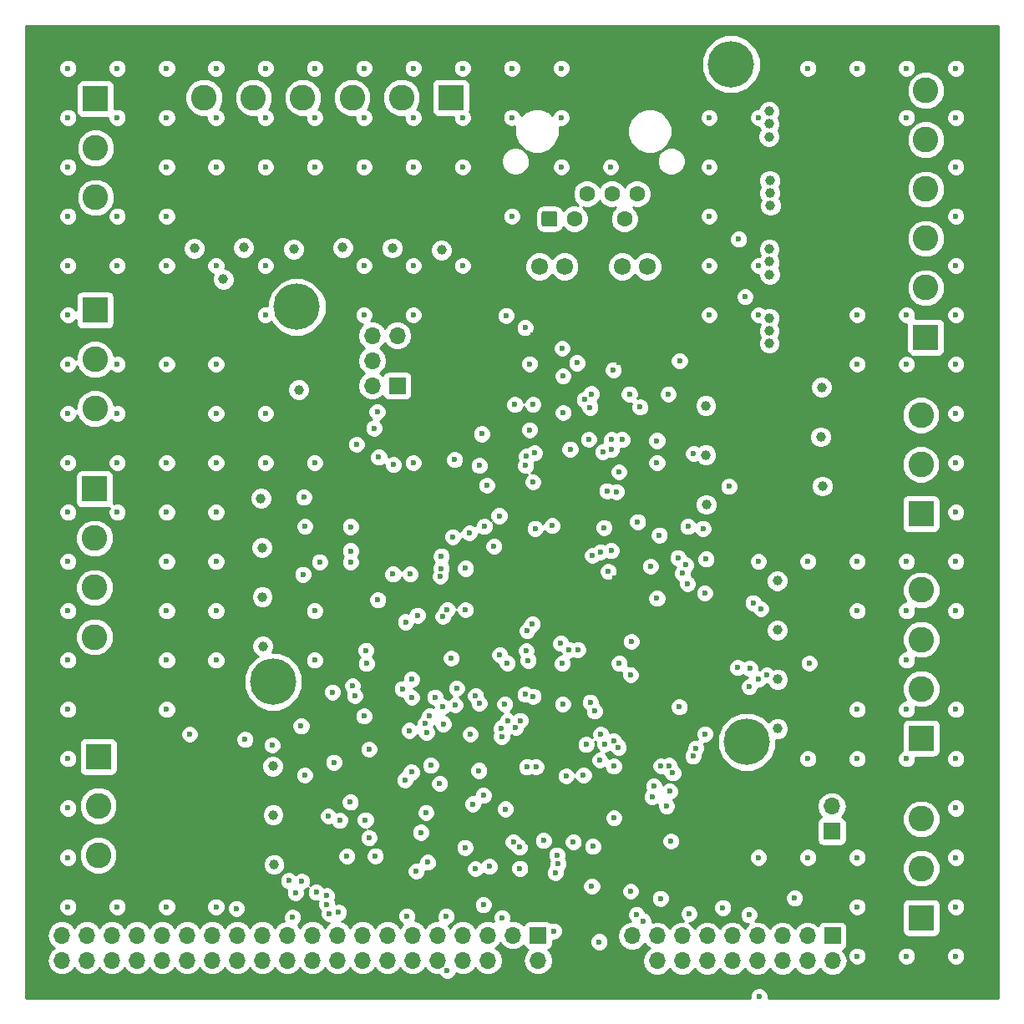
<source format=gbr>
%TF.GenerationSoftware,KiCad,Pcbnew,5.0.2+dfsg1-1*%
%TF.CreationDate,2021-02-11T15:39:11+01:00*%
%TF.ProjectId,ETH OPAMP DCMI FSMC CAN ENCODER CS1000,45544820-4f50-4414-9d50-2044434d4920,rev?*%
%TF.SameCoordinates,Original*%
%TF.FileFunction,Copper,L2,Inr*%
%TF.FilePolarity,Positive*%
%FSLAX46Y46*%
G04 Gerber Fmt 4.6, Leading zero omitted, Abs format (unit mm)*
G04 Created by KiCad (PCBNEW 5.0.2+dfsg1-1) date tor 11 feb 2021 15:39:11*
%MOMM*%
%LPD*%
G01*
G04 APERTURE LIST*
%ADD10R,2.600000X2.600000*%
%ADD11C,2.600000*%
%ADD12C,1.720000*%
%ADD13C,1.600000*%
%ADD14C,0.100000*%
%ADD15R,1.700000X1.700000*%
%ADD16O,1.700000X1.700000*%
%ADD17C,4.700000*%
%ADD18C,0.600000*%
%ADD19C,1.000000*%
%ADD20C,0.254000*%
G04 APERTURE END LIST*
D10*
X142700000Y-82650000D03*
D11*
X142700000Y-87650000D03*
X142700000Y-92650000D03*
X142700000Y-97650000D03*
D12*
X198719000Y-60099700D03*
X187789000Y-60099700D03*
X196179000Y-60099700D03*
X190329000Y-60099700D03*
D13*
X197699000Y-52729700D03*
X196429000Y-55269700D03*
X195159000Y-52729700D03*
X193889000Y-55269700D03*
X192619000Y-52729700D03*
X191349000Y-55269700D03*
X190079000Y-52729700D03*
D14*
G36*
X189385308Y-54470894D02*
X189409382Y-54474465D01*
X189432991Y-54480379D01*
X189455905Y-54488578D01*
X189477906Y-54498984D01*
X189498781Y-54511496D01*
X189518330Y-54525993D01*
X189536362Y-54542338D01*
X189552707Y-54560370D01*
X189567204Y-54579919D01*
X189579716Y-54600794D01*
X189590122Y-54622795D01*
X189598321Y-54645709D01*
X189604235Y-54669318D01*
X189607806Y-54693392D01*
X189609000Y-54717700D01*
X189609000Y-55821700D01*
X189607806Y-55846008D01*
X189604235Y-55870082D01*
X189598321Y-55893691D01*
X189590122Y-55916605D01*
X189579716Y-55938606D01*
X189567204Y-55959481D01*
X189552707Y-55979030D01*
X189536362Y-55997062D01*
X189518330Y-56013407D01*
X189498781Y-56027904D01*
X189477906Y-56040416D01*
X189455905Y-56050822D01*
X189432991Y-56059021D01*
X189409382Y-56064935D01*
X189385308Y-56068506D01*
X189361000Y-56069700D01*
X188257000Y-56069700D01*
X188232692Y-56068506D01*
X188208618Y-56064935D01*
X188185009Y-56059021D01*
X188162095Y-56050822D01*
X188140094Y-56040416D01*
X188119219Y-56027904D01*
X188099670Y-56013407D01*
X188081638Y-55997062D01*
X188065293Y-55979030D01*
X188050796Y-55959481D01*
X188038284Y-55938606D01*
X188027878Y-55916605D01*
X188019679Y-55893691D01*
X188013765Y-55870082D01*
X188010194Y-55846008D01*
X188009000Y-55821700D01*
X188009000Y-54717700D01*
X188010194Y-54693392D01*
X188013765Y-54669318D01*
X188019679Y-54645709D01*
X188027878Y-54622795D01*
X188038284Y-54600794D01*
X188050796Y-54579919D01*
X188065293Y-54560370D01*
X188081638Y-54542338D01*
X188099670Y-54525993D01*
X188119219Y-54511496D01*
X188140094Y-54498984D01*
X188162095Y-54488578D01*
X188185009Y-54480379D01*
X188208618Y-54474465D01*
X188232692Y-54470894D01*
X188257000Y-54469700D01*
X189361000Y-54469700D01*
X189385308Y-54470894D01*
X189385308Y-54470894D01*
G37*
D13*
X188809000Y-55269700D03*
D15*
X187642000Y-127889000D03*
D16*
X187642000Y-130429000D03*
X185102000Y-127889000D03*
X185102000Y-130429000D03*
X182562000Y-127889000D03*
X182562000Y-130429000D03*
X180022000Y-127889000D03*
X180022000Y-130429000D03*
X177482000Y-127889000D03*
X177482000Y-130429000D03*
X174942000Y-127889000D03*
X174942000Y-130429000D03*
X172402000Y-127889000D03*
X172402000Y-130429000D03*
X169862000Y-127889000D03*
X169862000Y-130429000D03*
X167322000Y-127889000D03*
X167322000Y-130429000D03*
X164782000Y-127889000D03*
X164782000Y-130429000D03*
X162242000Y-127889000D03*
X162242000Y-130429000D03*
X159702000Y-127889000D03*
X159702000Y-130429000D03*
X157162000Y-127889000D03*
X157162000Y-130429000D03*
X154622000Y-127889000D03*
X154622000Y-130429000D03*
X152082000Y-127889000D03*
X152082000Y-130429000D03*
X149542000Y-127889000D03*
X149542000Y-130429000D03*
X147002000Y-127889000D03*
X147002000Y-130429000D03*
X144462000Y-127889000D03*
X144462000Y-130429000D03*
X141922000Y-127889000D03*
X141922000Y-130429000D03*
X139382000Y-127889000D03*
X139382000Y-130429000D03*
D10*
X142748000Y-64516000D03*
D11*
X142748000Y-69516000D03*
X142748000Y-74516000D03*
D15*
X173375000Y-72175000D03*
D16*
X170835000Y-72175000D03*
X173375000Y-69635000D03*
X170835000Y-69635000D03*
X173375000Y-67095000D03*
X170835000Y-67095000D03*
D11*
X143070000Y-119776000D03*
X143070000Y-114776000D03*
D10*
X143070000Y-109776000D03*
X178800000Y-42970000D03*
D11*
X173800000Y-42970000D03*
X168800000Y-42970000D03*
X163800000Y-42970000D03*
X158800000Y-42970000D03*
X153800000Y-42970000D03*
D10*
X226461000Y-85164200D03*
D11*
X226461000Y-80164200D03*
X226461000Y-75164200D03*
D10*
X226955000Y-67253000D03*
D11*
X226955000Y-62253000D03*
X226955000Y-57253000D03*
X226955000Y-52253000D03*
X226955000Y-47253000D03*
X226955000Y-42253000D03*
X226500000Y-92900000D03*
X226500000Y-97900000D03*
X226500000Y-102900000D03*
D10*
X226500000Y-107900000D03*
D15*
X217424000Y-117348000D03*
D16*
X217424000Y-114808000D03*
D10*
X226500000Y-126100000D03*
D11*
X226500000Y-121100000D03*
X226500000Y-116100000D03*
D10*
X142800000Y-43100000D03*
D11*
X142800000Y-48100000D03*
X142800000Y-53100000D03*
D15*
X217500000Y-127950000D03*
D16*
X217500000Y-130490000D03*
X214960000Y-127950000D03*
X214960000Y-130490000D03*
X212420000Y-127950000D03*
X212420000Y-130490000D03*
X209880000Y-127950000D03*
X209880000Y-130490000D03*
X207340000Y-127950000D03*
X207340000Y-130490000D03*
X204800000Y-127950000D03*
X204800000Y-130490000D03*
X202260000Y-127950000D03*
X202260000Y-130490000D03*
X199720000Y-127950000D03*
X199720000Y-130490000D03*
X197180000Y-127950000D03*
X197180000Y-130490000D03*
D17*
X207220000Y-39580000D03*
X208800000Y-108300000D03*
X160800000Y-102200000D03*
X163200000Y-64200000D03*
D18*
X167000000Y-82100000D03*
X196068000Y-86370000D03*
X190680000Y-89007500D03*
X182088000Y-75482500D03*
X182100000Y-78690000D03*
X191567000Y-72957000D03*
X195850000Y-69800000D03*
X192720000Y-69800000D03*
X195940000Y-66900000D03*
X200440000Y-66900000D03*
X200728000Y-116078000D03*
X183560000Y-118430000D03*
X186610000Y-118440000D03*
X189650000Y-118420000D03*
X199560000Y-95310000D03*
X201870000Y-106310000D03*
X206960000Y-121320000D03*
X174540000Y-82110000D03*
X157300000Y-106600000D03*
X178600000Y-118600000D03*
X201500000Y-74900000D03*
X195400000Y-91650000D03*
X199050000Y-88500000D03*
X197450000Y-90100000D03*
X160200000Y-71000000D03*
X160200000Y-72200000D03*
X160200000Y-69850000D03*
X186320000Y-62130000D03*
X191850000Y-65075000D03*
X187112500Y-67027500D03*
X201670000Y-62870000D03*
X166220000Y-118944000D03*
X215000000Y-50000000D03*
X220000000Y-50000000D03*
X165000000Y-60000000D03*
X155000000Y-105000000D03*
X195000000Y-40000000D03*
X200000000Y-40000000D03*
X180250000Y-119000000D03*
X172940000Y-91280000D03*
X174690000Y-91280000D03*
D19*
X204700000Y-84220000D03*
X204660000Y-79210400D03*
X204660000Y-74200000D03*
D18*
X187122000Y-74080000D03*
X183700000Y-85370000D03*
D19*
X152810000Y-58260000D03*
X157822000Y-58168000D03*
X162880000Y-58330000D03*
X167833000Y-58177000D03*
X172871000Y-58229000D03*
X177860000Y-58420000D03*
X160770000Y-110740000D03*
X211930000Y-106950000D03*
X211940000Y-101950000D03*
X211910000Y-96950000D03*
X211910000Y-91940000D03*
X216470000Y-82360000D03*
X216310000Y-77360000D03*
X216400000Y-72350000D03*
D18*
X197100000Y-98100000D03*
X201960000Y-104740000D03*
X195575000Y-82925000D03*
X192780000Y-77630000D03*
X201988000Y-69657500D03*
X191582000Y-69872500D03*
X195290000Y-70580000D03*
X200682000Y-114808000D03*
X195326000Y-110754000D03*
X185140000Y-118430000D03*
X188200000Y-118300000D03*
X191230000Y-118430000D03*
X163810000Y-91300000D03*
X199700000Y-93729500D03*
X200060000Y-124160000D03*
X175770000Y-117460000D03*
X169080000Y-103610000D03*
X168620000Y-114390000D03*
X173000000Y-80200000D03*
X179000000Y-87500000D03*
X180700000Y-87100000D03*
X160700000Y-108600000D03*
X167550000Y-116250000D03*
X166950000Y-110350000D03*
D19*
X160790000Y-115690000D03*
X160879000Y-120711000D03*
D18*
X166800000Y-103250000D03*
X176300000Y-115450000D03*
X171150000Y-119850000D03*
X170150000Y-116200000D03*
X193850000Y-128550000D03*
X196150000Y-77650000D03*
X199700000Y-77750000D03*
X195050000Y-88900000D03*
X199700000Y-80000000D03*
X195092010Y-78657990D03*
X199050000Y-90500000D03*
X202600000Y-90350000D03*
X202850000Y-86450000D03*
X209100000Y-100850000D03*
X209050000Y-102700000D03*
X203350000Y-109725000D03*
X186340000Y-66300000D03*
X184407500Y-65077500D03*
D19*
X211090000Y-58358000D03*
X211092000Y-59628000D03*
X211118000Y-60908000D03*
X211090000Y-65343000D03*
X211083000Y-66613000D03*
X211083000Y-67893000D03*
X211133000Y-51373000D03*
X211157000Y-52643000D03*
X211193000Y-53923000D03*
X211078000Y-44388000D03*
X211090000Y-45658000D03*
X211058000Y-46938000D03*
X159560000Y-83600000D03*
X159660000Y-88600000D03*
X159690000Y-93590000D03*
X159740000Y-98600000D03*
D18*
X200840000Y-73030000D03*
X164020000Y-86440000D03*
X163900000Y-83480000D03*
D19*
X155740000Y-61380000D03*
D18*
X140000000Y-40000000D03*
X145000000Y-40000000D03*
X150000000Y-40000000D03*
X155000000Y-40000000D03*
X160000000Y-40000000D03*
X165000000Y-40000000D03*
X170000000Y-40000000D03*
X175000000Y-40000000D03*
X180000000Y-40000000D03*
X185000000Y-40000000D03*
X190000000Y-40000000D03*
X215000000Y-40000000D03*
X220000000Y-40000000D03*
X225000000Y-40000000D03*
X230000000Y-40000000D03*
X230000000Y-45000000D03*
X225000000Y-45000000D03*
X210000000Y-45000000D03*
X205000000Y-45000000D03*
X190000000Y-45000000D03*
X175000000Y-45000000D03*
X170000000Y-45000000D03*
X180000000Y-45000000D03*
X185000000Y-45000000D03*
X165000000Y-45000000D03*
X160000000Y-45000000D03*
X155000000Y-45000000D03*
X150000000Y-45000000D03*
X145000000Y-45000000D03*
X140000000Y-45000000D03*
X140000000Y-50000000D03*
X150000000Y-50000000D03*
X155000000Y-50000000D03*
X160000000Y-50000000D03*
X165000000Y-50000000D03*
X170000000Y-50000000D03*
X175000000Y-50000000D03*
X180000000Y-50000000D03*
X190000000Y-50000000D03*
X195000000Y-50000000D03*
X205000000Y-50000000D03*
X230000000Y-50000000D03*
X230000000Y-55000000D03*
X205000000Y-55000000D03*
X185000000Y-55000000D03*
X150000000Y-55000000D03*
X140000000Y-55000000D03*
X145000000Y-55000000D03*
X140000000Y-60000000D03*
X145000000Y-60000000D03*
X155000000Y-60000000D03*
X150000000Y-60000000D03*
X150000000Y-60000000D03*
X150000000Y-60000000D03*
X160000000Y-60000000D03*
X160000000Y-60000000D03*
X160000000Y-60000000D03*
X170000000Y-60000000D03*
X175000000Y-60000000D03*
X180000000Y-60000000D03*
X205000000Y-60000000D03*
X210000000Y-60000000D03*
X230000000Y-60000000D03*
X230000000Y-65000000D03*
X225000000Y-65000000D03*
X220000000Y-65000000D03*
X210000000Y-65000000D03*
X205000000Y-65000000D03*
X175000000Y-65000000D03*
X170000000Y-65000000D03*
X160000000Y-65000000D03*
X140000000Y-65000000D03*
X140000000Y-70000000D03*
X150000000Y-70000000D03*
X155000000Y-70000000D03*
X220000000Y-70000000D03*
X225000000Y-70000000D03*
X230000000Y-70000000D03*
X230000000Y-75000000D03*
X230000000Y-80000000D03*
X230000000Y-85000000D03*
X160000000Y-75000000D03*
X145000000Y-75000000D03*
X145000000Y-70000000D03*
X175000000Y-80000000D03*
X165000000Y-80000000D03*
X160000000Y-80000000D03*
X155000000Y-80000000D03*
X150000000Y-80000000D03*
X145000000Y-80000000D03*
X140000000Y-80000000D03*
X140000000Y-75000000D03*
X140000000Y-85000000D03*
X145000000Y-85000000D03*
X210000000Y-90000000D03*
X220000000Y-90000000D03*
X225000000Y-90000000D03*
X230000000Y-90000000D03*
X230000000Y-95000000D03*
X225000000Y-95000000D03*
X220000000Y-95000000D03*
X165000000Y-95000000D03*
X155000000Y-95000000D03*
X155000000Y-90000000D03*
X155000000Y-85000000D03*
X150000000Y-85000000D03*
X150000000Y-90000000D03*
X150000000Y-95000000D03*
X140000000Y-90000000D03*
X140000000Y-95000000D03*
X140000000Y-100000000D03*
X150000000Y-100000000D03*
X155000000Y-100000000D03*
X140000000Y-105000000D03*
X150000000Y-105000000D03*
X165000000Y-100000000D03*
X140000000Y-110000000D03*
X140000000Y-115000000D03*
X140000000Y-125000000D03*
X140000000Y-120000000D03*
X150000000Y-125000000D03*
X155000000Y-125000000D03*
X145000000Y-125000000D03*
X210000000Y-120000000D03*
X215000000Y-120000000D03*
X220000000Y-120000000D03*
X220000000Y-125000000D03*
X220000000Y-130000000D03*
X225000000Y-130000000D03*
X230000000Y-130000000D03*
X230000000Y-125000000D03*
X230000000Y-120000000D03*
X230000000Y-115000000D03*
X230000000Y-110000000D03*
X225000000Y-110000000D03*
X220000000Y-110000000D03*
X215000000Y-110000000D03*
X220000000Y-105000000D03*
X225000000Y-105000000D03*
X230000000Y-105000000D03*
X225000000Y-100000000D03*
X225000000Y-100000000D03*
X225000000Y-100000000D03*
X225000000Y-100000000D03*
X225000000Y-100000000D03*
X215000000Y-90000000D03*
X155000000Y-75000000D03*
D19*
X163410000Y-72600000D03*
D18*
X193096800Y-122914900D03*
X181036100Y-114580200D03*
X193040000Y-73010000D03*
X196910000Y-73030000D03*
X186790000Y-69970000D03*
X186790000Y-76660000D03*
X187300000Y-79000000D03*
X185280000Y-74100000D03*
X187475000Y-110800000D03*
X192250000Y-111650000D03*
X204533200Y-93207100D03*
X181690000Y-80280000D03*
X186390000Y-80280000D03*
X193900000Y-110125000D03*
X195800000Y-108850000D03*
X194760700Y-91012600D03*
X193145300Y-89397200D03*
X190190000Y-74905200D03*
X190180000Y-71200000D03*
X192360000Y-73600000D03*
X190100000Y-68390000D03*
X192918000Y-74362500D03*
X197982000Y-74352500D03*
X181683600Y-104384500D03*
X195303400Y-108175200D03*
X204689500Y-89760600D03*
X195845600Y-80916700D03*
X195079700Y-77660600D03*
X190900000Y-78620000D03*
X186500000Y-110825000D03*
X183957100Y-107736600D03*
X178000800Y-95576500D03*
X187140000Y-81940000D03*
X182460000Y-82280000D03*
X193973400Y-89032800D03*
X202785700Y-92275700D03*
X202290000Y-91200000D03*
X194329200Y-86560500D03*
X201839700Y-89625600D03*
X194642000Y-82850000D03*
X194213200Y-78894800D03*
X181940000Y-77070000D03*
X186440000Y-79350000D03*
X199937600Y-87337200D03*
X197747500Y-85975200D03*
X166225100Y-124754200D03*
X166484100Y-125712400D03*
X162759200Y-126040500D03*
X187076700Y-96324700D03*
X152336000Y-107510000D03*
X181652600Y-111195100D03*
X177679000Y-112507900D03*
X168282600Y-119869400D03*
X174860900Y-103789900D03*
X186650000Y-100030000D03*
X190092400Y-100350100D03*
X199375000Y-112775000D03*
X189205300Y-127457900D03*
X181300000Y-121150000D03*
X174354400Y-125936600D03*
X186347100Y-103471400D03*
X185765500Y-118967800D03*
X187147500Y-103665700D03*
X189550000Y-119750000D03*
X179248400Y-104546700D03*
X180775100Y-107506100D03*
X182099900Y-113714700D03*
X176449500Y-120490600D03*
X184285200Y-104452200D03*
X189400000Y-121550000D03*
X190496300Y-111751900D03*
X195341900Y-115993200D03*
X193192600Y-118890900D03*
X189700000Y-120650000D03*
X184000000Y-126100000D03*
X173895700Y-102898600D03*
X170505300Y-118009500D03*
X166388600Y-115802900D03*
X175296900Y-121384300D03*
X177203700Y-103746300D03*
X195877600Y-100328300D03*
X207882100Y-100773400D03*
X213661300Y-124122000D03*
X186450000Y-99060000D03*
X200983600Y-113292400D03*
X201117600Y-118339200D03*
X209019400Y-125816800D03*
X210051100Y-134093300D03*
X186525700Y-97026500D03*
X157941200Y-108040500D03*
X163992100Y-111647400D03*
X167422900Y-125562100D03*
X189960000Y-98310000D03*
X162384400Y-122355200D03*
X163694600Y-122421300D03*
X165172500Y-123533200D03*
X190785200Y-98940100D03*
X199206800Y-113870400D03*
X197037900Y-123418600D03*
X185809500Y-121105200D03*
X184532400Y-100302700D03*
X183775000Y-99475000D03*
X163060100Y-123589000D03*
X183184600Y-88466000D03*
X170250000Y-100350000D03*
X166215000Y-123879900D03*
X157061400Y-125168900D03*
X180289300Y-94897300D03*
X204575700Y-107477400D03*
X180300000Y-90700000D03*
X209451600Y-94186300D03*
X176669200Y-105661200D03*
X184343900Y-115088600D03*
X182707700Y-120912600D03*
X193373500Y-105167200D03*
X200104700Y-110729500D03*
X197634000Y-125777800D03*
X185822800Y-106118800D03*
X185378100Y-106806100D03*
X174810000Y-111360000D03*
X168850000Y-102600000D03*
X178844900Y-99793800D03*
X183931000Y-106897900D03*
X206377400Y-125089900D03*
X174152000Y-112171700D03*
X182100000Y-124800000D03*
X176770000Y-110660000D03*
X202961700Y-125699300D03*
X190150000Y-104470000D03*
X165503400Y-90052500D03*
X203650000Y-108925000D03*
X198262700Y-126454300D03*
X176340000Y-107340000D03*
X176220000Y-106440000D03*
X163630300Y-106679500D03*
X178039400Y-106472900D03*
X177997800Y-104721100D03*
X174824900Y-101945100D03*
X170008200Y-105678000D03*
X184572100Y-106153200D03*
X194001300Y-107512500D03*
X204362800Y-86661200D03*
X207000000Y-82400000D03*
X215140900Y-100312300D03*
X174225000Y-96125000D03*
X182194300Y-86455200D03*
X179190000Y-79680000D03*
X168644700Y-86472800D03*
X177842100Y-90704700D03*
X168644700Y-88925800D03*
X177726400Y-91505100D03*
X178442300Y-94886000D03*
X210240000Y-94810000D03*
X181315200Y-103621000D03*
X201308900Y-111430300D03*
X179397100Y-102845700D03*
X200905100Y-110685300D03*
X177838700Y-89461600D03*
X169246000Y-78134300D03*
X189065500Y-86378100D03*
X203421700Y-79054200D03*
X207993800Y-57340000D03*
X187352400Y-86661500D03*
X171341000Y-74836300D03*
X208624200Y-63166400D03*
X191697900Y-98944700D03*
X170187700Y-99005700D03*
X174590000Y-107130000D03*
X178340100Y-125948900D03*
X178448500Y-131445200D03*
X197037000Y-101493700D03*
X210008800Y-101937100D03*
X171406200Y-93890700D03*
X210837000Y-101487300D03*
X175425000Y-95450000D03*
X168644700Y-90059600D03*
X171027900Y-76484800D03*
X171505400Y-79428000D03*
X192939400Y-104273200D03*
X170512200Y-109038200D03*
X192525000Y-108550000D03*
X194425000Y-108500000D03*
D20*
G36*
X234290001Y-134290000D02*
X210981661Y-134290000D01*
X210986100Y-134279283D01*
X210986100Y-133907317D01*
X210843755Y-133563665D01*
X210580735Y-133300645D01*
X210237083Y-133158300D01*
X209865117Y-133158300D01*
X209521465Y-133300645D01*
X209258445Y-133563665D01*
X209116100Y-133907317D01*
X209116100Y-134279283D01*
X209120539Y-134290000D01*
X135710000Y-134290000D01*
X135710000Y-127889000D01*
X137867908Y-127889000D01*
X137983161Y-128468418D01*
X138311375Y-128959625D01*
X138609761Y-129159000D01*
X138311375Y-129358375D01*
X137983161Y-129849582D01*
X137867908Y-130429000D01*
X137983161Y-131008418D01*
X138311375Y-131499625D01*
X138802582Y-131827839D01*
X139235744Y-131914000D01*
X139528256Y-131914000D01*
X139961418Y-131827839D01*
X140452625Y-131499625D01*
X140652000Y-131201239D01*
X140851375Y-131499625D01*
X141342582Y-131827839D01*
X141775744Y-131914000D01*
X142068256Y-131914000D01*
X142501418Y-131827839D01*
X142992625Y-131499625D01*
X143192000Y-131201239D01*
X143391375Y-131499625D01*
X143882582Y-131827839D01*
X144315744Y-131914000D01*
X144608256Y-131914000D01*
X145041418Y-131827839D01*
X145532625Y-131499625D01*
X145732000Y-131201239D01*
X145931375Y-131499625D01*
X146422582Y-131827839D01*
X146855744Y-131914000D01*
X147148256Y-131914000D01*
X147581418Y-131827839D01*
X148072625Y-131499625D01*
X148272000Y-131201239D01*
X148471375Y-131499625D01*
X148962582Y-131827839D01*
X149395744Y-131914000D01*
X149688256Y-131914000D01*
X150121418Y-131827839D01*
X150612625Y-131499625D01*
X150812000Y-131201239D01*
X151011375Y-131499625D01*
X151502582Y-131827839D01*
X151935744Y-131914000D01*
X152228256Y-131914000D01*
X152661418Y-131827839D01*
X153152625Y-131499625D01*
X153352000Y-131201239D01*
X153551375Y-131499625D01*
X154042582Y-131827839D01*
X154475744Y-131914000D01*
X154768256Y-131914000D01*
X155201418Y-131827839D01*
X155692625Y-131499625D01*
X155892000Y-131201239D01*
X156091375Y-131499625D01*
X156582582Y-131827839D01*
X157015744Y-131914000D01*
X157308256Y-131914000D01*
X157741418Y-131827839D01*
X158232625Y-131499625D01*
X158432000Y-131201239D01*
X158631375Y-131499625D01*
X159122582Y-131827839D01*
X159555744Y-131914000D01*
X159848256Y-131914000D01*
X160281418Y-131827839D01*
X160772625Y-131499625D01*
X160972000Y-131201239D01*
X161171375Y-131499625D01*
X161662582Y-131827839D01*
X162095744Y-131914000D01*
X162388256Y-131914000D01*
X162821418Y-131827839D01*
X163312625Y-131499625D01*
X163512000Y-131201239D01*
X163711375Y-131499625D01*
X164202582Y-131827839D01*
X164635744Y-131914000D01*
X164928256Y-131914000D01*
X165361418Y-131827839D01*
X165852625Y-131499625D01*
X166052000Y-131201239D01*
X166251375Y-131499625D01*
X166742582Y-131827839D01*
X167175744Y-131914000D01*
X167468256Y-131914000D01*
X167901418Y-131827839D01*
X168392625Y-131499625D01*
X168592000Y-131201239D01*
X168791375Y-131499625D01*
X169282582Y-131827839D01*
X169715744Y-131914000D01*
X170008256Y-131914000D01*
X170441418Y-131827839D01*
X170932625Y-131499625D01*
X171132000Y-131201239D01*
X171331375Y-131499625D01*
X171822582Y-131827839D01*
X172255744Y-131914000D01*
X172548256Y-131914000D01*
X172981418Y-131827839D01*
X173472625Y-131499625D01*
X173672000Y-131201239D01*
X173871375Y-131499625D01*
X174362582Y-131827839D01*
X174795744Y-131914000D01*
X175088256Y-131914000D01*
X175521418Y-131827839D01*
X176012625Y-131499625D01*
X176212000Y-131201239D01*
X176411375Y-131499625D01*
X176902582Y-131827839D01*
X177335744Y-131914000D01*
X177628256Y-131914000D01*
X177630464Y-131913561D01*
X177655845Y-131974835D01*
X177918865Y-132237855D01*
X178262517Y-132380200D01*
X178634483Y-132380200D01*
X178978135Y-132237855D01*
X179241155Y-131974835D01*
X179332508Y-131754290D01*
X179442582Y-131827839D01*
X179875744Y-131914000D01*
X180168256Y-131914000D01*
X180601418Y-131827839D01*
X181092625Y-131499625D01*
X181292000Y-131201239D01*
X181491375Y-131499625D01*
X181982582Y-131827839D01*
X182415744Y-131914000D01*
X182708256Y-131914000D01*
X183141418Y-131827839D01*
X183632625Y-131499625D01*
X183960839Y-131008418D01*
X184076092Y-130429000D01*
X183960839Y-129849582D01*
X183632625Y-129358375D01*
X183334239Y-129159000D01*
X183632625Y-128959625D01*
X183832000Y-128661239D01*
X184031375Y-128959625D01*
X184522582Y-129287839D01*
X184955744Y-129374000D01*
X185248256Y-129374000D01*
X185681418Y-129287839D01*
X186172625Y-128959625D01*
X186184816Y-128941381D01*
X186193843Y-128986765D01*
X186334191Y-129196809D01*
X186544235Y-129337157D01*
X186589619Y-129346184D01*
X186571375Y-129358375D01*
X186243161Y-129849582D01*
X186127908Y-130429000D01*
X186243161Y-131008418D01*
X186571375Y-131499625D01*
X187062582Y-131827839D01*
X187495744Y-131914000D01*
X187788256Y-131914000D01*
X188221418Y-131827839D01*
X188712625Y-131499625D01*
X189040839Y-131008418D01*
X189156092Y-130429000D01*
X189040839Y-129849582D01*
X188712625Y-129358375D01*
X188694381Y-129346184D01*
X188739765Y-129337157D01*
X188949809Y-129196809D01*
X189090157Y-128986765D01*
X189139440Y-128739000D01*
X189139440Y-128392900D01*
X189391283Y-128392900D01*
X189461012Y-128364017D01*
X192915000Y-128364017D01*
X192915000Y-128735983D01*
X193057345Y-129079635D01*
X193320365Y-129342655D01*
X193664017Y-129485000D01*
X194035983Y-129485000D01*
X194379635Y-129342655D01*
X194642655Y-129079635D01*
X194785000Y-128735983D01*
X194785000Y-128364017D01*
X194642655Y-128020365D01*
X194572290Y-127950000D01*
X195665908Y-127950000D01*
X195781161Y-128529418D01*
X196109375Y-129020625D01*
X196600582Y-129348839D01*
X197033744Y-129435000D01*
X197326256Y-129435000D01*
X197759418Y-129348839D01*
X198250625Y-129020625D01*
X198450000Y-128722239D01*
X198649375Y-129020625D01*
X198947761Y-129220000D01*
X198649375Y-129419375D01*
X198321161Y-129910582D01*
X198205908Y-130490000D01*
X198321161Y-131069418D01*
X198649375Y-131560625D01*
X199140582Y-131888839D01*
X199573744Y-131975000D01*
X199866256Y-131975000D01*
X200299418Y-131888839D01*
X200790625Y-131560625D01*
X200990000Y-131262239D01*
X201189375Y-131560625D01*
X201680582Y-131888839D01*
X202113744Y-131975000D01*
X202406256Y-131975000D01*
X202839418Y-131888839D01*
X203330625Y-131560625D01*
X203530000Y-131262239D01*
X203729375Y-131560625D01*
X204220582Y-131888839D01*
X204653744Y-131975000D01*
X204946256Y-131975000D01*
X205379418Y-131888839D01*
X205870625Y-131560625D01*
X206070000Y-131262239D01*
X206269375Y-131560625D01*
X206760582Y-131888839D01*
X207193744Y-131975000D01*
X207486256Y-131975000D01*
X207919418Y-131888839D01*
X208410625Y-131560625D01*
X208610000Y-131262239D01*
X208809375Y-131560625D01*
X209300582Y-131888839D01*
X209733744Y-131975000D01*
X210026256Y-131975000D01*
X210459418Y-131888839D01*
X210950625Y-131560625D01*
X211150000Y-131262239D01*
X211349375Y-131560625D01*
X211840582Y-131888839D01*
X212273744Y-131975000D01*
X212566256Y-131975000D01*
X212999418Y-131888839D01*
X213490625Y-131560625D01*
X213690000Y-131262239D01*
X213889375Y-131560625D01*
X214380582Y-131888839D01*
X214813744Y-131975000D01*
X215106256Y-131975000D01*
X215539418Y-131888839D01*
X216030625Y-131560625D01*
X216230000Y-131262239D01*
X216429375Y-131560625D01*
X216920582Y-131888839D01*
X217353744Y-131975000D01*
X217646256Y-131975000D01*
X218079418Y-131888839D01*
X218570625Y-131560625D01*
X218898839Y-131069418D01*
X219014092Y-130490000D01*
X218898839Y-129910582D01*
X218834317Y-129814017D01*
X219065000Y-129814017D01*
X219065000Y-130185983D01*
X219207345Y-130529635D01*
X219470365Y-130792655D01*
X219814017Y-130935000D01*
X220185983Y-130935000D01*
X220529635Y-130792655D01*
X220792655Y-130529635D01*
X220935000Y-130185983D01*
X220935000Y-129814017D01*
X224065000Y-129814017D01*
X224065000Y-130185983D01*
X224207345Y-130529635D01*
X224470365Y-130792655D01*
X224814017Y-130935000D01*
X225185983Y-130935000D01*
X225529635Y-130792655D01*
X225792655Y-130529635D01*
X225935000Y-130185983D01*
X225935000Y-129814017D01*
X229065000Y-129814017D01*
X229065000Y-130185983D01*
X229207345Y-130529635D01*
X229470365Y-130792655D01*
X229814017Y-130935000D01*
X230185983Y-130935000D01*
X230529635Y-130792655D01*
X230792655Y-130529635D01*
X230935000Y-130185983D01*
X230935000Y-129814017D01*
X230792655Y-129470365D01*
X230529635Y-129207345D01*
X230185983Y-129065000D01*
X229814017Y-129065000D01*
X229470365Y-129207345D01*
X229207345Y-129470365D01*
X229065000Y-129814017D01*
X225935000Y-129814017D01*
X225792655Y-129470365D01*
X225529635Y-129207345D01*
X225185983Y-129065000D01*
X224814017Y-129065000D01*
X224470365Y-129207345D01*
X224207345Y-129470365D01*
X224065000Y-129814017D01*
X220935000Y-129814017D01*
X220792655Y-129470365D01*
X220529635Y-129207345D01*
X220185983Y-129065000D01*
X219814017Y-129065000D01*
X219470365Y-129207345D01*
X219207345Y-129470365D01*
X219065000Y-129814017D01*
X218834317Y-129814017D01*
X218570625Y-129419375D01*
X218552381Y-129407184D01*
X218597765Y-129398157D01*
X218807809Y-129257809D01*
X218948157Y-129047765D01*
X218997440Y-128800000D01*
X218997440Y-127100000D01*
X218948157Y-126852235D01*
X218807809Y-126642191D01*
X218597765Y-126501843D01*
X218350000Y-126452560D01*
X216650000Y-126452560D01*
X216402235Y-126501843D01*
X216192191Y-126642191D01*
X216051843Y-126852235D01*
X216042816Y-126897619D01*
X216030625Y-126879375D01*
X215539418Y-126551161D01*
X215106256Y-126465000D01*
X214813744Y-126465000D01*
X214380582Y-126551161D01*
X213889375Y-126879375D01*
X213690000Y-127177761D01*
X213490625Y-126879375D01*
X212999418Y-126551161D01*
X212566256Y-126465000D01*
X212273744Y-126465000D01*
X211840582Y-126551161D01*
X211349375Y-126879375D01*
X211150000Y-127177761D01*
X210950625Y-126879375D01*
X210459418Y-126551161D01*
X210026256Y-126465000D01*
X209733744Y-126465000D01*
X209683495Y-126474995D01*
X209812055Y-126346435D01*
X209954400Y-126002783D01*
X209954400Y-125630817D01*
X209812055Y-125287165D01*
X209549035Y-125024145D01*
X209205383Y-124881800D01*
X208833417Y-124881800D01*
X208489765Y-125024145D01*
X208226745Y-125287165D01*
X208084400Y-125630817D01*
X208084400Y-126002783D01*
X208226745Y-126346435D01*
X208489765Y-126609455D01*
X208833417Y-126751800D01*
X209000304Y-126751800D01*
X208809375Y-126879375D01*
X208610000Y-127177761D01*
X208410625Y-126879375D01*
X207919418Y-126551161D01*
X207486256Y-126465000D01*
X207193744Y-126465000D01*
X206760582Y-126551161D01*
X206269375Y-126879375D01*
X206070000Y-127177761D01*
X205870625Y-126879375D01*
X205379418Y-126551161D01*
X204946256Y-126465000D01*
X204653744Y-126465000D01*
X204220582Y-126551161D01*
X203729375Y-126879375D01*
X203530000Y-127177761D01*
X203330625Y-126879375D01*
X202963844Y-126634300D01*
X203147683Y-126634300D01*
X203491335Y-126491955D01*
X203754355Y-126228935D01*
X203896700Y-125885283D01*
X203896700Y-125513317D01*
X203754355Y-125169665D01*
X203491335Y-124906645D01*
X203484750Y-124903917D01*
X205442400Y-124903917D01*
X205442400Y-125275883D01*
X205584745Y-125619535D01*
X205847765Y-125882555D01*
X206191417Y-126024900D01*
X206563383Y-126024900D01*
X206907035Y-125882555D01*
X207170055Y-125619535D01*
X207312400Y-125275883D01*
X207312400Y-124903917D01*
X207170055Y-124560265D01*
X206907035Y-124297245D01*
X206563383Y-124154900D01*
X206191417Y-124154900D01*
X205847765Y-124297245D01*
X205584745Y-124560265D01*
X205442400Y-124903917D01*
X203484750Y-124903917D01*
X203147683Y-124764300D01*
X202775717Y-124764300D01*
X202432065Y-124906645D01*
X202169045Y-125169665D01*
X202026700Y-125513317D01*
X202026700Y-125885283D01*
X202169045Y-126228935D01*
X202405110Y-126465000D01*
X202113744Y-126465000D01*
X201680582Y-126551161D01*
X201189375Y-126879375D01*
X200990000Y-127177761D01*
X200790625Y-126879375D01*
X200299418Y-126551161D01*
X199866256Y-126465000D01*
X199573744Y-126465000D01*
X199197700Y-126539800D01*
X199197700Y-126268317D01*
X199055355Y-125924665D01*
X198792335Y-125661645D01*
X198557660Y-125564440D01*
X198426655Y-125248165D01*
X198163635Y-124985145D01*
X197819983Y-124842800D01*
X197448017Y-124842800D01*
X197104365Y-124985145D01*
X196841345Y-125248165D01*
X196699000Y-125591817D01*
X196699000Y-125963783D01*
X196841345Y-126307435D01*
X197004689Y-126470779D01*
X196600582Y-126551161D01*
X196109375Y-126879375D01*
X195781161Y-127370582D01*
X195665908Y-127950000D01*
X194572290Y-127950000D01*
X194379635Y-127757345D01*
X194035983Y-127615000D01*
X193664017Y-127615000D01*
X193320365Y-127757345D01*
X193057345Y-128020365D01*
X192915000Y-128364017D01*
X189461012Y-128364017D01*
X189734935Y-128250555D01*
X189997955Y-127987535D01*
X190140300Y-127643883D01*
X190140300Y-127271917D01*
X189997955Y-126928265D01*
X189734935Y-126665245D01*
X189391283Y-126522900D01*
X189019317Y-126522900D01*
X188922555Y-126562980D01*
X188739765Y-126440843D01*
X188492000Y-126391560D01*
X186792000Y-126391560D01*
X186544235Y-126440843D01*
X186334191Y-126581191D01*
X186193843Y-126791235D01*
X186184816Y-126836619D01*
X186172625Y-126818375D01*
X185681418Y-126490161D01*
X185248256Y-126404000D01*
X184955744Y-126404000D01*
X184879864Y-126419093D01*
X184935000Y-126285983D01*
X184935000Y-125914017D01*
X184792655Y-125570365D01*
X184529635Y-125307345D01*
X184185983Y-125165000D01*
X183814017Y-125165000D01*
X183470365Y-125307345D01*
X183207345Y-125570365D01*
X183065000Y-125914017D01*
X183065000Y-126285983D01*
X183152694Y-126497695D01*
X183141418Y-126490161D01*
X182708256Y-126404000D01*
X182415744Y-126404000D01*
X181982582Y-126490161D01*
X181491375Y-126818375D01*
X181292000Y-127116761D01*
X181092625Y-126818375D01*
X180601418Y-126490161D01*
X180168256Y-126404000D01*
X179875744Y-126404000D01*
X179442582Y-126490161D01*
X178951375Y-126818375D01*
X178752000Y-127116761D01*
X178581163Y-126861085D01*
X178869735Y-126741555D01*
X179132755Y-126478535D01*
X179275100Y-126134883D01*
X179275100Y-125762917D01*
X179132755Y-125419265D01*
X178869735Y-125156245D01*
X178526083Y-125013900D01*
X178154117Y-125013900D01*
X177810465Y-125156245D01*
X177547445Y-125419265D01*
X177405100Y-125762917D01*
X177405100Y-126134883D01*
X177516572Y-126404000D01*
X177335744Y-126404000D01*
X176902582Y-126490161D01*
X176411375Y-126818375D01*
X176212000Y-127116761D01*
X176012625Y-126818375D01*
X175521418Y-126490161D01*
X175166395Y-126419543D01*
X175289400Y-126122583D01*
X175289400Y-125750617D01*
X175147055Y-125406965D01*
X174884035Y-125143945D01*
X174540383Y-125001600D01*
X174168417Y-125001600D01*
X173824765Y-125143945D01*
X173561745Y-125406965D01*
X173419400Y-125750617D01*
X173419400Y-126122583D01*
X173561745Y-126466235D01*
X173824765Y-126729255D01*
X173935874Y-126775278D01*
X173871375Y-126818375D01*
X173672000Y-127116761D01*
X173472625Y-126818375D01*
X172981418Y-126490161D01*
X172548256Y-126404000D01*
X172255744Y-126404000D01*
X171822582Y-126490161D01*
X171331375Y-126818375D01*
X171132000Y-127116761D01*
X170932625Y-126818375D01*
X170441418Y-126490161D01*
X170008256Y-126404000D01*
X169715744Y-126404000D01*
X169282582Y-126490161D01*
X168791375Y-126818375D01*
X168592000Y-127116761D01*
X168392625Y-126818375D01*
X167901418Y-126490161D01*
X167715106Y-126453101D01*
X167952535Y-126354755D01*
X168215555Y-126091735D01*
X168357900Y-125748083D01*
X168357900Y-125376117D01*
X168215555Y-125032465D01*
X167952535Y-124769445D01*
X167608883Y-124627100D01*
X167236917Y-124627100D01*
X167160100Y-124658919D01*
X167160100Y-124614017D01*
X181165000Y-124614017D01*
X181165000Y-124985983D01*
X181307345Y-125329635D01*
X181570365Y-125592655D01*
X181914017Y-125735000D01*
X182285983Y-125735000D01*
X182629635Y-125592655D01*
X182892655Y-125329635D01*
X183035000Y-124985983D01*
X183035000Y-124614017D01*
X182892655Y-124270365D01*
X182629635Y-124007345D01*
X182285983Y-123865000D01*
X181914017Y-123865000D01*
X181570365Y-124007345D01*
X181307345Y-124270365D01*
X181165000Y-124614017D01*
X167160100Y-124614017D01*
X167160100Y-124568217D01*
X167051013Y-124304858D01*
X167150000Y-124065883D01*
X167150000Y-123693917D01*
X167007655Y-123350265D01*
X166744635Y-123087245D01*
X166400983Y-122944900D01*
X166029017Y-122944900D01*
X165942377Y-122980787D01*
X165702135Y-122740545D01*
X165674063Y-122728917D01*
X192161800Y-122728917D01*
X192161800Y-123100883D01*
X192304145Y-123444535D01*
X192567165Y-123707555D01*
X192910817Y-123849900D01*
X193282783Y-123849900D01*
X193626435Y-123707555D01*
X193889455Y-123444535D01*
X193977234Y-123232617D01*
X196102900Y-123232617D01*
X196102900Y-123604583D01*
X196245245Y-123948235D01*
X196508265Y-124211255D01*
X196851917Y-124353600D01*
X197223883Y-124353600D01*
X197567535Y-124211255D01*
X197804773Y-123974017D01*
X199125000Y-123974017D01*
X199125000Y-124345983D01*
X199267345Y-124689635D01*
X199530365Y-124952655D01*
X199874017Y-125095000D01*
X200245983Y-125095000D01*
X200589635Y-124952655D01*
X200852655Y-124689635D01*
X200995000Y-124345983D01*
X200995000Y-123974017D01*
X200979260Y-123936017D01*
X212726300Y-123936017D01*
X212726300Y-124307983D01*
X212868645Y-124651635D01*
X213131665Y-124914655D01*
X213475317Y-125057000D01*
X213847283Y-125057000D01*
X214190935Y-124914655D01*
X214291573Y-124814017D01*
X219065000Y-124814017D01*
X219065000Y-125185983D01*
X219207345Y-125529635D01*
X219470365Y-125792655D01*
X219814017Y-125935000D01*
X220185983Y-125935000D01*
X220529635Y-125792655D01*
X220792655Y-125529635D01*
X220935000Y-125185983D01*
X220935000Y-124814017D01*
X220929194Y-124800000D01*
X224552560Y-124800000D01*
X224552560Y-127400000D01*
X224601843Y-127647765D01*
X224742191Y-127857809D01*
X224952235Y-127998157D01*
X225200000Y-128047440D01*
X227800000Y-128047440D01*
X228047765Y-127998157D01*
X228257809Y-127857809D01*
X228398157Y-127647765D01*
X228447440Y-127400000D01*
X228447440Y-124814017D01*
X229065000Y-124814017D01*
X229065000Y-125185983D01*
X229207345Y-125529635D01*
X229470365Y-125792655D01*
X229814017Y-125935000D01*
X230185983Y-125935000D01*
X230529635Y-125792655D01*
X230792655Y-125529635D01*
X230935000Y-125185983D01*
X230935000Y-124814017D01*
X230792655Y-124470365D01*
X230529635Y-124207345D01*
X230185983Y-124065000D01*
X229814017Y-124065000D01*
X229470365Y-124207345D01*
X229207345Y-124470365D01*
X229065000Y-124814017D01*
X228447440Y-124814017D01*
X228447440Y-124800000D01*
X228398157Y-124552235D01*
X228257809Y-124342191D01*
X228047765Y-124201843D01*
X227800000Y-124152560D01*
X225200000Y-124152560D01*
X224952235Y-124201843D01*
X224742191Y-124342191D01*
X224601843Y-124552235D01*
X224552560Y-124800000D01*
X220929194Y-124800000D01*
X220792655Y-124470365D01*
X220529635Y-124207345D01*
X220185983Y-124065000D01*
X219814017Y-124065000D01*
X219470365Y-124207345D01*
X219207345Y-124470365D01*
X219065000Y-124814017D01*
X214291573Y-124814017D01*
X214453955Y-124651635D01*
X214596300Y-124307983D01*
X214596300Y-123936017D01*
X214453955Y-123592365D01*
X214190935Y-123329345D01*
X213847283Y-123187000D01*
X213475317Y-123187000D01*
X213131665Y-123329345D01*
X212868645Y-123592365D01*
X212726300Y-123936017D01*
X200979260Y-123936017D01*
X200852655Y-123630365D01*
X200589635Y-123367345D01*
X200245983Y-123225000D01*
X199874017Y-123225000D01*
X199530365Y-123367345D01*
X199267345Y-123630365D01*
X199125000Y-123974017D01*
X197804773Y-123974017D01*
X197830555Y-123948235D01*
X197972900Y-123604583D01*
X197972900Y-123232617D01*
X197830555Y-122888965D01*
X197567535Y-122625945D01*
X197223883Y-122483600D01*
X196851917Y-122483600D01*
X196508265Y-122625945D01*
X196245245Y-122888965D01*
X196102900Y-123232617D01*
X193977234Y-123232617D01*
X194031800Y-123100883D01*
X194031800Y-122728917D01*
X193889455Y-122385265D01*
X193626435Y-122122245D01*
X193282783Y-121979900D01*
X192910817Y-121979900D01*
X192567165Y-122122245D01*
X192304145Y-122385265D01*
X192161800Y-122728917D01*
X165674063Y-122728917D01*
X165358483Y-122598200D01*
X164986517Y-122598200D01*
X164642865Y-122740545D01*
X164525990Y-122857420D01*
X164629600Y-122607283D01*
X164629600Y-122235317D01*
X164487255Y-121891665D01*
X164224235Y-121628645D01*
X163880583Y-121486300D01*
X163508617Y-121486300D01*
X163164965Y-121628645D01*
X163072550Y-121721060D01*
X162914035Y-121562545D01*
X162570383Y-121420200D01*
X162198417Y-121420200D01*
X161854765Y-121562545D01*
X161591745Y-121825565D01*
X161449400Y-122169217D01*
X161449400Y-122541183D01*
X161591745Y-122884835D01*
X161854765Y-123147855D01*
X162175724Y-123280800D01*
X162125100Y-123403017D01*
X162125100Y-123774983D01*
X162267445Y-124118635D01*
X162530465Y-124381655D01*
X162874117Y-124524000D01*
X163246083Y-124524000D01*
X163589735Y-124381655D01*
X163852755Y-124118635D01*
X163995100Y-123774983D01*
X163995100Y-123403017D01*
X163961813Y-123322654D01*
X164224235Y-123213955D01*
X164341110Y-123097080D01*
X164237500Y-123347217D01*
X164237500Y-123719183D01*
X164379845Y-124062835D01*
X164642865Y-124325855D01*
X164986517Y-124468200D01*
X165331528Y-124468200D01*
X165290100Y-124568217D01*
X165290100Y-124940183D01*
X165432445Y-125283835D01*
X165585983Y-125437373D01*
X165549100Y-125526417D01*
X165549100Y-125898383D01*
X165691445Y-126242035D01*
X165954465Y-126505055D01*
X166298117Y-126647400D01*
X166507257Y-126647400D01*
X166251375Y-126818375D01*
X166052000Y-127116761D01*
X165852625Y-126818375D01*
X165361418Y-126490161D01*
X164928256Y-126404000D01*
X164635744Y-126404000D01*
X164202582Y-126490161D01*
X163711375Y-126818375D01*
X163512000Y-127116761D01*
X163312625Y-126818375D01*
X163307224Y-126814766D01*
X163551855Y-126570135D01*
X163694200Y-126226483D01*
X163694200Y-125854517D01*
X163551855Y-125510865D01*
X163288835Y-125247845D01*
X162945183Y-125105500D01*
X162573217Y-125105500D01*
X162229565Y-125247845D01*
X161966545Y-125510865D01*
X161824200Y-125854517D01*
X161824200Y-126226483D01*
X161912803Y-126440389D01*
X161662582Y-126490161D01*
X161171375Y-126818375D01*
X160972000Y-127116761D01*
X160772625Y-126818375D01*
X160281418Y-126490161D01*
X159848256Y-126404000D01*
X159555744Y-126404000D01*
X159122582Y-126490161D01*
X158631375Y-126818375D01*
X158432000Y-127116761D01*
X158232625Y-126818375D01*
X157741418Y-126490161D01*
X157308256Y-126404000D01*
X157015744Y-126404000D01*
X156582582Y-126490161D01*
X156091375Y-126818375D01*
X155892000Y-127116761D01*
X155692625Y-126818375D01*
X155201418Y-126490161D01*
X154768256Y-126404000D01*
X154475744Y-126404000D01*
X154042582Y-126490161D01*
X153551375Y-126818375D01*
X153352000Y-127116761D01*
X153152625Y-126818375D01*
X152661418Y-126490161D01*
X152228256Y-126404000D01*
X151935744Y-126404000D01*
X151502582Y-126490161D01*
X151011375Y-126818375D01*
X150812000Y-127116761D01*
X150612625Y-126818375D01*
X150121418Y-126490161D01*
X149688256Y-126404000D01*
X149395744Y-126404000D01*
X148962582Y-126490161D01*
X148471375Y-126818375D01*
X148272000Y-127116761D01*
X148072625Y-126818375D01*
X147581418Y-126490161D01*
X147148256Y-126404000D01*
X146855744Y-126404000D01*
X146422582Y-126490161D01*
X145931375Y-126818375D01*
X145732000Y-127116761D01*
X145532625Y-126818375D01*
X145041418Y-126490161D01*
X144608256Y-126404000D01*
X144315744Y-126404000D01*
X143882582Y-126490161D01*
X143391375Y-126818375D01*
X143192000Y-127116761D01*
X142992625Y-126818375D01*
X142501418Y-126490161D01*
X142068256Y-126404000D01*
X141775744Y-126404000D01*
X141342582Y-126490161D01*
X140851375Y-126818375D01*
X140652000Y-127116761D01*
X140452625Y-126818375D01*
X139961418Y-126490161D01*
X139528256Y-126404000D01*
X139235744Y-126404000D01*
X138802582Y-126490161D01*
X138311375Y-126818375D01*
X137983161Y-127309582D01*
X137867908Y-127889000D01*
X135710000Y-127889000D01*
X135710000Y-124814017D01*
X139065000Y-124814017D01*
X139065000Y-125185983D01*
X139207345Y-125529635D01*
X139470365Y-125792655D01*
X139814017Y-125935000D01*
X140185983Y-125935000D01*
X140529635Y-125792655D01*
X140792655Y-125529635D01*
X140935000Y-125185983D01*
X140935000Y-124814017D01*
X144065000Y-124814017D01*
X144065000Y-125185983D01*
X144207345Y-125529635D01*
X144470365Y-125792655D01*
X144814017Y-125935000D01*
X145185983Y-125935000D01*
X145529635Y-125792655D01*
X145792655Y-125529635D01*
X145935000Y-125185983D01*
X145935000Y-124814017D01*
X149065000Y-124814017D01*
X149065000Y-125185983D01*
X149207345Y-125529635D01*
X149470365Y-125792655D01*
X149814017Y-125935000D01*
X150185983Y-125935000D01*
X150529635Y-125792655D01*
X150792655Y-125529635D01*
X150935000Y-125185983D01*
X150935000Y-124814017D01*
X154065000Y-124814017D01*
X154065000Y-125185983D01*
X154207345Y-125529635D01*
X154470365Y-125792655D01*
X154814017Y-125935000D01*
X155185983Y-125935000D01*
X155529635Y-125792655D01*
X155792655Y-125529635D01*
X155935000Y-125185983D01*
X155935000Y-124982917D01*
X156126400Y-124982917D01*
X156126400Y-125354883D01*
X156268745Y-125698535D01*
X156531765Y-125961555D01*
X156875417Y-126103900D01*
X157247383Y-126103900D01*
X157591035Y-125961555D01*
X157854055Y-125698535D01*
X157996400Y-125354883D01*
X157996400Y-124982917D01*
X157854055Y-124639265D01*
X157591035Y-124376245D01*
X157247383Y-124233900D01*
X156875417Y-124233900D01*
X156531765Y-124376245D01*
X156268745Y-124639265D01*
X156126400Y-124982917D01*
X155935000Y-124982917D01*
X155935000Y-124814017D01*
X155792655Y-124470365D01*
X155529635Y-124207345D01*
X155185983Y-124065000D01*
X154814017Y-124065000D01*
X154470365Y-124207345D01*
X154207345Y-124470365D01*
X154065000Y-124814017D01*
X150935000Y-124814017D01*
X150792655Y-124470365D01*
X150529635Y-124207345D01*
X150185983Y-124065000D01*
X149814017Y-124065000D01*
X149470365Y-124207345D01*
X149207345Y-124470365D01*
X149065000Y-124814017D01*
X145935000Y-124814017D01*
X145792655Y-124470365D01*
X145529635Y-124207345D01*
X145185983Y-124065000D01*
X144814017Y-124065000D01*
X144470365Y-124207345D01*
X144207345Y-124470365D01*
X144065000Y-124814017D01*
X140935000Y-124814017D01*
X140792655Y-124470365D01*
X140529635Y-124207345D01*
X140185983Y-124065000D01*
X139814017Y-124065000D01*
X139470365Y-124207345D01*
X139207345Y-124470365D01*
X139065000Y-124814017D01*
X135710000Y-124814017D01*
X135710000Y-119814017D01*
X139065000Y-119814017D01*
X139065000Y-120185983D01*
X139207345Y-120529635D01*
X139470365Y-120792655D01*
X139814017Y-120935000D01*
X140185983Y-120935000D01*
X140529635Y-120792655D01*
X140792655Y-120529635D01*
X140935000Y-120185983D01*
X140935000Y-119814017D01*
X140792655Y-119470365D01*
X140713395Y-119391105D01*
X141135000Y-119391105D01*
X141135000Y-120160895D01*
X141429586Y-120872090D01*
X141973910Y-121416414D01*
X142685105Y-121711000D01*
X143454895Y-121711000D01*
X144166090Y-121416414D01*
X144710414Y-120872090D01*
X144870654Y-120485234D01*
X159744000Y-120485234D01*
X159744000Y-120936766D01*
X159916793Y-121353926D01*
X160236074Y-121673207D01*
X160653234Y-121846000D01*
X161104766Y-121846000D01*
X161521926Y-121673207D01*
X161841207Y-121353926D01*
X161905662Y-121198317D01*
X174361900Y-121198317D01*
X174361900Y-121570283D01*
X174504245Y-121913935D01*
X174767265Y-122176955D01*
X175110917Y-122319300D01*
X175482883Y-122319300D01*
X175826535Y-122176955D01*
X176089555Y-121913935D01*
X176231900Y-121570283D01*
X176231900Y-121412504D01*
X176263517Y-121425600D01*
X176635483Y-121425600D01*
X176979135Y-121283255D01*
X177242155Y-121020235D01*
X177265441Y-120964017D01*
X180365000Y-120964017D01*
X180365000Y-121335983D01*
X180507345Y-121679635D01*
X180770365Y-121942655D01*
X181114017Y-122085000D01*
X181485983Y-122085000D01*
X181829635Y-121942655D01*
X182092655Y-121679635D01*
X182110167Y-121637357D01*
X182178065Y-121705255D01*
X182521717Y-121847600D01*
X182893683Y-121847600D01*
X183237335Y-121705255D01*
X183500355Y-121442235D01*
X183642700Y-121098583D01*
X183642700Y-120919217D01*
X184874500Y-120919217D01*
X184874500Y-121291183D01*
X185016845Y-121634835D01*
X185279865Y-121897855D01*
X185623517Y-122040200D01*
X185995483Y-122040200D01*
X186339135Y-121897855D01*
X186602155Y-121634835D01*
X186714331Y-121364017D01*
X188465000Y-121364017D01*
X188465000Y-121735983D01*
X188607345Y-122079635D01*
X188870365Y-122342655D01*
X189214017Y-122485000D01*
X189585983Y-122485000D01*
X189929635Y-122342655D01*
X190192655Y-122079635D01*
X190335000Y-121735983D01*
X190335000Y-121364017D01*
X190327172Y-121345118D01*
X190492655Y-121179635D01*
X190635000Y-120835983D01*
X190635000Y-120464017D01*
X190492655Y-120120365D01*
X190433238Y-120060948D01*
X190485000Y-119935983D01*
X190485000Y-119564017D01*
X190342655Y-119220365D01*
X190079635Y-118957345D01*
X189735983Y-118815000D01*
X189364017Y-118815000D01*
X189020365Y-118957345D01*
X188757345Y-119220365D01*
X188615000Y-119564017D01*
X188615000Y-119935983D01*
X188757345Y-120279635D01*
X188816762Y-120339052D01*
X188765000Y-120464017D01*
X188765000Y-120835983D01*
X188772828Y-120854882D01*
X188607345Y-121020365D01*
X188465000Y-121364017D01*
X186714331Y-121364017D01*
X186744500Y-121291183D01*
X186744500Y-120919217D01*
X186602155Y-120575565D01*
X186339135Y-120312545D01*
X185995483Y-120170200D01*
X185623517Y-120170200D01*
X185279865Y-120312545D01*
X185016845Y-120575565D01*
X184874500Y-120919217D01*
X183642700Y-120919217D01*
X183642700Y-120726617D01*
X183500355Y-120382965D01*
X183237335Y-120119945D01*
X182893683Y-119977600D01*
X182521717Y-119977600D01*
X182178065Y-120119945D01*
X181915045Y-120382965D01*
X181897533Y-120425243D01*
X181829635Y-120357345D01*
X181485983Y-120215000D01*
X181114017Y-120215000D01*
X180770365Y-120357345D01*
X180507345Y-120620365D01*
X180365000Y-120964017D01*
X177265441Y-120964017D01*
X177384500Y-120676583D01*
X177384500Y-120304617D01*
X177242155Y-119960965D01*
X176979135Y-119697945D01*
X176635483Y-119555600D01*
X176263517Y-119555600D01*
X175919865Y-119697945D01*
X175656845Y-119960965D01*
X175514500Y-120304617D01*
X175514500Y-120462396D01*
X175482883Y-120449300D01*
X175110917Y-120449300D01*
X174767265Y-120591645D01*
X174504245Y-120854665D01*
X174361900Y-121198317D01*
X161905662Y-121198317D01*
X162014000Y-120936766D01*
X162014000Y-120485234D01*
X161841207Y-120068074D01*
X161521926Y-119748793D01*
X161364095Y-119683417D01*
X167347600Y-119683417D01*
X167347600Y-120055383D01*
X167489945Y-120399035D01*
X167752965Y-120662055D01*
X168096617Y-120804400D01*
X168468583Y-120804400D01*
X168812235Y-120662055D01*
X169075255Y-120399035D01*
X169217600Y-120055383D01*
X169217600Y-119683417D01*
X169209565Y-119664017D01*
X170215000Y-119664017D01*
X170215000Y-120035983D01*
X170357345Y-120379635D01*
X170620365Y-120642655D01*
X170964017Y-120785000D01*
X171335983Y-120785000D01*
X171679635Y-120642655D01*
X171942655Y-120379635D01*
X172085000Y-120035983D01*
X172085000Y-119664017D01*
X171942655Y-119320365D01*
X171679635Y-119057345D01*
X171335983Y-118915000D01*
X170964017Y-118915000D01*
X170620365Y-119057345D01*
X170357345Y-119320365D01*
X170215000Y-119664017D01*
X169209565Y-119664017D01*
X169075255Y-119339765D01*
X168812235Y-119076745D01*
X168468583Y-118934400D01*
X168096617Y-118934400D01*
X167752965Y-119076745D01*
X167489945Y-119339765D01*
X167347600Y-119683417D01*
X161364095Y-119683417D01*
X161104766Y-119576000D01*
X160653234Y-119576000D01*
X160236074Y-119748793D01*
X159916793Y-120068074D01*
X159744000Y-120485234D01*
X144870654Y-120485234D01*
X145005000Y-120160895D01*
X145005000Y-119391105D01*
X144710414Y-118679910D01*
X144166090Y-118135586D01*
X143454895Y-117841000D01*
X142685105Y-117841000D01*
X141973910Y-118135586D01*
X141429586Y-118679910D01*
X141135000Y-119391105D01*
X140713395Y-119391105D01*
X140529635Y-119207345D01*
X140185983Y-119065000D01*
X139814017Y-119065000D01*
X139470365Y-119207345D01*
X139207345Y-119470365D01*
X139065000Y-119814017D01*
X135710000Y-119814017D01*
X135710000Y-114814017D01*
X139065000Y-114814017D01*
X139065000Y-115185983D01*
X139207345Y-115529635D01*
X139470365Y-115792655D01*
X139814017Y-115935000D01*
X140185983Y-115935000D01*
X140529635Y-115792655D01*
X140792655Y-115529635D01*
X140935000Y-115185983D01*
X140935000Y-114814017D01*
X140792655Y-114470365D01*
X140713395Y-114391105D01*
X141135000Y-114391105D01*
X141135000Y-115160895D01*
X141429586Y-115872090D01*
X141973910Y-116416414D01*
X142685105Y-116711000D01*
X143454895Y-116711000D01*
X144166090Y-116416414D01*
X144710414Y-115872090D01*
X144879353Y-115464234D01*
X159655000Y-115464234D01*
X159655000Y-115915766D01*
X159827793Y-116332926D01*
X160147074Y-116652207D01*
X160564234Y-116825000D01*
X161015766Y-116825000D01*
X161432926Y-116652207D01*
X161752207Y-116332926D01*
X161925000Y-115915766D01*
X161925000Y-115616917D01*
X165453600Y-115616917D01*
X165453600Y-115988883D01*
X165595945Y-116332535D01*
X165858965Y-116595555D01*
X166202617Y-116737900D01*
X166574583Y-116737900D01*
X166715825Y-116679396D01*
X166757345Y-116779635D01*
X167020365Y-117042655D01*
X167364017Y-117185000D01*
X167735983Y-117185000D01*
X168079635Y-117042655D01*
X168342655Y-116779635D01*
X168485000Y-116435983D01*
X168485000Y-116064017D01*
X168464290Y-116014017D01*
X169215000Y-116014017D01*
X169215000Y-116385983D01*
X169357345Y-116729635D01*
X169620365Y-116992655D01*
X169964017Y-117135000D01*
X170173257Y-117135000D01*
X169975665Y-117216845D01*
X169712645Y-117479865D01*
X169570300Y-117823517D01*
X169570300Y-118195483D01*
X169712645Y-118539135D01*
X169975665Y-118802155D01*
X170319317Y-118944500D01*
X170691283Y-118944500D01*
X171006297Y-118814017D01*
X179315000Y-118814017D01*
X179315000Y-119185983D01*
X179457345Y-119529635D01*
X179720365Y-119792655D01*
X180064017Y-119935000D01*
X180435983Y-119935000D01*
X180779635Y-119792655D01*
X181042655Y-119529635D01*
X181185000Y-119185983D01*
X181185000Y-118814017D01*
X181042655Y-118470365D01*
X180816307Y-118244017D01*
X184205000Y-118244017D01*
X184205000Y-118615983D01*
X184347345Y-118959635D01*
X184610365Y-119222655D01*
X184910527Y-119346986D01*
X184972845Y-119497435D01*
X185235865Y-119760455D01*
X185579517Y-119902800D01*
X185951483Y-119902800D01*
X186295135Y-119760455D01*
X186558155Y-119497435D01*
X186700500Y-119153783D01*
X186700500Y-118781817D01*
X186558155Y-118438165D01*
X186295135Y-118175145D01*
X186147559Y-118114017D01*
X187265000Y-118114017D01*
X187265000Y-118485983D01*
X187407345Y-118829635D01*
X187670365Y-119092655D01*
X188014017Y-119235000D01*
X188385983Y-119235000D01*
X188729635Y-119092655D01*
X188992655Y-118829635D01*
X189135000Y-118485983D01*
X189135000Y-118244017D01*
X190295000Y-118244017D01*
X190295000Y-118615983D01*
X190437345Y-118959635D01*
X190700365Y-119222655D01*
X191044017Y-119365000D01*
X191415983Y-119365000D01*
X191759635Y-119222655D01*
X192022655Y-118959635D01*
X192128162Y-118704917D01*
X192257600Y-118704917D01*
X192257600Y-119076883D01*
X192399945Y-119420535D01*
X192662965Y-119683555D01*
X193006617Y-119825900D01*
X193378583Y-119825900D01*
X193407271Y-119814017D01*
X209065000Y-119814017D01*
X209065000Y-120185983D01*
X209207345Y-120529635D01*
X209470365Y-120792655D01*
X209814017Y-120935000D01*
X210185983Y-120935000D01*
X210529635Y-120792655D01*
X210792655Y-120529635D01*
X210935000Y-120185983D01*
X210935000Y-119814017D01*
X214065000Y-119814017D01*
X214065000Y-120185983D01*
X214207345Y-120529635D01*
X214470365Y-120792655D01*
X214814017Y-120935000D01*
X215185983Y-120935000D01*
X215529635Y-120792655D01*
X215792655Y-120529635D01*
X215935000Y-120185983D01*
X215935000Y-119814017D01*
X219065000Y-119814017D01*
X219065000Y-120185983D01*
X219207345Y-120529635D01*
X219470365Y-120792655D01*
X219814017Y-120935000D01*
X220185983Y-120935000D01*
X220529635Y-120792655D01*
X220607185Y-120715105D01*
X224565000Y-120715105D01*
X224565000Y-121484895D01*
X224859586Y-122196090D01*
X225403910Y-122740414D01*
X226115105Y-123035000D01*
X226884895Y-123035000D01*
X227596090Y-122740414D01*
X228140414Y-122196090D01*
X228435000Y-121484895D01*
X228435000Y-120715105D01*
X228140414Y-120003910D01*
X227950521Y-119814017D01*
X229065000Y-119814017D01*
X229065000Y-120185983D01*
X229207345Y-120529635D01*
X229470365Y-120792655D01*
X229814017Y-120935000D01*
X230185983Y-120935000D01*
X230529635Y-120792655D01*
X230792655Y-120529635D01*
X230935000Y-120185983D01*
X230935000Y-119814017D01*
X230792655Y-119470365D01*
X230529635Y-119207345D01*
X230185983Y-119065000D01*
X229814017Y-119065000D01*
X229470365Y-119207345D01*
X229207345Y-119470365D01*
X229065000Y-119814017D01*
X227950521Y-119814017D01*
X227596090Y-119459586D01*
X226884895Y-119165000D01*
X226115105Y-119165000D01*
X225403910Y-119459586D01*
X224859586Y-120003910D01*
X224565000Y-120715105D01*
X220607185Y-120715105D01*
X220792655Y-120529635D01*
X220935000Y-120185983D01*
X220935000Y-119814017D01*
X220792655Y-119470365D01*
X220529635Y-119207345D01*
X220185983Y-119065000D01*
X219814017Y-119065000D01*
X219470365Y-119207345D01*
X219207345Y-119470365D01*
X219065000Y-119814017D01*
X215935000Y-119814017D01*
X215792655Y-119470365D01*
X215529635Y-119207345D01*
X215185983Y-119065000D01*
X214814017Y-119065000D01*
X214470365Y-119207345D01*
X214207345Y-119470365D01*
X214065000Y-119814017D01*
X210935000Y-119814017D01*
X210792655Y-119470365D01*
X210529635Y-119207345D01*
X210185983Y-119065000D01*
X209814017Y-119065000D01*
X209470365Y-119207345D01*
X209207345Y-119470365D01*
X209065000Y-119814017D01*
X193407271Y-119814017D01*
X193722235Y-119683555D01*
X193985255Y-119420535D01*
X194127600Y-119076883D01*
X194127600Y-118704917D01*
X193985255Y-118361265D01*
X193777207Y-118153217D01*
X200182600Y-118153217D01*
X200182600Y-118525183D01*
X200324945Y-118868835D01*
X200587965Y-119131855D01*
X200931617Y-119274200D01*
X201303583Y-119274200D01*
X201647235Y-119131855D01*
X201910255Y-118868835D01*
X202052600Y-118525183D01*
X202052600Y-118153217D01*
X201910255Y-117809565D01*
X201647235Y-117546545D01*
X201303583Y-117404200D01*
X200931617Y-117404200D01*
X200587965Y-117546545D01*
X200324945Y-117809565D01*
X200182600Y-118153217D01*
X193777207Y-118153217D01*
X193722235Y-118098245D01*
X193378583Y-117955900D01*
X193006617Y-117955900D01*
X192662965Y-118098245D01*
X192399945Y-118361265D01*
X192257600Y-118704917D01*
X192128162Y-118704917D01*
X192165000Y-118615983D01*
X192165000Y-118244017D01*
X192022655Y-117900365D01*
X191759635Y-117637345D01*
X191415983Y-117495000D01*
X191044017Y-117495000D01*
X190700365Y-117637345D01*
X190437345Y-117900365D01*
X190295000Y-118244017D01*
X189135000Y-118244017D01*
X189135000Y-118114017D01*
X188992655Y-117770365D01*
X188729635Y-117507345D01*
X188385983Y-117365000D01*
X188014017Y-117365000D01*
X187670365Y-117507345D01*
X187407345Y-117770365D01*
X187265000Y-118114017D01*
X186147559Y-118114017D01*
X185994973Y-118050814D01*
X185932655Y-117900365D01*
X185669635Y-117637345D01*
X185325983Y-117495000D01*
X184954017Y-117495000D01*
X184610365Y-117637345D01*
X184347345Y-117900365D01*
X184205000Y-118244017D01*
X180816307Y-118244017D01*
X180779635Y-118207345D01*
X180435983Y-118065000D01*
X180064017Y-118065000D01*
X179720365Y-118207345D01*
X179457345Y-118470365D01*
X179315000Y-118814017D01*
X171006297Y-118814017D01*
X171034935Y-118802155D01*
X171297955Y-118539135D01*
X171440300Y-118195483D01*
X171440300Y-117823517D01*
X171297955Y-117479865D01*
X171092107Y-117274017D01*
X174835000Y-117274017D01*
X174835000Y-117645983D01*
X174977345Y-117989635D01*
X175240365Y-118252655D01*
X175584017Y-118395000D01*
X175955983Y-118395000D01*
X176299635Y-118252655D01*
X176562655Y-117989635D01*
X176705000Y-117645983D01*
X176705000Y-117274017D01*
X176562655Y-116930365D01*
X176299635Y-116667345D01*
X175955983Y-116525000D01*
X175584017Y-116525000D01*
X175240365Y-116667345D01*
X174977345Y-116930365D01*
X174835000Y-117274017D01*
X171092107Y-117274017D01*
X171034935Y-117216845D01*
X170691283Y-117074500D01*
X170482043Y-117074500D01*
X170679635Y-116992655D01*
X170942655Y-116729635D01*
X171085000Y-116385983D01*
X171085000Y-116014017D01*
X170942655Y-115670365D01*
X170679635Y-115407345D01*
X170335983Y-115265000D01*
X169964017Y-115265000D01*
X169620365Y-115407345D01*
X169357345Y-115670365D01*
X169215000Y-116014017D01*
X168464290Y-116014017D01*
X168342655Y-115720365D01*
X168079635Y-115457345D01*
X167735983Y-115315000D01*
X167364017Y-115315000D01*
X167222775Y-115373504D01*
X167181255Y-115273265D01*
X166918235Y-115010245D01*
X166574583Y-114867900D01*
X166202617Y-114867900D01*
X165858965Y-115010245D01*
X165595945Y-115273265D01*
X165453600Y-115616917D01*
X161925000Y-115616917D01*
X161925000Y-115464234D01*
X161752207Y-115047074D01*
X161432926Y-114727793D01*
X161015766Y-114555000D01*
X160564234Y-114555000D01*
X160147074Y-114727793D01*
X159827793Y-115047074D01*
X159655000Y-115464234D01*
X144879353Y-115464234D01*
X145005000Y-115160895D01*
X145005000Y-114391105D01*
X144927506Y-114204017D01*
X167685000Y-114204017D01*
X167685000Y-114575983D01*
X167827345Y-114919635D01*
X168090365Y-115182655D01*
X168434017Y-115325000D01*
X168805983Y-115325000D01*
X168953209Y-115264017D01*
X175365000Y-115264017D01*
X175365000Y-115635983D01*
X175507345Y-115979635D01*
X175770365Y-116242655D01*
X176114017Y-116385000D01*
X176485983Y-116385000D01*
X176829635Y-116242655D01*
X177092655Y-115979635D01*
X177235000Y-115635983D01*
X177235000Y-115264017D01*
X177092655Y-114920365D01*
X176829635Y-114657345D01*
X176485983Y-114515000D01*
X176114017Y-114515000D01*
X175770365Y-114657345D01*
X175507345Y-114920365D01*
X175365000Y-115264017D01*
X168953209Y-115264017D01*
X169149635Y-115182655D01*
X169412655Y-114919635D01*
X169555000Y-114575983D01*
X169555000Y-114394217D01*
X180101100Y-114394217D01*
X180101100Y-114766183D01*
X180243445Y-115109835D01*
X180506465Y-115372855D01*
X180850117Y-115515200D01*
X181222083Y-115515200D01*
X181565735Y-115372855D01*
X181828755Y-115109835D01*
X181914587Y-114902617D01*
X183408900Y-114902617D01*
X183408900Y-115274583D01*
X183551245Y-115618235D01*
X183814265Y-115881255D01*
X184157917Y-116023600D01*
X184529883Y-116023600D01*
X184873535Y-115881255D01*
X184947573Y-115807217D01*
X194406900Y-115807217D01*
X194406900Y-116179183D01*
X194549245Y-116522835D01*
X194812265Y-116785855D01*
X195155917Y-116928200D01*
X195527883Y-116928200D01*
X195871535Y-116785855D01*
X196134555Y-116522835D01*
X196276900Y-116179183D01*
X196276900Y-115807217D01*
X196134555Y-115463565D01*
X195871535Y-115200545D01*
X195527883Y-115058200D01*
X195155917Y-115058200D01*
X194812265Y-115200545D01*
X194549245Y-115463565D01*
X194406900Y-115807217D01*
X184947573Y-115807217D01*
X185136555Y-115618235D01*
X185278900Y-115274583D01*
X185278900Y-114902617D01*
X185136555Y-114558965D01*
X184873535Y-114295945D01*
X184529883Y-114153600D01*
X184157917Y-114153600D01*
X183814265Y-114295945D01*
X183551245Y-114558965D01*
X183408900Y-114902617D01*
X181914587Y-114902617D01*
X181971100Y-114766183D01*
X181971100Y-114649700D01*
X182285883Y-114649700D01*
X182629535Y-114507355D01*
X182892555Y-114244335D01*
X183034900Y-113900683D01*
X183034900Y-113684417D01*
X198271800Y-113684417D01*
X198271800Y-114056383D01*
X198414145Y-114400035D01*
X198677165Y-114663055D01*
X199020817Y-114805400D01*
X199392783Y-114805400D01*
X199736435Y-114663055D01*
X199747000Y-114652490D01*
X199747000Y-114993983D01*
X199889345Y-115337635D01*
X200152365Y-115600655D01*
X200496017Y-115743000D01*
X200867983Y-115743000D01*
X201211635Y-115600655D01*
X201474655Y-115337635D01*
X201617000Y-114993983D01*
X201617000Y-114808000D01*
X215909908Y-114808000D01*
X216025161Y-115387418D01*
X216353375Y-115878625D01*
X216371619Y-115890816D01*
X216326235Y-115899843D01*
X216116191Y-116040191D01*
X215975843Y-116250235D01*
X215926560Y-116498000D01*
X215926560Y-118198000D01*
X215975843Y-118445765D01*
X216116191Y-118655809D01*
X216326235Y-118796157D01*
X216574000Y-118845440D01*
X218274000Y-118845440D01*
X218521765Y-118796157D01*
X218731809Y-118655809D01*
X218872157Y-118445765D01*
X218921440Y-118198000D01*
X218921440Y-116498000D01*
X218872157Y-116250235D01*
X218731809Y-116040191D01*
X218521765Y-115899843D01*
X218476381Y-115890816D01*
X218494625Y-115878625D01*
X218603885Y-115715105D01*
X224565000Y-115715105D01*
X224565000Y-116484895D01*
X224859586Y-117196090D01*
X225403910Y-117740414D01*
X226115105Y-118035000D01*
X226884895Y-118035000D01*
X227596090Y-117740414D01*
X228140414Y-117196090D01*
X228435000Y-116484895D01*
X228435000Y-115715105D01*
X228140414Y-115003910D01*
X227950521Y-114814017D01*
X229065000Y-114814017D01*
X229065000Y-115185983D01*
X229207345Y-115529635D01*
X229470365Y-115792655D01*
X229814017Y-115935000D01*
X230185983Y-115935000D01*
X230529635Y-115792655D01*
X230792655Y-115529635D01*
X230935000Y-115185983D01*
X230935000Y-114814017D01*
X230792655Y-114470365D01*
X230529635Y-114207345D01*
X230185983Y-114065000D01*
X229814017Y-114065000D01*
X229470365Y-114207345D01*
X229207345Y-114470365D01*
X229065000Y-114814017D01*
X227950521Y-114814017D01*
X227596090Y-114459586D01*
X226884895Y-114165000D01*
X226115105Y-114165000D01*
X225403910Y-114459586D01*
X224859586Y-115003910D01*
X224565000Y-115715105D01*
X218603885Y-115715105D01*
X218822839Y-115387418D01*
X218938092Y-114808000D01*
X218822839Y-114228582D01*
X218494625Y-113737375D01*
X218003418Y-113409161D01*
X217570256Y-113323000D01*
X217277744Y-113323000D01*
X216844582Y-113409161D01*
X216353375Y-113737375D01*
X216025161Y-114228582D01*
X215909908Y-114808000D01*
X201617000Y-114808000D01*
X201617000Y-114622017D01*
X201474655Y-114278365D01*
X201349264Y-114152974D01*
X201513235Y-114085055D01*
X201776255Y-113822035D01*
X201918600Y-113478383D01*
X201918600Y-113106417D01*
X201776255Y-112762765D01*
X201513235Y-112499745D01*
X201188655Y-112365300D01*
X201494883Y-112365300D01*
X201838535Y-112222955D01*
X202101555Y-111959935D01*
X202243900Y-111616283D01*
X202243900Y-111244317D01*
X202101555Y-110900665D01*
X201840100Y-110639210D01*
X201840100Y-110499317D01*
X201697755Y-110155665D01*
X201434735Y-109892645D01*
X201091083Y-109750300D01*
X200719117Y-109750300D01*
X200451546Y-109861131D01*
X200290683Y-109794500D01*
X199918717Y-109794500D01*
X199575065Y-109936845D01*
X199312045Y-110199865D01*
X199169700Y-110543517D01*
X199169700Y-110915483D01*
X199312045Y-111259135D01*
X199575065Y-111522155D01*
X199918717Y-111664500D01*
X200290683Y-111664500D01*
X200378760Y-111628017D01*
X200516245Y-111959935D01*
X200779265Y-112222955D01*
X201103845Y-112357400D01*
X200797617Y-112357400D01*
X200453965Y-112499745D01*
X200310000Y-112643710D01*
X200310000Y-112589017D01*
X200167655Y-112245365D01*
X199904635Y-111982345D01*
X199560983Y-111840000D01*
X199189017Y-111840000D01*
X198845365Y-111982345D01*
X198582345Y-112245365D01*
X198440000Y-112589017D01*
X198440000Y-112960983D01*
X198543663Y-113211247D01*
X198414145Y-113340765D01*
X198271800Y-113684417D01*
X183034900Y-113684417D01*
X183034900Y-113528717D01*
X182892555Y-113185065D01*
X182629535Y-112922045D01*
X182285883Y-112779700D01*
X181913917Y-112779700D01*
X181570265Y-112922045D01*
X181307245Y-113185065D01*
X181164900Y-113528717D01*
X181164900Y-113645200D01*
X180850117Y-113645200D01*
X180506465Y-113787545D01*
X180243445Y-114050565D01*
X180101100Y-114394217D01*
X169555000Y-114394217D01*
X169555000Y-114204017D01*
X169412655Y-113860365D01*
X169149635Y-113597345D01*
X168805983Y-113455000D01*
X168434017Y-113455000D01*
X168090365Y-113597345D01*
X167827345Y-113860365D01*
X167685000Y-114204017D01*
X144927506Y-114204017D01*
X144710414Y-113679910D01*
X144166090Y-113135586D01*
X143454895Y-112841000D01*
X142685105Y-112841000D01*
X141973910Y-113135586D01*
X141429586Y-113679910D01*
X141135000Y-114391105D01*
X140713395Y-114391105D01*
X140529635Y-114207345D01*
X140185983Y-114065000D01*
X139814017Y-114065000D01*
X139470365Y-114207345D01*
X139207345Y-114470365D01*
X139065000Y-114814017D01*
X135710000Y-114814017D01*
X135710000Y-109814017D01*
X139065000Y-109814017D01*
X139065000Y-110185983D01*
X139207345Y-110529635D01*
X139470365Y-110792655D01*
X139814017Y-110935000D01*
X140185983Y-110935000D01*
X140529635Y-110792655D01*
X140792655Y-110529635D01*
X140935000Y-110185983D01*
X140935000Y-109814017D01*
X140792655Y-109470365D01*
X140529635Y-109207345D01*
X140185983Y-109065000D01*
X139814017Y-109065000D01*
X139470365Y-109207345D01*
X139207345Y-109470365D01*
X139065000Y-109814017D01*
X135710000Y-109814017D01*
X135710000Y-108476000D01*
X141122560Y-108476000D01*
X141122560Y-111076000D01*
X141171843Y-111323765D01*
X141312191Y-111533809D01*
X141522235Y-111674157D01*
X141770000Y-111723440D01*
X144370000Y-111723440D01*
X144617765Y-111674157D01*
X144827809Y-111533809D01*
X144968157Y-111323765D01*
X145017440Y-111076000D01*
X145017440Y-110514234D01*
X159635000Y-110514234D01*
X159635000Y-110965766D01*
X159807793Y-111382926D01*
X160127074Y-111702207D01*
X160544234Y-111875000D01*
X160995766Y-111875000D01*
X161412926Y-111702207D01*
X161653716Y-111461417D01*
X163057100Y-111461417D01*
X163057100Y-111833383D01*
X163199445Y-112177035D01*
X163462465Y-112440055D01*
X163806117Y-112582400D01*
X164178083Y-112582400D01*
X164521735Y-112440055D01*
X164784755Y-112177035D01*
X164864001Y-111985717D01*
X173217000Y-111985717D01*
X173217000Y-112357683D01*
X173359345Y-112701335D01*
X173622365Y-112964355D01*
X173966017Y-113106700D01*
X174337983Y-113106700D01*
X174681635Y-112964355D01*
X174944655Y-112701335D01*
X175087000Y-112357683D01*
X175087000Y-112321917D01*
X176744000Y-112321917D01*
X176744000Y-112693883D01*
X176886345Y-113037535D01*
X177149365Y-113300555D01*
X177493017Y-113442900D01*
X177864983Y-113442900D01*
X178208635Y-113300555D01*
X178471655Y-113037535D01*
X178614000Y-112693883D01*
X178614000Y-112321917D01*
X178471655Y-111978265D01*
X178208635Y-111715245D01*
X177864983Y-111572900D01*
X177493017Y-111572900D01*
X177149365Y-111715245D01*
X176886345Y-111978265D01*
X176744000Y-112321917D01*
X175087000Y-112321917D01*
X175087000Y-112257300D01*
X175339635Y-112152655D01*
X175602655Y-111889635D01*
X175745000Y-111545983D01*
X175745000Y-111174017D01*
X175602655Y-110830365D01*
X175339635Y-110567345D01*
X175114321Y-110474017D01*
X175835000Y-110474017D01*
X175835000Y-110845983D01*
X175977345Y-111189635D01*
X176240365Y-111452655D01*
X176584017Y-111595000D01*
X176955983Y-111595000D01*
X177299635Y-111452655D01*
X177562655Y-111189635D01*
X177637427Y-111009117D01*
X180717600Y-111009117D01*
X180717600Y-111381083D01*
X180859945Y-111724735D01*
X181122965Y-111987755D01*
X181466617Y-112130100D01*
X181838583Y-112130100D01*
X182182235Y-111987755D01*
X182445255Y-111724735D01*
X182587600Y-111381083D01*
X182587600Y-111009117D01*
X182445255Y-110665465D01*
X182418807Y-110639017D01*
X185565000Y-110639017D01*
X185565000Y-111010983D01*
X185707345Y-111354635D01*
X185970365Y-111617655D01*
X186314017Y-111760000D01*
X186685983Y-111760000D01*
X187017678Y-111622608D01*
X187289017Y-111735000D01*
X187660983Y-111735000D01*
X188004635Y-111592655D01*
X188031373Y-111565917D01*
X189561300Y-111565917D01*
X189561300Y-111937883D01*
X189703645Y-112281535D01*
X189966665Y-112544555D01*
X190310317Y-112686900D01*
X190682283Y-112686900D01*
X191025935Y-112544555D01*
X191288955Y-112281535D01*
X191394254Y-112027320D01*
X191457345Y-112179635D01*
X191720365Y-112442655D01*
X192064017Y-112585000D01*
X192435983Y-112585000D01*
X192779635Y-112442655D01*
X193042655Y-112179635D01*
X193185000Y-111835983D01*
X193185000Y-111464017D01*
X193042655Y-111120365D01*
X192779635Y-110857345D01*
X192435983Y-110715000D01*
X192064017Y-110715000D01*
X191720365Y-110857345D01*
X191457345Y-111120365D01*
X191352046Y-111374580D01*
X191288955Y-111222265D01*
X191025935Y-110959245D01*
X190682283Y-110816900D01*
X190310317Y-110816900D01*
X189966665Y-110959245D01*
X189703645Y-111222265D01*
X189561300Y-111565917D01*
X188031373Y-111565917D01*
X188267655Y-111329635D01*
X188410000Y-110985983D01*
X188410000Y-110614017D01*
X188267655Y-110270365D01*
X188004635Y-110007345D01*
X187660983Y-109865000D01*
X187289017Y-109865000D01*
X186957322Y-110002392D01*
X186685983Y-109890000D01*
X186314017Y-109890000D01*
X185970365Y-110032345D01*
X185707345Y-110295365D01*
X185565000Y-110639017D01*
X182418807Y-110639017D01*
X182182235Y-110402445D01*
X181838583Y-110260100D01*
X181466617Y-110260100D01*
X181122965Y-110402445D01*
X180859945Y-110665465D01*
X180717600Y-111009117D01*
X177637427Y-111009117D01*
X177705000Y-110845983D01*
X177705000Y-110474017D01*
X177562655Y-110130365D01*
X177299635Y-109867345D01*
X176955983Y-109725000D01*
X176584017Y-109725000D01*
X176240365Y-109867345D01*
X175977345Y-110130365D01*
X175835000Y-110474017D01*
X175114321Y-110474017D01*
X174995983Y-110425000D01*
X174624017Y-110425000D01*
X174280365Y-110567345D01*
X174017345Y-110830365D01*
X173875000Y-111174017D01*
X173875000Y-111274400D01*
X173622365Y-111379045D01*
X173359345Y-111642065D01*
X173217000Y-111985717D01*
X164864001Y-111985717D01*
X164927100Y-111833383D01*
X164927100Y-111461417D01*
X164784755Y-111117765D01*
X164521735Y-110854745D01*
X164178083Y-110712400D01*
X163806117Y-110712400D01*
X163462465Y-110854745D01*
X163199445Y-111117765D01*
X163057100Y-111461417D01*
X161653716Y-111461417D01*
X161732207Y-111382926D01*
X161905000Y-110965766D01*
X161905000Y-110514234D01*
X161759936Y-110164017D01*
X166015000Y-110164017D01*
X166015000Y-110535983D01*
X166157345Y-110879635D01*
X166420365Y-111142655D01*
X166764017Y-111285000D01*
X167135983Y-111285000D01*
X167479635Y-111142655D01*
X167742655Y-110879635D01*
X167885000Y-110535983D01*
X167885000Y-110164017D01*
X167742655Y-109820365D01*
X167479635Y-109557345D01*
X167135983Y-109415000D01*
X166764017Y-109415000D01*
X166420365Y-109557345D01*
X166157345Y-109820365D01*
X166015000Y-110164017D01*
X161759936Y-110164017D01*
X161732207Y-110097074D01*
X161412926Y-109777793D01*
X160995766Y-109605000D01*
X160544234Y-109605000D01*
X160127074Y-109777793D01*
X159807793Y-110097074D01*
X159635000Y-110514234D01*
X145017440Y-110514234D01*
X145017440Y-108476000D01*
X144968157Y-108228235D01*
X144827809Y-108018191D01*
X144617765Y-107877843D01*
X144370000Y-107828560D01*
X141770000Y-107828560D01*
X141522235Y-107877843D01*
X141312191Y-108018191D01*
X141171843Y-108228235D01*
X141122560Y-108476000D01*
X135710000Y-108476000D01*
X135710000Y-107324017D01*
X151401000Y-107324017D01*
X151401000Y-107695983D01*
X151543345Y-108039635D01*
X151806365Y-108302655D01*
X152150017Y-108445000D01*
X152521983Y-108445000D01*
X152865635Y-108302655D01*
X153128655Y-108039635D01*
X153205333Y-107854517D01*
X157006200Y-107854517D01*
X157006200Y-108226483D01*
X157148545Y-108570135D01*
X157411565Y-108833155D01*
X157755217Y-108975500D01*
X158127183Y-108975500D01*
X158470835Y-108833155D01*
X158733855Y-108570135D01*
X158798521Y-108414017D01*
X159765000Y-108414017D01*
X159765000Y-108785983D01*
X159907345Y-109129635D01*
X160170365Y-109392655D01*
X160514017Y-109535000D01*
X160885983Y-109535000D01*
X161229635Y-109392655D01*
X161492655Y-109129635D01*
X161607565Y-108852217D01*
X169577200Y-108852217D01*
X169577200Y-109224183D01*
X169719545Y-109567835D01*
X169982565Y-109830855D01*
X170326217Y-109973200D01*
X170698183Y-109973200D01*
X171041835Y-109830855D01*
X171304855Y-109567835D01*
X171447200Y-109224183D01*
X171447200Y-108852217D01*
X171304855Y-108508565D01*
X171041835Y-108245545D01*
X170698183Y-108103200D01*
X170326217Y-108103200D01*
X169982565Y-108245545D01*
X169719545Y-108508565D01*
X169577200Y-108852217D01*
X161607565Y-108852217D01*
X161635000Y-108785983D01*
X161635000Y-108414017D01*
X161492655Y-108070365D01*
X161229635Y-107807345D01*
X160885983Y-107665000D01*
X160514017Y-107665000D01*
X160170365Y-107807345D01*
X159907345Y-108070365D01*
X159765000Y-108414017D01*
X158798521Y-108414017D01*
X158876200Y-108226483D01*
X158876200Y-107854517D01*
X158733855Y-107510865D01*
X158470835Y-107247845D01*
X158127183Y-107105500D01*
X157755217Y-107105500D01*
X157411565Y-107247845D01*
X157148545Y-107510865D01*
X157006200Y-107854517D01*
X153205333Y-107854517D01*
X153271000Y-107695983D01*
X153271000Y-107324017D01*
X153128655Y-106980365D01*
X152865635Y-106717345D01*
X152521983Y-106575000D01*
X152150017Y-106575000D01*
X151806365Y-106717345D01*
X151543345Y-106980365D01*
X151401000Y-107324017D01*
X135710000Y-107324017D01*
X135710000Y-106493517D01*
X162695300Y-106493517D01*
X162695300Y-106865483D01*
X162837645Y-107209135D01*
X163100665Y-107472155D01*
X163444317Y-107614500D01*
X163816283Y-107614500D01*
X164159935Y-107472155D01*
X164422955Y-107209135D01*
X164532770Y-106944017D01*
X173655000Y-106944017D01*
X173655000Y-107315983D01*
X173797345Y-107659635D01*
X174060365Y-107922655D01*
X174404017Y-108065000D01*
X174775983Y-108065000D01*
X175119635Y-107922655D01*
X175382655Y-107659635D01*
X175421508Y-107565836D01*
X175547345Y-107869635D01*
X175810365Y-108132655D01*
X176154017Y-108275000D01*
X176525983Y-108275000D01*
X176869635Y-108132655D01*
X177132655Y-107869635D01*
X177275000Y-107525983D01*
X177275000Y-107154017D01*
X177132655Y-106810365D01*
X177094451Y-106772161D01*
X177122886Y-106703513D01*
X177246745Y-107002535D01*
X177509765Y-107265555D01*
X177853417Y-107407900D01*
X178225383Y-107407900D01*
X178437310Y-107320117D01*
X179840100Y-107320117D01*
X179840100Y-107692083D01*
X179982445Y-108035735D01*
X180245465Y-108298755D01*
X180589117Y-108441100D01*
X180961083Y-108441100D01*
X181304735Y-108298755D01*
X181567755Y-108035735D01*
X181710100Y-107692083D01*
X181710100Y-107320117D01*
X181567755Y-106976465D01*
X181304735Y-106713445D01*
X181301047Y-106711917D01*
X182996000Y-106711917D01*
X182996000Y-107083883D01*
X183105714Y-107348756D01*
X183022100Y-107550617D01*
X183022100Y-107922583D01*
X183164445Y-108266235D01*
X183427465Y-108529255D01*
X183771117Y-108671600D01*
X184143083Y-108671600D01*
X184486735Y-108529255D01*
X184651973Y-108364017D01*
X191590000Y-108364017D01*
X191590000Y-108735983D01*
X191732345Y-109079635D01*
X191995365Y-109342655D01*
X192339017Y-109485000D01*
X192710983Y-109485000D01*
X193054635Y-109342655D01*
X193317655Y-109079635D01*
X193460000Y-108735983D01*
X193460000Y-108364017D01*
X193410130Y-108243620D01*
X193471665Y-108305155D01*
X193490448Y-108312935D01*
X193490000Y-108314017D01*
X193490000Y-108685983D01*
X193632345Y-109029635D01*
X193792710Y-109190000D01*
X193714017Y-109190000D01*
X193370365Y-109332345D01*
X193107345Y-109595365D01*
X192965000Y-109939017D01*
X192965000Y-110310983D01*
X193107345Y-110654635D01*
X193370365Y-110917655D01*
X193714017Y-111060000D01*
X194085983Y-111060000D01*
X194391000Y-110933658D01*
X194391000Y-110939983D01*
X194533345Y-111283635D01*
X194796365Y-111546655D01*
X195140017Y-111689000D01*
X195511983Y-111689000D01*
X195855635Y-111546655D01*
X196118655Y-111283635D01*
X196261000Y-110939983D01*
X196261000Y-110568017D01*
X196118655Y-110224365D01*
X195855635Y-109961345D01*
X195511983Y-109819000D01*
X195140017Y-109819000D01*
X194835000Y-109945342D01*
X194835000Y-109939017D01*
X194692655Y-109595365D01*
X194532290Y-109435000D01*
X194610983Y-109435000D01*
X194954635Y-109292655D01*
X194966431Y-109280859D01*
X195007345Y-109379635D01*
X195270365Y-109642655D01*
X195614017Y-109785000D01*
X195985983Y-109785000D01*
X196329635Y-109642655D01*
X196433273Y-109539017D01*
X202415000Y-109539017D01*
X202415000Y-109910983D01*
X202557345Y-110254635D01*
X202820365Y-110517655D01*
X203164017Y-110660000D01*
X203535983Y-110660000D01*
X203879635Y-110517655D01*
X204142655Y-110254635D01*
X204285000Y-109910983D01*
X204285000Y-109612290D01*
X204442655Y-109454635D01*
X204585000Y-109110983D01*
X204585000Y-108739017D01*
X204449711Y-108412400D01*
X204761683Y-108412400D01*
X205105335Y-108270055D01*
X205368355Y-108007035D01*
X205492945Y-107706247D01*
X205815000Y-107706247D01*
X205815000Y-108893753D01*
X206269439Y-109990867D01*
X207109133Y-110830561D01*
X208206247Y-111285000D01*
X209393753Y-111285000D01*
X210490867Y-110830561D01*
X211330561Y-109990867D01*
X211403814Y-109814017D01*
X214065000Y-109814017D01*
X214065000Y-110185983D01*
X214207345Y-110529635D01*
X214470365Y-110792655D01*
X214814017Y-110935000D01*
X215185983Y-110935000D01*
X215529635Y-110792655D01*
X215792655Y-110529635D01*
X215935000Y-110185983D01*
X215935000Y-109814017D01*
X219065000Y-109814017D01*
X219065000Y-110185983D01*
X219207345Y-110529635D01*
X219470365Y-110792655D01*
X219814017Y-110935000D01*
X220185983Y-110935000D01*
X220529635Y-110792655D01*
X220792655Y-110529635D01*
X220935000Y-110185983D01*
X220935000Y-109814017D01*
X224065000Y-109814017D01*
X224065000Y-110185983D01*
X224207345Y-110529635D01*
X224470365Y-110792655D01*
X224814017Y-110935000D01*
X225185983Y-110935000D01*
X225529635Y-110792655D01*
X225792655Y-110529635D01*
X225935000Y-110185983D01*
X225935000Y-109847440D01*
X227800000Y-109847440D01*
X227968030Y-109814017D01*
X229065000Y-109814017D01*
X229065000Y-110185983D01*
X229207345Y-110529635D01*
X229470365Y-110792655D01*
X229814017Y-110935000D01*
X230185983Y-110935000D01*
X230529635Y-110792655D01*
X230792655Y-110529635D01*
X230935000Y-110185983D01*
X230935000Y-109814017D01*
X230792655Y-109470365D01*
X230529635Y-109207345D01*
X230185983Y-109065000D01*
X229814017Y-109065000D01*
X229470365Y-109207345D01*
X229207345Y-109470365D01*
X229065000Y-109814017D01*
X227968030Y-109814017D01*
X228047765Y-109798157D01*
X228257809Y-109657809D01*
X228398157Y-109447765D01*
X228447440Y-109200000D01*
X228447440Y-106600000D01*
X228398157Y-106352235D01*
X228257809Y-106142191D01*
X228047765Y-106001843D01*
X227800000Y-105952560D01*
X225200000Y-105952560D01*
X224952235Y-106001843D01*
X224742191Y-106142191D01*
X224601843Y-106352235D01*
X224552560Y-106600000D01*
X224552560Y-109173299D01*
X224470365Y-109207345D01*
X224207345Y-109470365D01*
X224065000Y-109814017D01*
X220935000Y-109814017D01*
X220792655Y-109470365D01*
X220529635Y-109207345D01*
X220185983Y-109065000D01*
X219814017Y-109065000D01*
X219470365Y-109207345D01*
X219207345Y-109470365D01*
X219065000Y-109814017D01*
X215935000Y-109814017D01*
X215792655Y-109470365D01*
X215529635Y-109207345D01*
X215185983Y-109065000D01*
X214814017Y-109065000D01*
X214470365Y-109207345D01*
X214207345Y-109470365D01*
X214065000Y-109814017D01*
X211403814Y-109814017D01*
X211785000Y-108893753D01*
X211785000Y-108085000D01*
X212155766Y-108085000D01*
X212572926Y-107912207D01*
X212892207Y-107592926D01*
X213065000Y-107175766D01*
X213065000Y-106724234D01*
X212892207Y-106307074D01*
X212572926Y-105987793D01*
X212155766Y-105815000D01*
X211704234Y-105815000D01*
X211287074Y-105987793D01*
X210998148Y-106276720D01*
X210490867Y-105769439D01*
X209393753Y-105315000D01*
X208206247Y-105315000D01*
X207109133Y-105769439D01*
X206269439Y-106609133D01*
X205815000Y-107706247D01*
X205492945Y-107706247D01*
X205510700Y-107663383D01*
X205510700Y-107291417D01*
X205368355Y-106947765D01*
X205105335Y-106684745D01*
X204761683Y-106542400D01*
X204389717Y-106542400D01*
X204046065Y-106684745D01*
X203783045Y-106947765D01*
X203640700Y-107291417D01*
X203640700Y-107663383D01*
X203775989Y-107990000D01*
X203464017Y-107990000D01*
X203120365Y-108132345D01*
X202857345Y-108395365D01*
X202715000Y-108739017D01*
X202715000Y-109037710D01*
X202557345Y-109195365D01*
X202415000Y-109539017D01*
X196433273Y-109539017D01*
X196592655Y-109379635D01*
X196735000Y-109035983D01*
X196735000Y-108664017D01*
X196592655Y-108320365D01*
X196329635Y-108057345D01*
X196238400Y-108019554D01*
X196238400Y-107989217D01*
X196096055Y-107645565D01*
X195833035Y-107382545D01*
X195489383Y-107240200D01*
X195117417Y-107240200D01*
X194932306Y-107316875D01*
X194793955Y-106982865D01*
X194530935Y-106719845D01*
X194187283Y-106577500D01*
X193815317Y-106577500D01*
X193471665Y-106719845D01*
X193208645Y-106982865D01*
X193066300Y-107326517D01*
X193066300Y-107698483D01*
X193116170Y-107818880D01*
X193054635Y-107757345D01*
X192710983Y-107615000D01*
X192339017Y-107615000D01*
X191995365Y-107757345D01*
X191732345Y-108020365D01*
X191590000Y-108364017D01*
X184651973Y-108364017D01*
X184749755Y-108266235D01*
X184892100Y-107922583D01*
X184892100Y-107616829D01*
X185192117Y-107741100D01*
X185564083Y-107741100D01*
X185907735Y-107598755D01*
X186170755Y-107335735D01*
X186313100Y-106992083D01*
X186313100Y-106927748D01*
X186352435Y-106911455D01*
X186615455Y-106648435D01*
X186757800Y-106304783D01*
X186757800Y-105932817D01*
X186615455Y-105589165D01*
X186352435Y-105326145D01*
X186008783Y-105183800D01*
X185636817Y-105183800D01*
X185293165Y-105326145D01*
X185180250Y-105439060D01*
X185101735Y-105360545D01*
X184817061Y-105242629D01*
X185077855Y-104981835D01*
X185220200Y-104638183D01*
X185220200Y-104266217D01*
X185077855Y-103922565D01*
X184814835Y-103659545D01*
X184471183Y-103517200D01*
X184099217Y-103517200D01*
X183755565Y-103659545D01*
X183492545Y-103922565D01*
X183350200Y-104266217D01*
X183350200Y-104638183D01*
X183492545Y-104981835D01*
X183755565Y-105244855D01*
X184040239Y-105362771D01*
X183779445Y-105623565D01*
X183637100Y-105967217D01*
X183637100Y-106007601D01*
X183401365Y-106105245D01*
X183138345Y-106368265D01*
X182996000Y-106711917D01*
X181301047Y-106711917D01*
X180961083Y-106571100D01*
X180589117Y-106571100D01*
X180245465Y-106713445D01*
X179982445Y-106976465D01*
X179840100Y-107320117D01*
X178437310Y-107320117D01*
X178569035Y-107265555D01*
X178832055Y-107002535D01*
X178974400Y-106658883D01*
X178974400Y-106286917D01*
X178832055Y-105943265D01*
X178569035Y-105680245D01*
X178347263Y-105588384D01*
X178527435Y-105513755D01*
X178710300Y-105330890D01*
X178718765Y-105339355D01*
X179062417Y-105481700D01*
X179434383Y-105481700D01*
X179778035Y-105339355D01*
X180041055Y-105076335D01*
X180183400Y-104732683D01*
X180183400Y-104360717D01*
X180041055Y-104017065D01*
X179778035Y-103754045D01*
X179712735Y-103726997D01*
X179926735Y-103638355D01*
X180130073Y-103435017D01*
X180380200Y-103435017D01*
X180380200Y-103806983D01*
X180522545Y-104150635D01*
X180748600Y-104376690D01*
X180748600Y-104570483D01*
X180890945Y-104914135D01*
X181153965Y-105177155D01*
X181497617Y-105319500D01*
X181869583Y-105319500D01*
X182213235Y-105177155D01*
X182476255Y-104914135D01*
X182618600Y-104570483D01*
X182618600Y-104198517D01*
X182476255Y-103854865D01*
X182250200Y-103628810D01*
X182250200Y-103435017D01*
X182188234Y-103285417D01*
X185412100Y-103285417D01*
X185412100Y-103657383D01*
X185554445Y-104001035D01*
X185817465Y-104264055D01*
X186161117Y-104406400D01*
X186533083Y-104406400D01*
X186556295Y-104396785D01*
X186617865Y-104458355D01*
X186961517Y-104600700D01*
X187333483Y-104600700D01*
X187677135Y-104458355D01*
X187851473Y-104284017D01*
X189215000Y-104284017D01*
X189215000Y-104655983D01*
X189357345Y-104999635D01*
X189620365Y-105262655D01*
X189964017Y-105405000D01*
X190335983Y-105405000D01*
X190679635Y-105262655D01*
X190942655Y-104999635D01*
X191085000Y-104655983D01*
X191085000Y-104284017D01*
X191003483Y-104087217D01*
X192004400Y-104087217D01*
X192004400Y-104459183D01*
X192146745Y-104802835D01*
X192409765Y-105065855D01*
X192438500Y-105077757D01*
X192438500Y-105353183D01*
X192580845Y-105696835D01*
X192843865Y-105959855D01*
X193187517Y-106102200D01*
X193559483Y-106102200D01*
X193903135Y-105959855D01*
X194166155Y-105696835D01*
X194308500Y-105353183D01*
X194308500Y-104981217D01*
X194166155Y-104637565D01*
X194082607Y-104554017D01*
X201025000Y-104554017D01*
X201025000Y-104925983D01*
X201167345Y-105269635D01*
X201430365Y-105532655D01*
X201774017Y-105675000D01*
X202145983Y-105675000D01*
X202489635Y-105532655D01*
X202752655Y-105269635D01*
X202895000Y-104925983D01*
X202895000Y-104814017D01*
X219065000Y-104814017D01*
X219065000Y-105185983D01*
X219207345Y-105529635D01*
X219470365Y-105792655D01*
X219814017Y-105935000D01*
X220185983Y-105935000D01*
X220529635Y-105792655D01*
X220792655Y-105529635D01*
X220935000Y-105185983D01*
X220935000Y-104814017D01*
X224065000Y-104814017D01*
X224065000Y-105185983D01*
X224207345Y-105529635D01*
X224470365Y-105792655D01*
X224814017Y-105935000D01*
X225185983Y-105935000D01*
X225529635Y-105792655D01*
X225792655Y-105529635D01*
X225935000Y-105185983D01*
X225935000Y-104814017D01*
X225908191Y-104749293D01*
X226115105Y-104835000D01*
X226884895Y-104835000D01*
X226935552Y-104814017D01*
X229065000Y-104814017D01*
X229065000Y-105185983D01*
X229207345Y-105529635D01*
X229470365Y-105792655D01*
X229814017Y-105935000D01*
X230185983Y-105935000D01*
X230529635Y-105792655D01*
X230792655Y-105529635D01*
X230935000Y-105185983D01*
X230935000Y-104814017D01*
X230792655Y-104470365D01*
X230529635Y-104207345D01*
X230185983Y-104065000D01*
X229814017Y-104065000D01*
X229470365Y-104207345D01*
X229207345Y-104470365D01*
X229065000Y-104814017D01*
X226935552Y-104814017D01*
X227596090Y-104540414D01*
X228140414Y-103996090D01*
X228435000Y-103284895D01*
X228435000Y-102515105D01*
X228140414Y-101803910D01*
X227596090Y-101259586D01*
X226884895Y-100965000D01*
X226115105Y-100965000D01*
X225403910Y-101259586D01*
X224859586Y-101803910D01*
X224565000Y-102515105D01*
X224565000Y-103284895D01*
X224859586Y-103996090D01*
X224928496Y-104065000D01*
X224814017Y-104065000D01*
X224470365Y-104207345D01*
X224207345Y-104470365D01*
X224065000Y-104814017D01*
X220935000Y-104814017D01*
X220792655Y-104470365D01*
X220529635Y-104207345D01*
X220185983Y-104065000D01*
X219814017Y-104065000D01*
X219470365Y-104207345D01*
X219207345Y-104470365D01*
X219065000Y-104814017D01*
X202895000Y-104814017D01*
X202895000Y-104554017D01*
X202752655Y-104210365D01*
X202489635Y-103947345D01*
X202145983Y-103805000D01*
X201774017Y-103805000D01*
X201430365Y-103947345D01*
X201167345Y-104210365D01*
X201025000Y-104554017D01*
X194082607Y-104554017D01*
X193903135Y-104374545D01*
X193874400Y-104362643D01*
X193874400Y-104087217D01*
X193732055Y-103743565D01*
X193469035Y-103480545D01*
X193125383Y-103338200D01*
X192753417Y-103338200D01*
X192409765Y-103480545D01*
X192146745Y-103743565D01*
X192004400Y-104087217D01*
X191003483Y-104087217D01*
X190942655Y-103940365D01*
X190679635Y-103677345D01*
X190335983Y-103535000D01*
X189964017Y-103535000D01*
X189620365Y-103677345D01*
X189357345Y-103940365D01*
X189215000Y-104284017D01*
X187851473Y-104284017D01*
X187940155Y-104195335D01*
X188082500Y-103851683D01*
X188082500Y-103479717D01*
X187940155Y-103136065D01*
X187677135Y-102873045D01*
X187333483Y-102730700D01*
X186961517Y-102730700D01*
X186938305Y-102740315D01*
X186876735Y-102678745D01*
X186533083Y-102536400D01*
X186161117Y-102536400D01*
X185817465Y-102678745D01*
X185554445Y-102941765D01*
X185412100Y-103285417D01*
X182188234Y-103285417D01*
X182107855Y-103091365D01*
X181844835Y-102828345D01*
X181501183Y-102686000D01*
X181129217Y-102686000D01*
X180785565Y-102828345D01*
X180522545Y-103091365D01*
X180380200Y-103435017D01*
X180130073Y-103435017D01*
X180189755Y-103375335D01*
X180332100Y-103031683D01*
X180332100Y-102659717D01*
X180189755Y-102316065D01*
X179926735Y-102053045D01*
X179583083Y-101910700D01*
X179211117Y-101910700D01*
X178867465Y-102053045D01*
X178604445Y-102316065D01*
X178462100Y-102659717D01*
X178462100Y-103031683D01*
X178604445Y-103375335D01*
X178867465Y-103638355D01*
X178932765Y-103665403D01*
X178718765Y-103754045D01*
X178535900Y-103936910D01*
X178527435Y-103928445D01*
X178183783Y-103786100D01*
X178138700Y-103786100D01*
X178138700Y-103560317D01*
X177996355Y-103216665D01*
X177733335Y-102953645D01*
X177389683Y-102811300D01*
X177017717Y-102811300D01*
X176674065Y-102953645D01*
X176411045Y-103216665D01*
X176268700Y-103560317D01*
X176268700Y-103932283D01*
X176411045Y-104275935D01*
X176674065Y-104538955D01*
X177017717Y-104681300D01*
X177062800Y-104681300D01*
X177062800Y-104812198D01*
X176855183Y-104726200D01*
X176483217Y-104726200D01*
X176139565Y-104868545D01*
X175876545Y-105131565D01*
X175734200Y-105475217D01*
X175734200Y-105629188D01*
X175690365Y-105647345D01*
X175427345Y-105910365D01*
X175285000Y-106254017D01*
X175285000Y-106502710D01*
X175119635Y-106337345D01*
X174775983Y-106195000D01*
X174404017Y-106195000D01*
X174060365Y-106337345D01*
X173797345Y-106600365D01*
X173655000Y-106944017D01*
X164532770Y-106944017D01*
X164565300Y-106865483D01*
X164565300Y-106493517D01*
X164422955Y-106149865D01*
X164159935Y-105886845D01*
X163816283Y-105744500D01*
X163444317Y-105744500D01*
X163100665Y-105886845D01*
X162837645Y-106149865D01*
X162695300Y-106493517D01*
X135710000Y-106493517D01*
X135710000Y-104814017D01*
X139065000Y-104814017D01*
X139065000Y-105185983D01*
X139207345Y-105529635D01*
X139470365Y-105792655D01*
X139814017Y-105935000D01*
X140185983Y-105935000D01*
X140529635Y-105792655D01*
X140792655Y-105529635D01*
X140935000Y-105185983D01*
X140935000Y-104814017D01*
X149065000Y-104814017D01*
X149065000Y-105185983D01*
X149207345Y-105529635D01*
X149470365Y-105792655D01*
X149814017Y-105935000D01*
X150185983Y-105935000D01*
X150529635Y-105792655D01*
X150792655Y-105529635D01*
X150808236Y-105492017D01*
X169073200Y-105492017D01*
X169073200Y-105863983D01*
X169215545Y-106207635D01*
X169478565Y-106470655D01*
X169822217Y-106613000D01*
X170194183Y-106613000D01*
X170537835Y-106470655D01*
X170800855Y-106207635D01*
X170943200Y-105863983D01*
X170943200Y-105492017D01*
X170800855Y-105148365D01*
X170537835Y-104885345D01*
X170194183Y-104743000D01*
X169822217Y-104743000D01*
X169478565Y-104885345D01*
X169215545Y-105148365D01*
X169073200Y-105492017D01*
X150808236Y-105492017D01*
X150935000Y-105185983D01*
X150935000Y-104814017D01*
X150792655Y-104470365D01*
X150529635Y-104207345D01*
X150185983Y-104065000D01*
X149814017Y-104065000D01*
X149470365Y-104207345D01*
X149207345Y-104470365D01*
X149065000Y-104814017D01*
X140935000Y-104814017D01*
X140792655Y-104470365D01*
X140529635Y-104207345D01*
X140185983Y-104065000D01*
X139814017Y-104065000D01*
X139470365Y-104207345D01*
X139207345Y-104470365D01*
X139065000Y-104814017D01*
X135710000Y-104814017D01*
X135710000Y-101606247D01*
X157815000Y-101606247D01*
X157815000Y-102793753D01*
X158269439Y-103890867D01*
X159109133Y-104730561D01*
X160206247Y-105185000D01*
X161393753Y-105185000D01*
X162490867Y-104730561D01*
X163330561Y-103890867D01*
X163673053Y-103064017D01*
X165865000Y-103064017D01*
X165865000Y-103435983D01*
X166007345Y-103779635D01*
X166270365Y-104042655D01*
X166614017Y-104185000D01*
X166985983Y-104185000D01*
X167329635Y-104042655D01*
X167592655Y-103779635D01*
X167735000Y-103435983D01*
X167735000Y-103064017D01*
X167592655Y-102720365D01*
X167329635Y-102457345D01*
X167225032Y-102414017D01*
X167915000Y-102414017D01*
X167915000Y-102785983D01*
X168057345Y-103129635D01*
X168205549Y-103277839D01*
X168145000Y-103424017D01*
X168145000Y-103795983D01*
X168287345Y-104139635D01*
X168550365Y-104402655D01*
X168894017Y-104545000D01*
X169265983Y-104545000D01*
X169609635Y-104402655D01*
X169872655Y-104139635D01*
X170015000Y-103795983D01*
X170015000Y-103424017D01*
X169872655Y-103080365D01*
X169724451Y-102932161D01*
X169785000Y-102785983D01*
X169785000Y-102712617D01*
X172960700Y-102712617D01*
X172960700Y-103084583D01*
X173103045Y-103428235D01*
X173366065Y-103691255D01*
X173709717Y-103833600D01*
X173925900Y-103833600D01*
X173925900Y-103975883D01*
X174068245Y-104319535D01*
X174331265Y-104582555D01*
X174674917Y-104724900D01*
X175046883Y-104724900D01*
X175390535Y-104582555D01*
X175653555Y-104319535D01*
X175795900Y-103975883D01*
X175795900Y-103603917D01*
X175653555Y-103260265D01*
X175390535Y-102997245D01*
X175059302Y-102860044D01*
X175354535Y-102737755D01*
X175617555Y-102474735D01*
X175759900Y-102131083D01*
X175759900Y-101759117D01*
X175617555Y-101415465D01*
X175354535Y-101152445D01*
X175010883Y-101010100D01*
X174638917Y-101010100D01*
X174295265Y-101152445D01*
X174032245Y-101415465D01*
X173889900Y-101759117D01*
X173889900Y-101963600D01*
X173709717Y-101963600D01*
X173366065Y-102105945D01*
X173103045Y-102368965D01*
X172960700Y-102712617D01*
X169785000Y-102712617D01*
X169785000Y-102414017D01*
X169642655Y-102070365D01*
X169379635Y-101807345D01*
X169035983Y-101665000D01*
X168664017Y-101665000D01*
X168320365Y-101807345D01*
X168057345Y-102070365D01*
X167915000Y-102414017D01*
X167225032Y-102414017D01*
X166985983Y-102315000D01*
X166614017Y-102315000D01*
X166270365Y-102457345D01*
X166007345Y-102720365D01*
X165865000Y-103064017D01*
X163673053Y-103064017D01*
X163785000Y-102793753D01*
X163785000Y-101606247D01*
X163330561Y-100509133D01*
X162635445Y-99814017D01*
X164065000Y-99814017D01*
X164065000Y-100185983D01*
X164207345Y-100529635D01*
X164470365Y-100792655D01*
X164814017Y-100935000D01*
X165185983Y-100935000D01*
X165529635Y-100792655D01*
X165792655Y-100529635D01*
X165935000Y-100185983D01*
X165935000Y-99814017D01*
X165792655Y-99470365D01*
X165529635Y-99207345D01*
X165185983Y-99065000D01*
X164814017Y-99065000D01*
X164470365Y-99207345D01*
X164207345Y-99470365D01*
X164065000Y-99814017D01*
X162635445Y-99814017D01*
X162490867Y-99669439D01*
X161393753Y-99215000D01*
X160713774Y-99215000D01*
X160875000Y-98825766D01*
X160875000Y-98819717D01*
X169252700Y-98819717D01*
X169252700Y-99191683D01*
X169395045Y-99535335D01*
X169568710Y-99709000D01*
X169457345Y-99820365D01*
X169315000Y-100164017D01*
X169315000Y-100535983D01*
X169457345Y-100879635D01*
X169720365Y-101142655D01*
X170064017Y-101285000D01*
X170435983Y-101285000D01*
X170779635Y-101142655D01*
X171042655Y-100879635D01*
X171185000Y-100535983D01*
X171185000Y-100164017D01*
X171042655Y-99820365D01*
X170868990Y-99646700D01*
X170907873Y-99607817D01*
X177909900Y-99607817D01*
X177909900Y-99979783D01*
X178052245Y-100323435D01*
X178315265Y-100586455D01*
X178658917Y-100728800D01*
X179030883Y-100728800D01*
X179374535Y-100586455D01*
X179637555Y-100323435D01*
X179779900Y-99979783D01*
X179779900Y-99607817D01*
X179647850Y-99289017D01*
X182840000Y-99289017D01*
X182840000Y-99660983D01*
X182982345Y-100004635D01*
X183245365Y-100267655D01*
X183589017Y-100410000D01*
X183597400Y-100410000D01*
X183597400Y-100488683D01*
X183739745Y-100832335D01*
X184002765Y-101095355D01*
X184346417Y-101237700D01*
X184718383Y-101237700D01*
X185062035Y-101095355D01*
X185325055Y-100832335D01*
X185467400Y-100488683D01*
X185467400Y-100116717D01*
X185325055Y-99773065D01*
X185062035Y-99510045D01*
X184718383Y-99367700D01*
X184710000Y-99367700D01*
X184710000Y-99289017D01*
X184567655Y-98945365D01*
X184496307Y-98874017D01*
X185515000Y-98874017D01*
X185515000Y-99245983D01*
X185657345Y-99589635D01*
X185772620Y-99704910D01*
X185715000Y-99844017D01*
X185715000Y-100215983D01*
X185857345Y-100559635D01*
X186120365Y-100822655D01*
X186464017Y-100965000D01*
X186835983Y-100965000D01*
X187179635Y-100822655D01*
X187442655Y-100559635D01*
X187585000Y-100215983D01*
X187585000Y-99844017D01*
X187442655Y-99500365D01*
X187327380Y-99385090D01*
X187385000Y-99245983D01*
X187385000Y-98874017D01*
X187242655Y-98530365D01*
X186979635Y-98267345D01*
X186635983Y-98125000D01*
X186264017Y-98125000D01*
X185920365Y-98267345D01*
X185657345Y-98530365D01*
X185515000Y-98874017D01*
X184496307Y-98874017D01*
X184304635Y-98682345D01*
X183960983Y-98540000D01*
X183589017Y-98540000D01*
X183245365Y-98682345D01*
X182982345Y-98945365D01*
X182840000Y-99289017D01*
X179647850Y-99289017D01*
X179637555Y-99264165D01*
X179374535Y-99001145D01*
X179030883Y-98858800D01*
X178658917Y-98858800D01*
X178315265Y-99001145D01*
X178052245Y-99264165D01*
X177909900Y-99607817D01*
X170907873Y-99607817D01*
X170980355Y-99535335D01*
X171122700Y-99191683D01*
X171122700Y-98819717D01*
X170980355Y-98476065D01*
X170717335Y-98213045D01*
X170502402Y-98124017D01*
X189025000Y-98124017D01*
X189025000Y-98495983D01*
X189167345Y-98839635D01*
X189430365Y-99102655D01*
X189774017Y-99245000D01*
X189899457Y-99245000D01*
X189969914Y-99415100D01*
X189906417Y-99415100D01*
X189562765Y-99557445D01*
X189299745Y-99820465D01*
X189157400Y-100164117D01*
X189157400Y-100536083D01*
X189299745Y-100879735D01*
X189562765Y-101142755D01*
X189906417Y-101285100D01*
X190278383Y-101285100D01*
X190622035Y-101142755D01*
X190885055Y-100879735D01*
X191027400Y-100536083D01*
X191027400Y-100164117D01*
X191018371Y-100142317D01*
X194942600Y-100142317D01*
X194942600Y-100514283D01*
X195084945Y-100857935D01*
X195347965Y-101120955D01*
X195691617Y-101263300D01*
X196063583Y-101263300D01*
X196132165Y-101234893D01*
X196102000Y-101307717D01*
X196102000Y-101679683D01*
X196244345Y-102023335D01*
X196507365Y-102286355D01*
X196851017Y-102428700D01*
X197222983Y-102428700D01*
X197566635Y-102286355D01*
X197829655Y-102023335D01*
X197972000Y-101679683D01*
X197972000Y-101307717D01*
X197829655Y-100964065D01*
X197566635Y-100701045D01*
X197292313Y-100587417D01*
X206947100Y-100587417D01*
X206947100Y-100959383D01*
X207089445Y-101303035D01*
X207352465Y-101566055D01*
X207696117Y-101708400D01*
X208068083Y-101708400D01*
X208411735Y-101566055D01*
X208452750Y-101525040D01*
X208570365Y-101642655D01*
X208865733Y-101765000D01*
X208864017Y-101765000D01*
X208520365Y-101907345D01*
X208257345Y-102170365D01*
X208115000Y-102514017D01*
X208115000Y-102885983D01*
X208257345Y-103229635D01*
X208520365Y-103492655D01*
X208864017Y-103635000D01*
X209235983Y-103635000D01*
X209579635Y-103492655D01*
X209842655Y-103229635D01*
X209985000Y-102885983D01*
X209985000Y-102872100D01*
X210194783Y-102872100D01*
X210538435Y-102729755D01*
X210801455Y-102466735D01*
X210819861Y-102422300D01*
X210907118Y-102422300D01*
X210977793Y-102592926D01*
X211297074Y-102912207D01*
X211714234Y-103085000D01*
X212165766Y-103085000D01*
X212582926Y-102912207D01*
X212902207Y-102592926D01*
X213075000Y-102175766D01*
X213075000Y-101724234D01*
X212902207Y-101307074D01*
X212582926Y-100987793D01*
X212165766Y-100815000D01*
X211714234Y-100815000D01*
X211553548Y-100881558D01*
X211366635Y-100694645D01*
X211022983Y-100552300D01*
X210651017Y-100552300D01*
X210307365Y-100694645D01*
X210044345Y-100957665D01*
X210035000Y-100980226D01*
X210035000Y-100664017D01*
X209892655Y-100320365D01*
X209698607Y-100126317D01*
X214205900Y-100126317D01*
X214205900Y-100498283D01*
X214348245Y-100841935D01*
X214611265Y-101104955D01*
X214954917Y-101247300D01*
X215326883Y-101247300D01*
X215670535Y-101104955D01*
X215933555Y-100841935D01*
X216075900Y-100498283D01*
X216075900Y-100126317D01*
X215946542Y-99814017D01*
X224065000Y-99814017D01*
X224065000Y-100185983D01*
X224207345Y-100529635D01*
X224470365Y-100792655D01*
X224814017Y-100935000D01*
X225185983Y-100935000D01*
X225529635Y-100792655D01*
X225792655Y-100529635D01*
X225935000Y-100185983D01*
X225935000Y-99814017D01*
X225908191Y-99749293D01*
X226115105Y-99835000D01*
X226884895Y-99835000D01*
X227596090Y-99540414D01*
X228140414Y-98996090D01*
X228435000Y-98284895D01*
X228435000Y-97515105D01*
X228140414Y-96803910D01*
X227596090Y-96259586D01*
X226884895Y-95965000D01*
X226115105Y-95965000D01*
X225403910Y-96259586D01*
X224859586Y-96803910D01*
X224565000Y-97515105D01*
X224565000Y-98284895D01*
X224859586Y-98996090D01*
X224928496Y-99065000D01*
X224814017Y-99065000D01*
X224470365Y-99207345D01*
X224207345Y-99470365D01*
X224065000Y-99814017D01*
X215946542Y-99814017D01*
X215933555Y-99782665D01*
X215670535Y-99519645D01*
X215326883Y-99377300D01*
X214954917Y-99377300D01*
X214611265Y-99519645D01*
X214348245Y-99782665D01*
X214205900Y-100126317D01*
X209698607Y-100126317D01*
X209629635Y-100057345D01*
X209285983Y-99915000D01*
X208914017Y-99915000D01*
X208570365Y-100057345D01*
X208529350Y-100098360D01*
X208411735Y-99980745D01*
X208068083Y-99838400D01*
X207696117Y-99838400D01*
X207352465Y-99980745D01*
X207089445Y-100243765D01*
X206947100Y-100587417D01*
X197292313Y-100587417D01*
X197222983Y-100558700D01*
X196851017Y-100558700D01*
X196782435Y-100587107D01*
X196812600Y-100514283D01*
X196812600Y-100142317D01*
X196670255Y-99798665D01*
X196407235Y-99535645D01*
X196063583Y-99393300D01*
X195691617Y-99393300D01*
X195347965Y-99535645D01*
X195084945Y-99798665D01*
X194942600Y-100142317D01*
X191018371Y-100142317D01*
X190907686Y-99875100D01*
X190971183Y-99875100D01*
X191235997Y-99765411D01*
X191511917Y-99879700D01*
X191883883Y-99879700D01*
X192227535Y-99737355D01*
X192490555Y-99474335D01*
X192632900Y-99130683D01*
X192632900Y-98758717D01*
X192490555Y-98415065D01*
X192227535Y-98152045D01*
X191883883Y-98009700D01*
X191511917Y-98009700D01*
X191247103Y-98119389D01*
X190971183Y-98005100D01*
X190845743Y-98005100D01*
X190808016Y-97914017D01*
X196165000Y-97914017D01*
X196165000Y-98285983D01*
X196307345Y-98629635D01*
X196570365Y-98892655D01*
X196914017Y-99035000D01*
X197285983Y-99035000D01*
X197629635Y-98892655D01*
X197892655Y-98629635D01*
X198035000Y-98285983D01*
X198035000Y-97914017D01*
X197892655Y-97570365D01*
X197629635Y-97307345D01*
X197285983Y-97165000D01*
X196914017Y-97165000D01*
X196570365Y-97307345D01*
X196307345Y-97570365D01*
X196165000Y-97914017D01*
X190808016Y-97914017D01*
X190752655Y-97780365D01*
X190489635Y-97517345D01*
X190145983Y-97375000D01*
X189774017Y-97375000D01*
X189430365Y-97517345D01*
X189167345Y-97780365D01*
X189025000Y-98124017D01*
X170502402Y-98124017D01*
X170373683Y-98070700D01*
X170001717Y-98070700D01*
X169658065Y-98213045D01*
X169395045Y-98476065D01*
X169252700Y-98819717D01*
X160875000Y-98819717D01*
X160875000Y-98374234D01*
X160702207Y-97957074D01*
X160382926Y-97637793D01*
X159965766Y-97465000D01*
X159514234Y-97465000D01*
X159097074Y-97637793D01*
X158777793Y-97957074D01*
X158605000Y-98374234D01*
X158605000Y-98825766D01*
X158777793Y-99242926D01*
X159097074Y-99562207D01*
X159232544Y-99618320D01*
X159109133Y-99669439D01*
X158269439Y-100509133D01*
X157815000Y-101606247D01*
X135710000Y-101606247D01*
X135710000Y-99814017D01*
X139065000Y-99814017D01*
X139065000Y-100185983D01*
X139207345Y-100529635D01*
X139470365Y-100792655D01*
X139814017Y-100935000D01*
X140185983Y-100935000D01*
X140529635Y-100792655D01*
X140792655Y-100529635D01*
X140935000Y-100185983D01*
X140935000Y-99814017D01*
X149065000Y-99814017D01*
X149065000Y-100185983D01*
X149207345Y-100529635D01*
X149470365Y-100792655D01*
X149814017Y-100935000D01*
X150185983Y-100935000D01*
X150529635Y-100792655D01*
X150792655Y-100529635D01*
X150935000Y-100185983D01*
X150935000Y-99814017D01*
X154065000Y-99814017D01*
X154065000Y-100185983D01*
X154207345Y-100529635D01*
X154470365Y-100792655D01*
X154814017Y-100935000D01*
X155185983Y-100935000D01*
X155529635Y-100792655D01*
X155792655Y-100529635D01*
X155935000Y-100185983D01*
X155935000Y-99814017D01*
X155792655Y-99470365D01*
X155529635Y-99207345D01*
X155185983Y-99065000D01*
X154814017Y-99065000D01*
X154470365Y-99207345D01*
X154207345Y-99470365D01*
X154065000Y-99814017D01*
X150935000Y-99814017D01*
X150792655Y-99470365D01*
X150529635Y-99207345D01*
X150185983Y-99065000D01*
X149814017Y-99065000D01*
X149470365Y-99207345D01*
X149207345Y-99470365D01*
X149065000Y-99814017D01*
X140935000Y-99814017D01*
X140792655Y-99470365D01*
X140529635Y-99207345D01*
X140185983Y-99065000D01*
X139814017Y-99065000D01*
X139470365Y-99207345D01*
X139207345Y-99470365D01*
X139065000Y-99814017D01*
X135710000Y-99814017D01*
X135710000Y-97265105D01*
X140765000Y-97265105D01*
X140765000Y-98034895D01*
X141059586Y-98746090D01*
X141603910Y-99290414D01*
X142315105Y-99585000D01*
X143084895Y-99585000D01*
X143796090Y-99290414D01*
X144340414Y-98746090D01*
X144635000Y-98034895D01*
X144635000Y-97265105D01*
X144340414Y-96553910D01*
X143796090Y-96009586D01*
X143625722Y-95939017D01*
X173290000Y-95939017D01*
X173290000Y-96310983D01*
X173432345Y-96654635D01*
X173695365Y-96917655D01*
X174039017Y-97060000D01*
X174410983Y-97060000D01*
X174754635Y-96917655D01*
X174831773Y-96840517D01*
X185590700Y-96840517D01*
X185590700Y-97212483D01*
X185733045Y-97556135D01*
X185996065Y-97819155D01*
X186339717Y-97961500D01*
X186711683Y-97961500D01*
X187055335Y-97819155D01*
X187318355Y-97556135D01*
X187460700Y-97212483D01*
X187460700Y-97177679D01*
X187606335Y-97117355D01*
X187869355Y-96854335D01*
X187923244Y-96724234D01*
X210775000Y-96724234D01*
X210775000Y-97175766D01*
X210947793Y-97592926D01*
X211267074Y-97912207D01*
X211684234Y-98085000D01*
X212135766Y-98085000D01*
X212552926Y-97912207D01*
X212872207Y-97592926D01*
X213045000Y-97175766D01*
X213045000Y-96724234D01*
X212872207Y-96307074D01*
X212552926Y-95987793D01*
X212135766Y-95815000D01*
X211684234Y-95815000D01*
X211267074Y-95987793D01*
X210947793Y-96307074D01*
X210775000Y-96724234D01*
X187923244Y-96724234D01*
X188011700Y-96510683D01*
X188011700Y-96138717D01*
X187869355Y-95795065D01*
X187606335Y-95532045D01*
X187262683Y-95389700D01*
X186890717Y-95389700D01*
X186547065Y-95532045D01*
X186284045Y-95795065D01*
X186141700Y-96138717D01*
X186141700Y-96173521D01*
X185996065Y-96233845D01*
X185733045Y-96496865D01*
X185590700Y-96840517D01*
X174831773Y-96840517D01*
X175017655Y-96654635D01*
X175145403Y-96346224D01*
X175239017Y-96385000D01*
X175610983Y-96385000D01*
X175954635Y-96242655D01*
X176217655Y-95979635D01*
X176360000Y-95635983D01*
X176360000Y-95390517D01*
X177065800Y-95390517D01*
X177065800Y-95762483D01*
X177208145Y-96106135D01*
X177471165Y-96369155D01*
X177814817Y-96511500D01*
X178186783Y-96511500D01*
X178530435Y-96369155D01*
X178793455Y-96106135D01*
X178935800Y-95762483D01*
X178935800Y-95693623D01*
X178971935Y-95678655D01*
X179234955Y-95415635D01*
X179363460Y-95105397D01*
X179496645Y-95426935D01*
X179759665Y-95689955D01*
X180103317Y-95832300D01*
X180475283Y-95832300D01*
X180818935Y-95689955D01*
X181081955Y-95426935D01*
X181224300Y-95083283D01*
X181224300Y-94711317D01*
X181081955Y-94367665D01*
X180818935Y-94104645D01*
X180475283Y-93962300D01*
X180103317Y-93962300D01*
X179759665Y-94104645D01*
X179496645Y-94367665D01*
X179368140Y-94677903D01*
X179234955Y-94356365D01*
X178971935Y-94093345D01*
X178628283Y-93951000D01*
X178256317Y-93951000D01*
X177912665Y-94093345D01*
X177649645Y-94356365D01*
X177507300Y-94700017D01*
X177507300Y-94768877D01*
X177471165Y-94783845D01*
X177208145Y-95046865D01*
X177065800Y-95390517D01*
X176360000Y-95390517D01*
X176360000Y-95264017D01*
X176217655Y-94920365D01*
X175954635Y-94657345D01*
X175610983Y-94515000D01*
X175239017Y-94515000D01*
X174895365Y-94657345D01*
X174632345Y-94920365D01*
X174504597Y-95228776D01*
X174410983Y-95190000D01*
X174039017Y-95190000D01*
X173695365Y-95332345D01*
X173432345Y-95595365D01*
X173290000Y-95939017D01*
X143625722Y-95939017D01*
X143084895Y-95715000D01*
X142315105Y-95715000D01*
X141603910Y-96009586D01*
X141059586Y-96553910D01*
X140765000Y-97265105D01*
X135710000Y-97265105D01*
X135710000Y-94814017D01*
X139065000Y-94814017D01*
X139065000Y-95185983D01*
X139207345Y-95529635D01*
X139470365Y-95792655D01*
X139814017Y-95935000D01*
X140185983Y-95935000D01*
X140529635Y-95792655D01*
X140792655Y-95529635D01*
X140935000Y-95185983D01*
X140935000Y-94814017D01*
X149065000Y-94814017D01*
X149065000Y-95185983D01*
X149207345Y-95529635D01*
X149470365Y-95792655D01*
X149814017Y-95935000D01*
X150185983Y-95935000D01*
X150529635Y-95792655D01*
X150792655Y-95529635D01*
X150935000Y-95185983D01*
X150935000Y-94814017D01*
X154065000Y-94814017D01*
X154065000Y-95185983D01*
X154207345Y-95529635D01*
X154470365Y-95792655D01*
X154814017Y-95935000D01*
X155185983Y-95935000D01*
X155529635Y-95792655D01*
X155792655Y-95529635D01*
X155935000Y-95185983D01*
X155935000Y-94814017D01*
X164065000Y-94814017D01*
X164065000Y-95185983D01*
X164207345Y-95529635D01*
X164470365Y-95792655D01*
X164814017Y-95935000D01*
X165185983Y-95935000D01*
X165529635Y-95792655D01*
X165792655Y-95529635D01*
X165935000Y-95185983D01*
X165935000Y-94814017D01*
X165792655Y-94470365D01*
X165529635Y-94207345D01*
X165185983Y-94065000D01*
X164814017Y-94065000D01*
X164470365Y-94207345D01*
X164207345Y-94470365D01*
X164065000Y-94814017D01*
X155935000Y-94814017D01*
X155792655Y-94470365D01*
X155529635Y-94207345D01*
X155185983Y-94065000D01*
X154814017Y-94065000D01*
X154470365Y-94207345D01*
X154207345Y-94470365D01*
X154065000Y-94814017D01*
X150935000Y-94814017D01*
X150792655Y-94470365D01*
X150529635Y-94207345D01*
X150185983Y-94065000D01*
X149814017Y-94065000D01*
X149470365Y-94207345D01*
X149207345Y-94470365D01*
X149065000Y-94814017D01*
X140935000Y-94814017D01*
X140792655Y-94470365D01*
X140529635Y-94207345D01*
X140185983Y-94065000D01*
X139814017Y-94065000D01*
X139470365Y-94207345D01*
X139207345Y-94470365D01*
X139065000Y-94814017D01*
X135710000Y-94814017D01*
X135710000Y-92265105D01*
X140765000Y-92265105D01*
X140765000Y-93034895D01*
X141059586Y-93746090D01*
X141603910Y-94290414D01*
X142315105Y-94585000D01*
X143084895Y-94585000D01*
X143796090Y-94290414D01*
X144340414Y-93746090D01*
X144498583Y-93364234D01*
X158555000Y-93364234D01*
X158555000Y-93815766D01*
X158727793Y-94232926D01*
X159047074Y-94552207D01*
X159464234Y-94725000D01*
X159915766Y-94725000D01*
X160332926Y-94552207D01*
X160652207Y-94232926D01*
X160825000Y-93815766D01*
X160825000Y-93704717D01*
X170471200Y-93704717D01*
X170471200Y-94076683D01*
X170613545Y-94420335D01*
X170876565Y-94683355D01*
X171220217Y-94825700D01*
X171592183Y-94825700D01*
X171935835Y-94683355D01*
X172198855Y-94420335D01*
X172341200Y-94076683D01*
X172341200Y-93704717D01*
X172274429Y-93543517D01*
X198765000Y-93543517D01*
X198765000Y-93915483D01*
X198907345Y-94259135D01*
X199170365Y-94522155D01*
X199514017Y-94664500D01*
X199885983Y-94664500D01*
X200229635Y-94522155D01*
X200492655Y-94259135D01*
X200635000Y-93915483D01*
X200635000Y-93543517D01*
X200492655Y-93199865D01*
X200229635Y-92936845D01*
X199885983Y-92794500D01*
X199514017Y-92794500D01*
X199170365Y-92936845D01*
X198907345Y-93199865D01*
X198765000Y-93543517D01*
X172274429Y-93543517D01*
X172198855Y-93361065D01*
X171935835Y-93098045D01*
X171592183Y-92955700D01*
X171220217Y-92955700D01*
X170876565Y-93098045D01*
X170613545Y-93361065D01*
X170471200Y-93704717D01*
X160825000Y-93704717D01*
X160825000Y-93364234D01*
X160652207Y-92947074D01*
X160332926Y-92627793D01*
X159915766Y-92455000D01*
X159464234Y-92455000D01*
X159047074Y-92627793D01*
X158727793Y-92947074D01*
X158555000Y-93364234D01*
X144498583Y-93364234D01*
X144635000Y-93034895D01*
X144635000Y-92265105D01*
X144340414Y-91553910D01*
X143900521Y-91114017D01*
X162875000Y-91114017D01*
X162875000Y-91485983D01*
X163017345Y-91829635D01*
X163280365Y-92092655D01*
X163624017Y-92235000D01*
X163995983Y-92235000D01*
X164339635Y-92092655D01*
X164602655Y-91829635D01*
X164745000Y-91485983D01*
X164745000Y-91114017D01*
X164736716Y-91094017D01*
X172005000Y-91094017D01*
X172005000Y-91465983D01*
X172147345Y-91809635D01*
X172410365Y-92072655D01*
X172754017Y-92215000D01*
X173125983Y-92215000D01*
X173469635Y-92072655D01*
X173732655Y-91809635D01*
X173815000Y-91610836D01*
X173897345Y-91809635D01*
X174160365Y-92072655D01*
X174504017Y-92215000D01*
X174875983Y-92215000D01*
X175219635Y-92072655D01*
X175482655Y-91809635D01*
X175625000Y-91465983D01*
X175625000Y-91319117D01*
X176791400Y-91319117D01*
X176791400Y-91691083D01*
X176933745Y-92034735D01*
X177196765Y-92297755D01*
X177540417Y-92440100D01*
X177912383Y-92440100D01*
X178256035Y-92297755D01*
X178519055Y-92034735D01*
X178661400Y-91691083D01*
X178661400Y-91319117D01*
X178628764Y-91240326D01*
X178634755Y-91234335D01*
X178777100Y-90890683D01*
X178777100Y-90518717D01*
X178775154Y-90514017D01*
X179365000Y-90514017D01*
X179365000Y-90885983D01*
X179507345Y-91229635D01*
X179770365Y-91492655D01*
X180114017Y-91635000D01*
X180485983Y-91635000D01*
X180829635Y-91492655D01*
X181092655Y-91229635D01*
X181235000Y-90885983D01*
X181235000Y-90826617D01*
X193825700Y-90826617D01*
X193825700Y-91198583D01*
X193968045Y-91542235D01*
X194231065Y-91805255D01*
X194574717Y-91947600D01*
X194946683Y-91947600D01*
X195290335Y-91805255D01*
X195553355Y-91542235D01*
X195695700Y-91198583D01*
X195695700Y-90826617D01*
X195553355Y-90482965D01*
X195384407Y-90314017D01*
X198115000Y-90314017D01*
X198115000Y-90685983D01*
X198257345Y-91029635D01*
X198520365Y-91292655D01*
X198864017Y-91435000D01*
X199235983Y-91435000D01*
X199579635Y-91292655D01*
X199842655Y-91029635D01*
X199985000Y-90685983D01*
X199985000Y-90314017D01*
X199842655Y-89970365D01*
X199579635Y-89707345D01*
X199235983Y-89565000D01*
X198864017Y-89565000D01*
X198520365Y-89707345D01*
X198257345Y-89970365D01*
X198115000Y-90314017D01*
X195384407Y-90314017D01*
X195290335Y-90219945D01*
X194946683Y-90077600D01*
X194574717Y-90077600D01*
X194231065Y-90219945D01*
X193968045Y-90482965D01*
X193825700Y-90826617D01*
X181235000Y-90826617D01*
X181235000Y-90514017D01*
X181092655Y-90170365D01*
X180829635Y-89907345D01*
X180485983Y-89765000D01*
X180114017Y-89765000D01*
X179770365Y-89907345D01*
X179507345Y-90170365D01*
X179365000Y-90514017D01*
X178775154Y-90514017D01*
X178634755Y-90175065D01*
X178541140Y-90081450D01*
X178631355Y-89991235D01*
X178773700Y-89647583D01*
X178773700Y-89275617D01*
X178631355Y-88931965D01*
X178368335Y-88668945D01*
X178024683Y-88526600D01*
X177652717Y-88526600D01*
X177309065Y-88668945D01*
X177046045Y-88931965D01*
X176903700Y-89275617D01*
X176903700Y-89647583D01*
X177046045Y-89991235D01*
X177139660Y-90084850D01*
X177049445Y-90175065D01*
X176907100Y-90518717D01*
X176907100Y-90890683D01*
X176939736Y-90969474D01*
X176933745Y-90975465D01*
X176791400Y-91319117D01*
X175625000Y-91319117D01*
X175625000Y-91094017D01*
X175482655Y-90750365D01*
X175219635Y-90487345D01*
X174875983Y-90345000D01*
X174504017Y-90345000D01*
X174160365Y-90487345D01*
X173897345Y-90750365D01*
X173815000Y-90949164D01*
X173732655Y-90750365D01*
X173469635Y-90487345D01*
X173125983Y-90345000D01*
X172754017Y-90345000D01*
X172410365Y-90487345D01*
X172147345Y-90750365D01*
X172005000Y-91094017D01*
X164736716Y-91094017D01*
X164602655Y-90770365D01*
X164339635Y-90507345D01*
X163995983Y-90365000D01*
X163624017Y-90365000D01*
X163280365Y-90507345D01*
X163017345Y-90770365D01*
X162875000Y-91114017D01*
X143900521Y-91114017D01*
X143796090Y-91009586D01*
X143084895Y-90715000D01*
X142315105Y-90715000D01*
X141603910Y-91009586D01*
X141059586Y-91553910D01*
X140765000Y-92265105D01*
X135710000Y-92265105D01*
X135710000Y-89814017D01*
X139065000Y-89814017D01*
X139065000Y-90185983D01*
X139207345Y-90529635D01*
X139470365Y-90792655D01*
X139814017Y-90935000D01*
X140185983Y-90935000D01*
X140529635Y-90792655D01*
X140792655Y-90529635D01*
X140935000Y-90185983D01*
X140935000Y-89814017D01*
X149065000Y-89814017D01*
X149065000Y-90185983D01*
X149207345Y-90529635D01*
X149470365Y-90792655D01*
X149814017Y-90935000D01*
X150185983Y-90935000D01*
X150529635Y-90792655D01*
X150792655Y-90529635D01*
X150935000Y-90185983D01*
X150935000Y-89814017D01*
X154065000Y-89814017D01*
X154065000Y-90185983D01*
X154207345Y-90529635D01*
X154470365Y-90792655D01*
X154814017Y-90935000D01*
X155185983Y-90935000D01*
X155529635Y-90792655D01*
X155792655Y-90529635D01*
X155935000Y-90185983D01*
X155935000Y-89866517D01*
X164568400Y-89866517D01*
X164568400Y-90238483D01*
X164710745Y-90582135D01*
X164973765Y-90845155D01*
X165317417Y-90987500D01*
X165689383Y-90987500D01*
X166033035Y-90845155D01*
X166296055Y-90582135D01*
X166438400Y-90238483D01*
X166438400Y-89866517D01*
X166296055Y-89522865D01*
X166033035Y-89259845D01*
X165689383Y-89117500D01*
X165317417Y-89117500D01*
X164973765Y-89259845D01*
X164710745Y-89522865D01*
X164568400Y-89866517D01*
X155935000Y-89866517D01*
X155935000Y-89814017D01*
X155792655Y-89470365D01*
X155529635Y-89207345D01*
X155185983Y-89065000D01*
X154814017Y-89065000D01*
X154470365Y-89207345D01*
X154207345Y-89470365D01*
X154065000Y-89814017D01*
X150935000Y-89814017D01*
X150792655Y-89470365D01*
X150529635Y-89207345D01*
X150185983Y-89065000D01*
X149814017Y-89065000D01*
X149470365Y-89207345D01*
X149207345Y-89470365D01*
X149065000Y-89814017D01*
X140935000Y-89814017D01*
X140792655Y-89470365D01*
X140529635Y-89207345D01*
X140185983Y-89065000D01*
X139814017Y-89065000D01*
X139470365Y-89207345D01*
X139207345Y-89470365D01*
X139065000Y-89814017D01*
X135710000Y-89814017D01*
X135710000Y-87265105D01*
X140765000Y-87265105D01*
X140765000Y-88034895D01*
X141059586Y-88746090D01*
X141603910Y-89290414D01*
X142315105Y-89585000D01*
X143084895Y-89585000D01*
X143796090Y-89290414D01*
X144340414Y-88746090D01*
X144494441Y-88374234D01*
X158525000Y-88374234D01*
X158525000Y-88825766D01*
X158697793Y-89242926D01*
X159017074Y-89562207D01*
X159434234Y-89735000D01*
X159885766Y-89735000D01*
X160302926Y-89562207D01*
X160622207Y-89242926D01*
X160795000Y-88825766D01*
X160795000Y-88739817D01*
X167709700Y-88739817D01*
X167709700Y-89111783D01*
X167852045Y-89455435D01*
X167889310Y-89492700D01*
X167852045Y-89529965D01*
X167709700Y-89873617D01*
X167709700Y-90245583D01*
X167852045Y-90589235D01*
X168115065Y-90852255D01*
X168458717Y-90994600D01*
X168830683Y-90994600D01*
X169174335Y-90852255D01*
X169437355Y-90589235D01*
X169579700Y-90245583D01*
X169579700Y-89873617D01*
X169437355Y-89529965D01*
X169400090Y-89492700D01*
X169437355Y-89455435D01*
X169579700Y-89111783D01*
X169579700Y-88739817D01*
X169437355Y-88396165D01*
X169174335Y-88133145D01*
X168830683Y-87990800D01*
X168458717Y-87990800D01*
X168115065Y-88133145D01*
X167852045Y-88396165D01*
X167709700Y-88739817D01*
X160795000Y-88739817D01*
X160795000Y-88374234D01*
X160622207Y-87957074D01*
X160302926Y-87637793D01*
X159885766Y-87465000D01*
X159434234Y-87465000D01*
X159017074Y-87637793D01*
X158697793Y-87957074D01*
X158525000Y-88374234D01*
X144494441Y-88374234D01*
X144635000Y-88034895D01*
X144635000Y-87265105D01*
X144340414Y-86553910D01*
X144040521Y-86254017D01*
X163085000Y-86254017D01*
X163085000Y-86625983D01*
X163227345Y-86969635D01*
X163490365Y-87232655D01*
X163834017Y-87375000D01*
X164205983Y-87375000D01*
X164549635Y-87232655D01*
X164812655Y-86969635D01*
X164955000Y-86625983D01*
X164955000Y-86286817D01*
X167709700Y-86286817D01*
X167709700Y-86658783D01*
X167852045Y-87002435D01*
X168115065Y-87265455D01*
X168458717Y-87407800D01*
X168830683Y-87407800D01*
X169057095Y-87314017D01*
X178065000Y-87314017D01*
X178065000Y-87685983D01*
X178207345Y-88029635D01*
X178470365Y-88292655D01*
X178814017Y-88435000D01*
X179185983Y-88435000D01*
X179529635Y-88292655D01*
X179542273Y-88280017D01*
X182249600Y-88280017D01*
X182249600Y-88651983D01*
X182391945Y-88995635D01*
X182654965Y-89258655D01*
X182998617Y-89401000D01*
X183370583Y-89401000D01*
X183714235Y-89258655D01*
X183761673Y-89211217D01*
X192210300Y-89211217D01*
X192210300Y-89583183D01*
X192352645Y-89926835D01*
X192615665Y-90189855D01*
X192959317Y-90332200D01*
X193331283Y-90332200D01*
X193674935Y-90189855D01*
X193896990Y-89967800D01*
X194159383Y-89967800D01*
X194503035Y-89825455D01*
X194602015Y-89726475D01*
X194864017Y-89835000D01*
X195235983Y-89835000D01*
X195579635Y-89692655D01*
X195832673Y-89439617D01*
X200904700Y-89439617D01*
X200904700Y-89811583D01*
X201047045Y-90155235D01*
X201310065Y-90418255D01*
X201620761Y-90546949D01*
X201497345Y-90670365D01*
X201355000Y-91014017D01*
X201355000Y-91385983D01*
X201497345Y-91729635D01*
X201760365Y-91992655D01*
X201871787Y-92038808D01*
X201850700Y-92089717D01*
X201850700Y-92461683D01*
X201993045Y-92805335D01*
X202256065Y-93068355D01*
X202599717Y-93210700D01*
X202971683Y-93210700D01*
X203315335Y-93068355D01*
X203362573Y-93021117D01*
X203598200Y-93021117D01*
X203598200Y-93393083D01*
X203740545Y-93736735D01*
X204003565Y-93999755D01*
X204347217Y-94142100D01*
X204719183Y-94142100D01*
X205061478Y-94000317D01*
X208516600Y-94000317D01*
X208516600Y-94372283D01*
X208658945Y-94715935D01*
X208921965Y-94978955D01*
X209265617Y-95121300D01*
X209356908Y-95121300D01*
X209447345Y-95339635D01*
X209710365Y-95602655D01*
X210054017Y-95745000D01*
X210425983Y-95745000D01*
X210769635Y-95602655D01*
X211032655Y-95339635D01*
X211175000Y-94995983D01*
X211175000Y-94814017D01*
X219065000Y-94814017D01*
X219065000Y-95185983D01*
X219207345Y-95529635D01*
X219470365Y-95792655D01*
X219814017Y-95935000D01*
X220185983Y-95935000D01*
X220529635Y-95792655D01*
X220792655Y-95529635D01*
X220935000Y-95185983D01*
X220935000Y-94814017D01*
X224065000Y-94814017D01*
X224065000Y-95185983D01*
X224207345Y-95529635D01*
X224470365Y-95792655D01*
X224814017Y-95935000D01*
X225185983Y-95935000D01*
X225529635Y-95792655D01*
X225792655Y-95529635D01*
X225935000Y-95185983D01*
X225935000Y-94814017D01*
X225908191Y-94749293D01*
X226115105Y-94835000D01*
X226884895Y-94835000D01*
X226935552Y-94814017D01*
X229065000Y-94814017D01*
X229065000Y-95185983D01*
X229207345Y-95529635D01*
X229470365Y-95792655D01*
X229814017Y-95935000D01*
X230185983Y-95935000D01*
X230529635Y-95792655D01*
X230792655Y-95529635D01*
X230935000Y-95185983D01*
X230935000Y-94814017D01*
X230792655Y-94470365D01*
X230529635Y-94207345D01*
X230185983Y-94065000D01*
X229814017Y-94065000D01*
X229470365Y-94207345D01*
X229207345Y-94470365D01*
X229065000Y-94814017D01*
X226935552Y-94814017D01*
X227596090Y-94540414D01*
X228140414Y-93996090D01*
X228435000Y-93284895D01*
X228435000Y-92515105D01*
X228140414Y-91803910D01*
X227596090Y-91259586D01*
X226884895Y-90965000D01*
X226115105Y-90965000D01*
X225403910Y-91259586D01*
X224859586Y-91803910D01*
X224565000Y-92515105D01*
X224565000Y-93284895D01*
X224859586Y-93996090D01*
X224928496Y-94065000D01*
X224814017Y-94065000D01*
X224470365Y-94207345D01*
X224207345Y-94470365D01*
X224065000Y-94814017D01*
X220935000Y-94814017D01*
X220792655Y-94470365D01*
X220529635Y-94207345D01*
X220185983Y-94065000D01*
X219814017Y-94065000D01*
X219470365Y-94207345D01*
X219207345Y-94470365D01*
X219065000Y-94814017D01*
X211175000Y-94814017D01*
X211175000Y-94624017D01*
X211032655Y-94280365D01*
X210769635Y-94017345D01*
X210425983Y-93875000D01*
X210334692Y-93875000D01*
X210244255Y-93656665D01*
X209981235Y-93393645D01*
X209637583Y-93251300D01*
X209265617Y-93251300D01*
X208921965Y-93393645D01*
X208658945Y-93656665D01*
X208516600Y-94000317D01*
X205061478Y-94000317D01*
X205062835Y-93999755D01*
X205325855Y-93736735D01*
X205468200Y-93393083D01*
X205468200Y-93021117D01*
X205325855Y-92677465D01*
X205062835Y-92414445D01*
X204719183Y-92272100D01*
X204347217Y-92272100D01*
X204003565Y-92414445D01*
X203740545Y-92677465D01*
X203598200Y-93021117D01*
X203362573Y-93021117D01*
X203578355Y-92805335D01*
X203720700Y-92461683D01*
X203720700Y-92089717D01*
X203578355Y-91746065D01*
X203546524Y-91714234D01*
X210775000Y-91714234D01*
X210775000Y-92165766D01*
X210947793Y-92582926D01*
X211267074Y-92902207D01*
X211684234Y-93075000D01*
X212135766Y-93075000D01*
X212552926Y-92902207D01*
X212872207Y-92582926D01*
X213045000Y-92165766D01*
X213045000Y-91714234D01*
X212872207Y-91297074D01*
X212552926Y-90977793D01*
X212135766Y-90805000D01*
X211684234Y-90805000D01*
X211267074Y-90977793D01*
X210947793Y-91297074D01*
X210775000Y-91714234D01*
X203546524Y-91714234D01*
X203315335Y-91483045D01*
X203203913Y-91436892D01*
X203225000Y-91385983D01*
X203225000Y-91047290D01*
X203392655Y-90879635D01*
X203535000Y-90535983D01*
X203535000Y-90164017D01*
X203392655Y-89820365D01*
X203146907Y-89574617D01*
X203754500Y-89574617D01*
X203754500Y-89946583D01*
X203896845Y-90290235D01*
X204159865Y-90553255D01*
X204503517Y-90695600D01*
X204875483Y-90695600D01*
X205219135Y-90553255D01*
X205482155Y-90290235D01*
X205624500Y-89946583D01*
X205624500Y-89814017D01*
X209065000Y-89814017D01*
X209065000Y-90185983D01*
X209207345Y-90529635D01*
X209470365Y-90792655D01*
X209814017Y-90935000D01*
X210185983Y-90935000D01*
X210529635Y-90792655D01*
X210792655Y-90529635D01*
X210935000Y-90185983D01*
X210935000Y-89814017D01*
X214065000Y-89814017D01*
X214065000Y-90185983D01*
X214207345Y-90529635D01*
X214470365Y-90792655D01*
X214814017Y-90935000D01*
X215185983Y-90935000D01*
X215529635Y-90792655D01*
X215792655Y-90529635D01*
X215935000Y-90185983D01*
X215935000Y-89814017D01*
X219065000Y-89814017D01*
X219065000Y-90185983D01*
X219207345Y-90529635D01*
X219470365Y-90792655D01*
X219814017Y-90935000D01*
X220185983Y-90935000D01*
X220529635Y-90792655D01*
X220792655Y-90529635D01*
X220935000Y-90185983D01*
X220935000Y-89814017D01*
X224065000Y-89814017D01*
X224065000Y-90185983D01*
X224207345Y-90529635D01*
X224470365Y-90792655D01*
X224814017Y-90935000D01*
X225185983Y-90935000D01*
X225529635Y-90792655D01*
X225792655Y-90529635D01*
X225935000Y-90185983D01*
X225935000Y-89814017D01*
X229065000Y-89814017D01*
X229065000Y-90185983D01*
X229207345Y-90529635D01*
X229470365Y-90792655D01*
X229814017Y-90935000D01*
X230185983Y-90935000D01*
X230529635Y-90792655D01*
X230792655Y-90529635D01*
X230935000Y-90185983D01*
X230935000Y-89814017D01*
X230792655Y-89470365D01*
X230529635Y-89207345D01*
X230185983Y-89065000D01*
X229814017Y-89065000D01*
X229470365Y-89207345D01*
X229207345Y-89470365D01*
X229065000Y-89814017D01*
X225935000Y-89814017D01*
X225792655Y-89470365D01*
X225529635Y-89207345D01*
X225185983Y-89065000D01*
X224814017Y-89065000D01*
X224470365Y-89207345D01*
X224207345Y-89470365D01*
X224065000Y-89814017D01*
X220935000Y-89814017D01*
X220792655Y-89470365D01*
X220529635Y-89207345D01*
X220185983Y-89065000D01*
X219814017Y-89065000D01*
X219470365Y-89207345D01*
X219207345Y-89470365D01*
X219065000Y-89814017D01*
X215935000Y-89814017D01*
X215792655Y-89470365D01*
X215529635Y-89207345D01*
X215185983Y-89065000D01*
X214814017Y-89065000D01*
X214470365Y-89207345D01*
X214207345Y-89470365D01*
X214065000Y-89814017D01*
X210935000Y-89814017D01*
X210792655Y-89470365D01*
X210529635Y-89207345D01*
X210185983Y-89065000D01*
X209814017Y-89065000D01*
X209470365Y-89207345D01*
X209207345Y-89470365D01*
X209065000Y-89814017D01*
X205624500Y-89814017D01*
X205624500Y-89574617D01*
X205482155Y-89230965D01*
X205219135Y-88967945D01*
X204875483Y-88825600D01*
X204503517Y-88825600D01*
X204159865Y-88967945D01*
X203896845Y-89230965D01*
X203754500Y-89574617D01*
X203146907Y-89574617D01*
X203129635Y-89557345D01*
X202785983Y-89415000D01*
X202764503Y-89415000D01*
X202632355Y-89095965D01*
X202369335Y-88832945D01*
X202025683Y-88690600D01*
X201653717Y-88690600D01*
X201310065Y-88832945D01*
X201047045Y-89095965D01*
X200904700Y-89439617D01*
X195832673Y-89439617D01*
X195842655Y-89429635D01*
X195985000Y-89085983D01*
X195985000Y-88714017D01*
X195842655Y-88370365D01*
X195579635Y-88107345D01*
X195235983Y-87965000D01*
X194864017Y-87965000D01*
X194520365Y-88107345D01*
X194421385Y-88206325D01*
X194159383Y-88097800D01*
X193787417Y-88097800D01*
X193443765Y-88240145D01*
X193221710Y-88462200D01*
X192959317Y-88462200D01*
X192615665Y-88604545D01*
X192352645Y-88867565D01*
X192210300Y-89211217D01*
X183761673Y-89211217D01*
X183977255Y-88995635D01*
X184119600Y-88651983D01*
X184119600Y-88280017D01*
X183977255Y-87936365D01*
X183714235Y-87673345D01*
X183370583Y-87531000D01*
X182998617Y-87531000D01*
X182654965Y-87673345D01*
X182391945Y-87936365D01*
X182249600Y-88280017D01*
X179542273Y-88280017D01*
X179792655Y-88029635D01*
X179935000Y-87685983D01*
X179935000Y-87657290D01*
X180170365Y-87892655D01*
X180514017Y-88035000D01*
X180885983Y-88035000D01*
X181229635Y-87892655D01*
X181492655Y-87629635D01*
X181635000Y-87285983D01*
X181635000Y-87218190D01*
X181664665Y-87247855D01*
X182008317Y-87390200D01*
X182380283Y-87390200D01*
X182723935Y-87247855D01*
X182986955Y-86984835D01*
X183129300Y-86641183D01*
X183129300Y-86475517D01*
X186417400Y-86475517D01*
X186417400Y-86847483D01*
X186559745Y-87191135D01*
X186822765Y-87454155D01*
X187166417Y-87596500D01*
X187538383Y-87596500D01*
X187882035Y-87454155D01*
X188145055Y-87191135D01*
X188267644Y-86895178D01*
X188272845Y-86907735D01*
X188535865Y-87170755D01*
X188879517Y-87313100D01*
X189251483Y-87313100D01*
X189595135Y-87170755D01*
X189858155Y-86907735D01*
X190000500Y-86564083D01*
X190000500Y-86374517D01*
X193394200Y-86374517D01*
X193394200Y-86746483D01*
X193536545Y-87090135D01*
X193799565Y-87353155D01*
X194143217Y-87495500D01*
X194515183Y-87495500D01*
X194858835Y-87353155D01*
X195060773Y-87151217D01*
X199002600Y-87151217D01*
X199002600Y-87523183D01*
X199144945Y-87866835D01*
X199407965Y-88129855D01*
X199751617Y-88272200D01*
X200123583Y-88272200D01*
X200467235Y-88129855D01*
X200730255Y-87866835D01*
X200872600Y-87523183D01*
X200872600Y-87151217D01*
X200730255Y-86807565D01*
X200467235Y-86544545D01*
X200123583Y-86402200D01*
X199751617Y-86402200D01*
X199407965Y-86544545D01*
X199144945Y-86807565D01*
X199002600Y-87151217D01*
X195060773Y-87151217D01*
X195121855Y-87090135D01*
X195264200Y-86746483D01*
X195264200Y-86374517D01*
X195121855Y-86030865D01*
X194880207Y-85789217D01*
X196812500Y-85789217D01*
X196812500Y-86161183D01*
X196954845Y-86504835D01*
X197217865Y-86767855D01*
X197561517Y-86910200D01*
X197933483Y-86910200D01*
X198277135Y-86767855D01*
X198540155Y-86504835D01*
X198639904Y-86264017D01*
X201915000Y-86264017D01*
X201915000Y-86635983D01*
X202057345Y-86979635D01*
X202320365Y-87242655D01*
X202664017Y-87385000D01*
X203035983Y-87385000D01*
X203379635Y-87242655D01*
X203529524Y-87092766D01*
X203570145Y-87190835D01*
X203833165Y-87453855D01*
X204176817Y-87596200D01*
X204548783Y-87596200D01*
X204892435Y-87453855D01*
X205155455Y-87190835D01*
X205297800Y-86847183D01*
X205297800Y-86475217D01*
X205155455Y-86131565D01*
X204892435Y-85868545D01*
X204548783Y-85726200D01*
X204176817Y-85726200D01*
X203833165Y-85868545D01*
X203683276Y-86018434D01*
X203642655Y-85920365D01*
X203379635Y-85657345D01*
X203035983Y-85515000D01*
X202664017Y-85515000D01*
X202320365Y-85657345D01*
X202057345Y-85920365D01*
X201915000Y-86264017D01*
X198639904Y-86264017D01*
X198682500Y-86161183D01*
X198682500Y-85789217D01*
X198540155Y-85445565D01*
X198277135Y-85182545D01*
X197933483Y-85040200D01*
X197561517Y-85040200D01*
X197217865Y-85182545D01*
X196954845Y-85445565D01*
X196812500Y-85789217D01*
X194880207Y-85789217D01*
X194858835Y-85767845D01*
X194515183Y-85625500D01*
X194143217Y-85625500D01*
X193799565Y-85767845D01*
X193536545Y-86030865D01*
X193394200Y-86374517D01*
X190000500Y-86374517D01*
X190000500Y-86192117D01*
X189858155Y-85848465D01*
X189595135Y-85585445D01*
X189251483Y-85443100D01*
X188879517Y-85443100D01*
X188535865Y-85585445D01*
X188272845Y-85848465D01*
X188150256Y-86144422D01*
X188145055Y-86131865D01*
X187882035Y-85868845D01*
X187538383Y-85726500D01*
X187166417Y-85726500D01*
X186822765Y-85868845D01*
X186559745Y-86131865D01*
X186417400Y-86475517D01*
X183129300Y-86475517D01*
X183129300Y-86269217D01*
X183024912Y-86017202D01*
X183170365Y-86162655D01*
X183514017Y-86305000D01*
X183885983Y-86305000D01*
X184229635Y-86162655D01*
X184492655Y-85899635D01*
X184635000Y-85555983D01*
X184635000Y-85184017D01*
X184492655Y-84840365D01*
X184229635Y-84577345D01*
X183885983Y-84435000D01*
X183514017Y-84435000D01*
X183170365Y-84577345D01*
X182907345Y-84840365D01*
X182765000Y-85184017D01*
X182765000Y-85555983D01*
X182869388Y-85807998D01*
X182723935Y-85662545D01*
X182380283Y-85520200D01*
X182008317Y-85520200D01*
X181664665Y-85662545D01*
X181401645Y-85925565D01*
X181259300Y-86269217D01*
X181259300Y-86337010D01*
X181229635Y-86307345D01*
X180885983Y-86165000D01*
X180514017Y-86165000D01*
X180170365Y-86307345D01*
X179907345Y-86570365D01*
X179765000Y-86914017D01*
X179765000Y-86942710D01*
X179529635Y-86707345D01*
X179185983Y-86565000D01*
X178814017Y-86565000D01*
X178470365Y-86707345D01*
X178207345Y-86970365D01*
X178065000Y-87314017D01*
X169057095Y-87314017D01*
X169174335Y-87265455D01*
X169437355Y-87002435D01*
X169579700Y-86658783D01*
X169579700Y-86286817D01*
X169437355Y-85943165D01*
X169174335Y-85680145D01*
X168830683Y-85537800D01*
X168458717Y-85537800D01*
X168115065Y-85680145D01*
X167852045Y-85943165D01*
X167709700Y-86286817D01*
X164955000Y-86286817D01*
X164955000Y-86254017D01*
X164812655Y-85910365D01*
X164549635Y-85647345D01*
X164205983Y-85505000D01*
X163834017Y-85505000D01*
X163490365Y-85647345D01*
X163227345Y-85910365D01*
X163085000Y-86254017D01*
X144040521Y-86254017D01*
X143796090Y-86009586D01*
X143084895Y-85715000D01*
X142315105Y-85715000D01*
X141603910Y-86009586D01*
X141059586Y-86553910D01*
X140765000Y-87265105D01*
X135710000Y-87265105D01*
X135710000Y-84814017D01*
X139065000Y-84814017D01*
X139065000Y-85185983D01*
X139207345Y-85529635D01*
X139470365Y-85792655D01*
X139814017Y-85935000D01*
X140185983Y-85935000D01*
X140529635Y-85792655D01*
X140792655Y-85529635D01*
X140935000Y-85185983D01*
X140935000Y-84814017D01*
X140792655Y-84470365D01*
X140529635Y-84207345D01*
X140185983Y-84065000D01*
X139814017Y-84065000D01*
X139470365Y-84207345D01*
X139207345Y-84470365D01*
X139065000Y-84814017D01*
X135710000Y-84814017D01*
X135710000Y-81350000D01*
X140752560Y-81350000D01*
X140752560Y-83950000D01*
X140801843Y-84197765D01*
X140942191Y-84407809D01*
X141152235Y-84548157D01*
X141400000Y-84597440D01*
X144000000Y-84597440D01*
X144168600Y-84563904D01*
X144065000Y-84814017D01*
X144065000Y-85185983D01*
X144207345Y-85529635D01*
X144470365Y-85792655D01*
X144814017Y-85935000D01*
X145185983Y-85935000D01*
X145529635Y-85792655D01*
X145792655Y-85529635D01*
X145935000Y-85185983D01*
X145935000Y-84814017D01*
X149065000Y-84814017D01*
X149065000Y-85185983D01*
X149207345Y-85529635D01*
X149470365Y-85792655D01*
X149814017Y-85935000D01*
X150185983Y-85935000D01*
X150529635Y-85792655D01*
X150792655Y-85529635D01*
X150935000Y-85185983D01*
X150935000Y-84814017D01*
X154065000Y-84814017D01*
X154065000Y-85185983D01*
X154207345Y-85529635D01*
X154470365Y-85792655D01*
X154814017Y-85935000D01*
X155185983Y-85935000D01*
X155529635Y-85792655D01*
X155792655Y-85529635D01*
X155935000Y-85185983D01*
X155935000Y-84814017D01*
X155792655Y-84470365D01*
X155529635Y-84207345D01*
X155185983Y-84065000D01*
X154814017Y-84065000D01*
X154470365Y-84207345D01*
X154207345Y-84470365D01*
X154065000Y-84814017D01*
X150935000Y-84814017D01*
X150792655Y-84470365D01*
X150529635Y-84207345D01*
X150185983Y-84065000D01*
X149814017Y-84065000D01*
X149470365Y-84207345D01*
X149207345Y-84470365D01*
X149065000Y-84814017D01*
X145935000Y-84814017D01*
X145792655Y-84470365D01*
X145529635Y-84207345D01*
X145185983Y-84065000D01*
X144814017Y-84065000D01*
X144607555Y-84150519D01*
X144647440Y-83950000D01*
X144647440Y-83374234D01*
X158425000Y-83374234D01*
X158425000Y-83825766D01*
X158597793Y-84242926D01*
X158917074Y-84562207D01*
X159334234Y-84735000D01*
X159785766Y-84735000D01*
X160202926Y-84562207D01*
X160522207Y-84242926D01*
X160695000Y-83825766D01*
X160695000Y-83374234D01*
X160661774Y-83294017D01*
X162965000Y-83294017D01*
X162965000Y-83665983D01*
X163107345Y-84009635D01*
X163370365Y-84272655D01*
X163714017Y-84415000D01*
X164085983Y-84415000D01*
X164429635Y-84272655D01*
X164692655Y-84009635D01*
X164699034Y-83994234D01*
X203565000Y-83994234D01*
X203565000Y-84445766D01*
X203737793Y-84862926D01*
X204057074Y-85182207D01*
X204474234Y-85355000D01*
X204925766Y-85355000D01*
X205342926Y-85182207D01*
X205662207Y-84862926D01*
X205835000Y-84445766D01*
X205835000Y-83994234D01*
X205781139Y-83864200D01*
X224513560Y-83864200D01*
X224513560Y-86464200D01*
X224562843Y-86711965D01*
X224703191Y-86922009D01*
X224913235Y-87062357D01*
X225161000Y-87111640D01*
X227761000Y-87111640D01*
X228008765Y-87062357D01*
X228218809Y-86922009D01*
X228359157Y-86711965D01*
X228408440Y-86464200D01*
X228408440Y-84814017D01*
X229065000Y-84814017D01*
X229065000Y-85185983D01*
X229207345Y-85529635D01*
X229470365Y-85792655D01*
X229814017Y-85935000D01*
X230185983Y-85935000D01*
X230529635Y-85792655D01*
X230792655Y-85529635D01*
X230935000Y-85185983D01*
X230935000Y-84814017D01*
X230792655Y-84470365D01*
X230529635Y-84207345D01*
X230185983Y-84065000D01*
X229814017Y-84065000D01*
X229470365Y-84207345D01*
X229207345Y-84470365D01*
X229065000Y-84814017D01*
X228408440Y-84814017D01*
X228408440Y-83864200D01*
X228359157Y-83616435D01*
X228218809Y-83406391D01*
X228008765Y-83266043D01*
X227761000Y-83216760D01*
X225161000Y-83216760D01*
X224913235Y-83266043D01*
X224703191Y-83406391D01*
X224562843Y-83616435D01*
X224513560Y-83864200D01*
X205781139Y-83864200D01*
X205662207Y-83577074D01*
X205342926Y-83257793D01*
X204925766Y-83085000D01*
X204474234Y-83085000D01*
X204057074Y-83257793D01*
X203737793Y-83577074D01*
X203565000Y-83994234D01*
X164699034Y-83994234D01*
X164835000Y-83665983D01*
X164835000Y-83294017D01*
X164692655Y-82950365D01*
X164429635Y-82687345D01*
X164085983Y-82545000D01*
X163714017Y-82545000D01*
X163370365Y-82687345D01*
X163107345Y-82950365D01*
X162965000Y-83294017D01*
X160661774Y-83294017D01*
X160522207Y-82957074D01*
X160202926Y-82637793D01*
X159785766Y-82465000D01*
X159334234Y-82465000D01*
X158917074Y-82637793D01*
X158597793Y-82957074D01*
X158425000Y-83374234D01*
X144647440Y-83374234D01*
X144647440Y-82094017D01*
X181525000Y-82094017D01*
X181525000Y-82465983D01*
X181667345Y-82809635D01*
X181930365Y-83072655D01*
X182274017Y-83215000D01*
X182645983Y-83215000D01*
X182989635Y-83072655D01*
X183252655Y-82809635D01*
X183395000Y-82465983D01*
X183395000Y-82094017D01*
X183252655Y-81750365D01*
X182989635Y-81487345D01*
X182645983Y-81345000D01*
X182274017Y-81345000D01*
X181930365Y-81487345D01*
X181667345Y-81750365D01*
X181525000Y-82094017D01*
X144647440Y-82094017D01*
X144647440Y-81350000D01*
X144598157Y-81102235D01*
X144457809Y-80892191D01*
X144247765Y-80751843D01*
X144000000Y-80702560D01*
X141400000Y-80702560D01*
X141152235Y-80751843D01*
X140942191Y-80892191D01*
X140801843Y-81102235D01*
X140752560Y-81350000D01*
X135710000Y-81350000D01*
X135710000Y-79814017D01*
X139065000Y-79814017D01*
X139065000Y-80185983D01*
X139207345Y-80529635D01*
X139470365Y-80792655D01*
X139814017Y-80935000D01*
X140185983Y-80935000D01*
X140529635Y-80792655D01*
X140792655Y-80529635D01*
X140935000Y-80185983D01*
X140935000Y-79814017D01*
X144065000Y-79814017D01*
X144065000Y-80185983D01*
X144207345Y-80529635D01*
X144470365Y-80792655D01*
X144814017Y-80935000D01*
X145185983Y-80935000D01*
X145529635Y-80792655D01*
X145792655Y-80529635D01*
X145935000Y-80185983D01*
X145935000Y-79814017D01*
X149065000Y-79814017D01*
X149065000Y-80185983D01*
X149207345Y-80529635D01*
X149470365Y-80792655D01*
X149814017Y-80935000D01*
X150185983Y-80935000D01*
X150529635Y-80792655D01*
X150792655Y-80529635D01*
X150935000Y-80185983D01*
X150935000Y-79814017D01*
X154065000Y-79814017D01*
X154065000Y-80185983D01*
X154207345Y-80529635D01*
X154470365Y-80792655D01*
X154814017Y-80935000D01*
X155185983Y-80935000D01*
X155529635Y-80792655D01*
X155792655Y-80529635D01*
X155935000Y-80185983D01*
X155935000Y-79814017D01*
X159065000Y-79814017D01*
X159065000Y-80185983D01*
X159207345Y-80529635D01*
X159470365Y-80792655D01*
X159814017Y-80935000D01*
X160185983Y-80935000D01*
X160529635Y-80792655D01*
X160792655Y-80529635D01*
X160935000Y-80185983D01*
X160935000Y-79814017D01*
X164065000Y-79814017D01*
X164065000Y-80185983D01*
X164207345Y-80529635D01*
X164470365Y-80792655D01*
X164814017Y-80935000D01*
X165185983Y-80935000D01*
X165529635Y-80792655D01*
X165792655Y-80529635D01*
X165935000Y-80185983D01*
X165935000Y-79814017D01*
X165792655Y-79470365D01*
X165564307Y-79242017D01*
X170570400Y-79242017D01*
X170570400Y-79613983D01*
X170712745Y-79957635D01*
X170975765Y-80220655D01*
X171319417Y-80363000D01*
X171691383Y-80363000D01*
X172035035Y-80220655D01*
X172065000Y-80190690D01*
X172065000Y-80385983D01*
X172207345Y-80729635D01*
X172470365Y-80992655D01*
X172814017Y-81135000D01*
X173185983Y-81135000D01*
X173529635Y-80992655D01*
X173792655Y-80729635D01*
X173935000Y-80385983D01*
X173935000Y-80014017D01*
X173852158Y-79814017D01*
X174065000Y-79814017D01*
X174065000Y-80185983D01*
X174207345Y-80529635D01*
X174470365Y-80792655D01*
X174814017Y-80935000D01*
X175185983Y-80935000D01*
X175529635Y-80792655D01*
X175792655Y-80529635D01*
X175935000Y-80185983D01*
X175935000Y-79814017D01*
X175802452Y-79494017D01*
X178255000Y-79494017D01*
X178255000Y-79865983D01*
X178397345Y-80209635D01*
X178660365Y-80472655D01*
X179004017Y-80615000D01*
X179375983Y-80615000D01*
X179719635Y-80472655D01*
X179982655Y-80209635D01*
X180030545Y-80094017D01*
X180755000Y-80094017D01*
X180755000Y-80465983D01*
X180897345Y-80809635D01*
X181160365Y-81072655D01*
X181504017Y-81215000D01*
X181875983Y-81215000D01*
X182219635Y-81072655D01*
X182482655Y-80809635D01*
X182625000Y-80465983D01*
X182625000Y-80094017D01*
X185455000Y-80094017D01*
X185455000Y-80465983D01*
X185597345Y-80809635D01*
X185860365Y-81072655D01*
X186204017Y-81215000D01*
X186542710Y-81215000D01*
X186347345Y-81410365D01*
X186205000Y-81754017D01*
X186205000Y-82125983D01*
X186347345Y-82469635D01*
X186610365Y-82732655D01*
X186954017Y-82875000D01*
X187325983Y-82875000D01*
X187669635Y-82732655D01*
X187738273Y-82664017D01*
X193707000Y-82664017D01*
X193707000Y-83035983D01*
X193849345Y-83379635D01*
X194112365Y-83642655D01*
X194456017Y-83785000D01*
X194827983Y-83785000D01*
X195029316Y-83701606D01*
X195045365Y-83717655D01*
X195389017Y-83860000D01*
X195760983Y-83860000D01*
X196104635Y-83717655D01*
X196367655Y-83454635D01*
X196510000Y-83110983D01*
X196510000Y-82739017D01*
X196367655Y-82395365D01*
X196186307Y-82214017D01*
X206065000Y-82214017D01*
X206065000Y-82585983D01*
X206207345Y-82929635D01*
X206470365Y-83192655D01*
X206814017Y-83335000D01*
X207185983Y-83335000D01*
X207529635Y-83192655D01*
X207792655Y-82929635D01*
X207935000Y-82585983D01*
X207935000Y-82214017D01*
X207901953Y-82134234D01*
X215335000Y-82134234D01*
X215335000Y-82585766D01*
X215507793Y-83002926D01*
X215827074Y-83322207D01*
X216244234Y-83495000D01*
X216695766Y-83495000D01*
X217112926Y-83322207D01*
X217432207Y-83002926D01*
X217605000Y-82585766D01*
X217605000Y-82134234D01*
X217432207Y-81717074D01*
X217112926Y-81397793D01*
X216695766Y-81225000D01*
X216244234Y-81225000D01*
X215827074Y-81397793D01*
X215507793Y-81717074D01*
X215335000Y-82134234D01*
X207901953Y-82134234D01*
X207792655Y-81870365D01*
X207529635Y-81607345D01*
X207185983Y-81465000D01*
X206814017Y-81465000D01*
X206470365Y-81607345D01*
X206207345Y-81870365D01*
X206065000Y-82214017D01*
X196186307Y-82214017D01*
X196104635Y-82132345D01*
X195760983Y-81990000D01*
X195389017Y-81990000D01*
X195187684Y-82073394D01*
X195171635Y-82057345D01*
X194827983Y-81915000D01*
X194456017Y-81915000D01*
X194112365Y-82057345D01*
X193849345Y-82320365D01*
X193707000Y-82664017D01*
X187738273Y-82664017D01*
X187932655Y-82469635D01*
X188075000Y-82125983D01*
X188075000Y-81754017D01*
X187932655Y-81410365D01*
X187669635Y-81147345D01*
X187325983Y-81005000D01*
X186987290Y-81005000D01*
X187182655Y-80809635D01*
X187215343Y-80730717D01*
X194910600Y-80730717D01*
X194910600Y-81102683D01*
X195052945Y-81446335D01*
X195315965Y-81709355D01*
X195659617Y-81851700D01*
X196031583Y-81851700D01*
X196375235Y-81709355D01*
X196638255Y-81446335D01*
X196780600Y-81102683D01*
X196780600Y-80730717D01*
X196638255Y-80387065D01*
X196375235Y-80124045D01*
X196031583Y-79981700D01*
X195659617Y-79981700D01*
X195315965Y-80124045D01*
X195052945Y-80387065D01*
X194910600Y-80730717D01*
X187215343Y-80730717D01*
X187325000Y-80465983D01*
X187325000Y-80094017D01*
X187259133Y-79935000D01*
X187485983Y-79935000D01*
X187829635Y-79792655D01*
X188092655Y-79529635D01*
X188235000Y-79185983D01*
X188235000Y-78814017D01*
X188092655Y-78470365D01*
X188056307Y-78434017D01*
X189965000Y-78434017D01*
X189965000Y-78805983D01*
X190107345Y-79149635D01*
X190370365Y-79412655D01*
X190714017Y-79555000D01*
X191085983Y-79555000D01*
X191429635Y-79412655D01*
X191692655Y-79149635D01*
X191835000Y-78805983D01*
X191835000Y-78708817D01*
X193278200Y-78708817D01*
X193278200Y-79080783D01*
X193420545Y-79424435D01*
X193683565Y-79687455D01*
X194027217Y-79829800D01*
X194399183Y-79829800D01*
X194437286Y-79814017D01*
X198765000Y-79814017D01*
X198765000Y-80185983D01*
X198907345Y-80529635D01*
X199170365Y-80792655D01*
X199514017Y-80935000D01*
X199885983Y-80935000D01*
X200229635Y-80792655D01*
X200492655Y-80529635D01*
X200635000Y-80185983D01*
X200635000Y-79814017D01*
X200492655Y-79470365D01*
X200229635Y-79207345D01*
X199885983Y-79065000D01*
X199514017Y-79065000D01*
X199170365Y-79207345D01*
X198907345Y-79470365D01*
X198765000Y-79814017D01*
X194437286Y-79814017D01*
X194742835Y-79687455D01*
X194857430Y-79572860D01*
X194906027Y-79592990D01*
X195277993Y-79592990D01*
X195621645Y-79450645D01*
X195884665Y-79187625D01*
X196016967Y-78868217D01*
X202486700Y-78868217D01*
X202486700Y-79240183D01*
X202629045Y-79583835D01*
X202892065Y-79846855D01*
X203235717Y-79989200D01*
X203607683Y-79989200D01*
X203767478Y-79923011D01*
X204017074Y-80172607D01*
X204434234Y-80345400D01*
X204885766Y-80345400D01*
X205302926Y-80172607D01*
X205622207Y-79853326D01*
X205652867Y-79779305D01*
X224526000Y-79779305D01*
X224526000Y-80549095D01*
X224820586Y-81260290D01*
X225364910Y-81804614D01*
X226076105Y-82099200D01*
X226845895Y-82099200D01*
X227557090Y-81804614D01*
X228101414Y-81260290D01*
X228396000Y-80549095D01*
X228396000Y-79814017D01*
X229065000Y-79814017D01*
X229065000Y-80185983D01*
X229207345Y-80529635D01*
X229470365Y-80792655D01*
X229814017Y-80935000D01*
X230185983Y-80935000D01*
X230529635Y-80792655D01*
X230792655Y-80529635D01*
X230935000Y-80185983D01*
X230935000Y-79814017D01*
X230792655Y-79470365D01*
X230529635Y-79207345D01*
X230185983Y-79065000D01*
X229814017Y-79065000D01*
X229470365Y-79207345D01*
X229207345Y-79470365D01*
X229065000Y-79814017D01*
X228396000Y-79814017D01*
X228396000Y-79779305D01*
X228101414Y-79068110D01*
X227557090Y-78523786D01*
X226845895Y-78229200D01*
X226076105Y-78229200D01*
X225364910Y-78523786D01*
X224820586Y-79068110D01*
X224526000Y-79779305D01*
X205652867Y-79779305D01*
X205795000Y-79436166D01*
X205795000Y-78984634D01*
X205622207Y-78567474D01*
X205302926Y-78248193D01*
X204885766Y-78075400D01*
X204434234Y-78075400D01*
X204017074Y-78248193D01*
X203977529Y-78287739D01*
X203951335Y-78261545D01*
X203607683Y-78119200D01*
X203235717Y-78119200D01*
X202892065Y-78261545D01*
X202629045Y-78524565D01*
X202486700Y-78868217D01*
X196016967Y-78868217D01*
X196027010Y-78843973D01*
X196027010Y-78585000D01*
X196335983Y-78585000D01*
X196679635Y-78442655D01*
X196942655Y-78179635D01*
X197085000Y-77835983D01*
X197085000Y-77564017D01*
X198765000Y-77564017D01*
X198765000Y-77935983D01*
X198907345Y-78279635D01*
X199170365Y-78542655D01*
X199514017Y-78685000D01*
X199885983Y-78685000D01*
X200229635Y-78542655D01*
X200492655Y-78279635D01*
X200635000Y-77935983D01*
X200635000Y-77564017D01*
X200492655Y-77220365D01*
X200406524Y-77134234D01*
X215175000Y-77134234D01*
X215175000Y-77585766D01*
X215347793Y-78002926D01*
X215667074Y-78322207D01*
X216084234Y-78495000D01*
X216535766Y-78495000D01*
X216952926Y-78322207D01*
X217272207Y-78002926D01*
X217445000Y-77585766D01*
X217445000Y-77134234D01*
X217272207Y-76717074D01*
X216952926Y-76397793D01*
X216535766Y-76225000D01*
X216084234Y-76225000D01*
X215667074Y-76397793D01*
X215347793Y-76717074D01*
X215175000Y-77134234D01*
X200406524Y-77134234D01*
X200229635Y-76957345D01*
X199885983Y-76815000D01*
X199514017Y-76815000D01*
X199170365Y-76957345D01*
X198907345Y-77220365D01*
X198765000Y-77564017D01*
X197085000Y-77564017D01*
X197085000Y-77464017D01*
X196942655Y-77120365D01*
X196679635Y-76857345D01*
X196335983Y-76715000D01*
X195964017Y-76715000D01*
X195620365Y-76857345D01*
X195609550Y-76868160D01*
X195609335Y-76867945D01*
X195265683Y-76725600D01*
X194893717Y-76725600D01*
X194550065Y-76867945D01*
X194287045Y-77130965D01*
X194144700Y-77474617D01*
X194144700Y-77846583D01*
X194191596Y-77959800D01*
X194027217Y-77959800D01*
X193683565Y-78102145D01*
X193420545Y-78365165D01*
X193278200Y-78708817D01*
X191835000Y-78708817D01*
X191835000Y-78434017D01*
X191692655Y-78090365D01*
X191429635Y-77827345D01*
X191085983Y-77685000D01*
X190714017Y-77685000D01*
X190370365Y-77827345D01*
X190107345Y-78090365D01*
X189965000Y-78434017D01*
X188056307Y-78434017D01*
X187829635Y-78207345D01*
X187485983Y-78065000D01*
X187114017Y-78065000D01*
X186770365Y-78207345D01*
X186562710Y-78415000D01*
X186254017Y-78415000D01*
X185910365Y-78557345D01*
X185647345Y-78820365D01*
X185505000Y-79164017D01*
X185505000Y-79535983D01*
X185595572Y-79754645D01*
X185455000Y-80094017D01*
X182625000Y-80094017D01*
X182482655Y-79750365D01*
X182219635Y-79487345D01*
X181875983Y-79345000D01*
X181504017Y-79345000D01*
X181160365Y-79487345D01*
X180897345Y-79750365D01*
X180755000Y-80094017D01*
X180030545Y-80094017D01*
X180125000Y-79865983D01*
X180125000Y-79494017D01*
X179982655Y-79150365D01*
X179719635Y-78887345D01*
X179375983Y-78745000D01*
X179004017Y-78745000D01*
X178660365Y-78887345D01*
X178397345Y-79150365D01*
X178255000Y-79494017D01*
X175802452Y-79494017D01*
X175792655Y-79470365D01*
X175529635Y-79207345D01*
X175185983Y-79065000D01*
X174814017Y-79065000D01*
X174470365Y-79207345D01*
X174207345Y-79470365D01*
X174065000Y-79814017D01*
X173852158Y-79814017D01*
X173792655Y-79670365D01*
X173529635Y-79407345D01*
X173185983Y-79265000D01*
X172814017Y-79265000D01*
X172470365Y-79407345D01*
X172440400Y-79437310D01*
X172440400Y-79242017D01*
X172298055Y-78898365D01*
X172035035Y-78635345D01*
X171691383Y-78493000D01*
X171319417Y-78493000D01*
X170975765Y-78635345D01*
X170712745Y-78898365D01*
X170570400Y-79242017D01*
X165564307Y-79242017D01*
X165529635Y-79207345D01*
X165185983Y-79065000D01*
X164814017Y-79065000D01*
X164470365Y-79207345D01*
X164207345Y-79470365D01*
X164065000Y-79814017D01*
X160935000Y-79814017D01*
X160792655Y-79470365D01*
X160529635Y-79207345D01*
X160185983Y-79065000D01*
X159814017Y-79065000D01*
X159470365Y-79207345D01*
X159207345Y-79470365D01*
X159065000Y-79814017D01*
X155935000Y-79814017D01*
X155792655Y-79470365D01*
X155529635Y-79207345D01*
X155185983Y-79065000D01*
X154814017Y-79065000D01*
X154470365Y-79207345D01*
X154207345Y-79470365D01*
X154065000Y-79814017D01*
X150935000Y-79814017D01*
X150792655Y-79470365D01*
X150529635Y-79207345D01*
X150185983Y-79065000D01*
X149814017Y-79065000D01*
X149470365Y-79207345D01*
X149207345Y-79470365D01*
X149065000Y-79814017D01*
X145935000Y-79814017D01*
X145792655Y-79470365D01*
X145529635Y-79207345D01*
X145185983Y-79065000D01*
X144814017Y-79065000D01*
X144470365Y-79207345D01*
X144207345Y-79470365D01*
X144065000Y-79814017D01*
X140935000Y-79814017D01*
X140792655Y-79470365D01*
X140529635Y-79207345D01*
X140185983Y-79065000D01*
X139814017Y-79065000D01*
X139470365Y-79207345D01*
X139207345Y-79470365D01*
X139065000Y-79814017D01*
X135710000Y-79814017D01*
X135710000Y-77948317D01*
X168311000Y-77948317D01*
X168311000Y-78320283D01*
X168453345Y-78663935D01*
X168716365Y-78926955D01*
X169060017Y-79069300D01*
X169431983Y-79069300D01*
X169775635Y-78926955D01*
X170038655Y-78663935D01*
X170181000Y-78320283D01*
X170181000Y-77948317D01*
X170038655Y-77604665D01*
X169775635Y-77341645D01*
X169431983Y-77199300D01*
X169060017Y-77199300D01*
X168716365Y-77341645D01*
X168453345Y-77604665D01*
X168311000Y-77948317D01*
X135710000Y-77948317D01*
X135710000Y-74814017D01*
X139065000Y-74814017D01*
X139065000Y-75185983D01*
X139207345Y-75529635D01*
X139470365Y-75792655D01*
X139814017Y-75935000D01*
X140185983Y-75935000D01*
X140529635Y-75792655D01*
X140792655Y-75529635D01*
X140933044Y-75190706D01*
X141107586Y-75612090D01*
X141651910Y-76156414D01*
X142363105Y-76451000D01*
X143132895Y-76451000D01*
X143500298Y-76298817D01*
X170092900Y-76298817D01*
X170092900Y-76670783D01*
X170235245Y-77014435D01*
X170498265Y-77277455D01*
X170841917Y-77419800D01*
X171213883Y-77419800D01*
X171557535Y-77277455D01*
X171820555Y-77014435D01*
X171874575Y-76884017D01*
X181005000Y-76884017D01*
X181005000Y-77255983D01*
X181147345Y-77599635D01*
X181410365Y-77862655D01*
X181754017Y-78005000D01*
X182125983Y-78005000D01*
X182469635Y-77862655D01*
X182732655Y-77599635D01*
X182875000Y-77255983D01*
X182875000Y-76884017D01*
X182732655Y-76540365D01*
X182666307Y-76474017D01*
X185855000Y-76474017D01*
X185855000Y-76845983D01*
X185997345Y-77189635D01*
X186260365Y-77452655D01*
X186604017Y-77595000D01*
X186975983Y-77595000D01*
X187319635Y-77452655D01*
X187328273Y-77444017D01*
X191845000Y-77444017D01*
X191845000Y-77815983D01*
X191987345Y-78159635D01*
X192250365Y-78422655D01*
X192594017Y-78565000D01*
X192965983Y-78565000D01*
X193309635Y-78422655D01*
X193572655Y-78159635D01*
X193715000Y-77815983D01*
X193715000Y-77444017D01*
X193572655Y-77100365D01*
X193309635Y-76837345D01*
X192965983Y-76695000D01*
X192594017Y-76695000D01*
X192250365Y-76837345D01*
X191987345Y-77100365D01*
X191845000Y-77444017D01*
X187328273Y-77444017D01*
X187582655Y-77189635D01*
X187725000Y-76845983D01*
X187725000Y-76474017D01*
X187582655Y-76130365D01*
X187319635Y-75867345D01*
X186975983Y-75725000D01*
X186604017Y-75725000D01*
X186260365Y-75867345D01*
X185997345Y-76130365D01*
X185855000Y-76474017D01*
X182666307Y-76474017D01*
X182469635Y-76277345D01*
X182125983Y-76135000D01*
X181754017Y-76135000D01*
X181410365Y-76277345D01*
X181147345Y-76540365D01*
X181005000Y-76884017D01*
X171874575Y-76884017D01*
X171962900Y-76670783D01*
X171962900Y-76298817D01*
X171820555Y-75955165D01*
X171604558Y-75739168D01*
X171870635Y-75628955D01*
X172133655Y-75365935D01*
X172276000Y-75022283D01*
X172276000Y-74650317D01*
X172133655Y-74306665D01*
X171870635Y-74043645D01*
X171557685Y-73914017D01*
X184345000Y-73914017D01*
X184345000Y-74285983D01*
X184487345Y-74629635D01*
X184750365Y-74892655D01*
X185094017Y-75035000D01*
X185465983Y-75035000D01*
X185809635Y-74892655D01*
X186072655Y-74629635D01*
X186205142Y-74309782D01*
X186329345Y-74609635D01*
X186592365Y-74872655D01*
X186936017Y-75015000D01*
X187307983Y-75015000D01*
X187651635Y-74872655D01*
X187805073Y-74719217D01*
X189255000Y-74719217D01*
X189255000Y-75091183D01*
X189397345Y-75434835D01*
X189660365Y-75697855D01*
X190004017Y-75840200D01*
X190375983Y-75840200D01*
X190719635Y-75697855D01*
X190982655Y-75434835D01*
X191125000Y-75091183D01*
X191125000Y-74719217D01*
X190982655Y-74375565D01*
X190719635Y-74112545D01*
X190375983Y-73970200D01*
X190004017Y-73970200D01*
X189660365Y-74112545D01*
X189397345Y-74375565D01*
X189255000Y-74719217D01*
X187805073Y-74719217D01*
X187914655Y-74609635D01*
X188057000Y-74265983D01*
X188057000Y-73894017D01*
X187914655Y-73550365D01*
X187778307Y-73414017D01*
X191425000Y-73414017D01*
X191425000Y-73785983D01*
X191567345Y-74129635D01*
X191830365Y-74392655D01*
X191983000Y-74455878D01*
X191983000Y-74548483D01*
X192125345Y-74892135D01*
X192388365Y-75155155D01*
X192732017Y-75297500D01*
X193103983Y-75297500D01*
X193447635Y-75155155D01*
X193710655Y-74892135D01*
X193853000Y-74548483D01*
X193853000Y-74176517D01*
X193710655Y-73832865D01*
X193625040Y-73747250D01*
X193832655Y-73539635D01*
X193975000Y-73195983D01*
X193975000Y-72844017D01*
X195975000Y-72844017D01*
X195975000Y-73215983D01*
X196117345Y-73559635D01*
X196380365Y-73822655D01*
X196724017Y-73965000D01*
X197095983Y-73965000D01*
X197137614Y-73947756D01*
X197047000Y-74166517D01*
X197047000Y-74538483D01*
X197189345Y-74882135D01*
X197452365Y-75145155D01*
X197796017Y-75287500D01*
X198167983Y-75287500D01*
X198511635Y-75145155D01*
X198774655Y-74882135D01*
X198917000Y-74538483D01*
X198917000Y-74166517D01*
X198837354Y-73974234D01*
X203525000Y-73974234D01*
X203525000Y-74425766D01*
X203697793Y-74842926D01*
X204017074Y-75162207D01*
X204434234Y-75335000D01*
X204885766Y-75335000D01*
X205302926Y-75162207D01*
X205622207Y-74842926D01*
X205648559Y-74779305D01*
X224526000Y-74779305D01*
X224526000Y-75549095D01*
X224820586Y-76260290D01*
X225364910Y-76804614D01*
X226076105Y-77099200D01*
X226845895Y-77099200D01*
X227557090Y-76804614D01*
X228101414Y-76260290D01*
X228396000Y-75549095D01*
X228396000Y-74814017D01*
X229065000Y-74814017D01*
X229065000Y-75185983D01*
X229207345Y-75529635D01*
X229470365Y-75792655D01*
X229814017Y-75935000D01*
X230185983Y-75935000D01*
X230529635Y-75792655D01*
X230792655Y-75529635D01*
X230935000Y-75185983D01*
X230935000Y-74814017D01*
X230792655Y-74470365D01*
X230529635Y-74207345D01*
X230185983Y-74065000D01*
X229814017Y-74065000D01*
X229470365Y-74207345D01*
X229207345Y-74470365D01*
X229065000Y-74814017D01*
X228396000Y-74814017D01*
X228396000Y-74779305D01*
X228101414Y-74068110D01*
X227557090Y-73523786D01*
X226845895Y-73229200D01*
X226076105Y-73229200D01*
X225364910Y-73523786D01*
X224820586Y-74068110D01*
X224526000Y-74779305D01*
X205648559Y-74779305D01*
X205795000Y-74425766D01*
X205795000Y-73974234D01*
X205622207Y-73557074D01*
X205302926Y-73237793D01*
X204885766Y-73065000D01*
X204434234Y-73065000D01*
X204017074Y-73237793D01*
X203697793Y-73557074D01*
X203525000Y-73974234D01*
X198837354Y-73974234D01*
X198774655Y-73822865D01*
X198511635Y-73559845D01*
X198167983Y-73417500D01*
X197796017Y-73417500D01*
X197754386Y-73434744D01*
X197845000Y-73215983D01*
X197845000Y-72844017D01*
X199905000Y-72844017D01*
X199905000Y-73215983D01*
X200047345Y-73559635D01*
X200310365Y-73822655D01*
X200654017Y-73965000D01*
X201025983Y-73965000D01*
X201369635Y-73822655D01*
X201632655Y-73559635D01*
X201775000Y-73215983D01*
X201775000Y-72844017D01*
X201632655Y-72500365D01*
X201369635Y-72237345D01*
X201096561Y-72124234D01*
X215265000Y-72124234D01*
X215265000Y-72575766D01*
X215437793Y-72992926D01*
X215757074Y-73312207D01*
X216174234Y-73485000D01*
X216625766Y-73485000D01*
X217042926Y-73312207D01*
X217362207Y-72992926D01*
X217535000Y-72575766D01*
X217535000Y-72124234D01*
X217362207Y-71707074D01*
X217042926Y-71387793D01*
X216625766Y-71215000D01*
X216174234Y-71215000D01*
X215757074Y-71387793D01*
X215437793Y-71707074D01*
X215265000Y-72124234D01*
X201096561Y-72124234D01*
X201025983Y-72095000D01*
X200654017Y-72095000D01*
X200310365Y-72237345D01*
X200047345Y-72500365D01*
X199905000Y-72844017D01*
X197845000Y-72844017D01*
X197702655Y-72500365D01*
X197439635Y-72237345D01*
X197095983Y-72095000D01*
X196724017Y-72095000D01*
X196380365Y-72237345D01*
X196117345Y-72500365D01*
X195975000Y-72844017D01*
X193975000Y-72844017D01*
X193975000Y-72824017D01*
X193832655Y-72480365D01*
X193569635Y-72217345D01*
X193225983Y-72075000D01*
X192854017Y-72075000D01*
X192510365Y-72217345D01*
X192247345Y-72480365D01*
X192170214Y-72666575D01*
X191830365Y-72807345D01*
X191567345Y-73070365D01*
X191425000Y-73414017D01*
X187778307Y-73414017D01*
X187651635Y-73287345D01*
X187307983Y-73145000D01*
X186936017Y-73145000D01*
X186592365Y-73287345D01*
X186329345Y-73550365D01*
X186196858Y-73870218D01*
X186072655Y-73570365D01*
X185809635Y-73307345D01*
X185465983Y-73165000D01*
X185094017Y-73165000D01*
X184750365Y-73307345D01*
X184487345Y-73570365D01*
X184345000Y-73914017D01*
X171557685Y-73914017D01*
X171526983Y-73901300D01*
X171155017Y-73901300D01*
X170811365Y-74043645D01*
X170548345Y-74306665D01*
X170406000Y-74650317D01*
X170406000Y-75022283D01*
X170548345Y-75365935D01*
X170764342Y-75581932D01*
X170498265Y-75692145D01*
X170235245Y-75955165D01*
X170092900Y-76298817D01*
X143500298Y-76298817D01*
X143844090Y-76156414D01*
X144339107Y-75661397D01*
X144470365Y-75792655D01*
X144814017Y-75935000D01*
X145185983Y-75935000D01*
X145529635Y-75792655D01*
X145792655Y-75529635D01*
X145935000Y-75185983D01*
X145935000Y-74814017D01*
X154065000Y-74814017D01*
X154065000Y-75185983D01*
X154207345Y-75529635D01*
X154470365Y-75792655D01*
X154814017Y-75935000D01*
X155185983Y-75935000D01*
X155529635Y-75792655D01*
X155792655Y-75529635D01*
X155935000Y-75185983D01*
X155935000Y-74814017D01*
X159065000Y-74814017D01*
X159065000Y-75185983D01*
X159207345Y-75529635D01*
X159470365Y-75792655D01*
X159814017Y-75935000D01*
X160185983Y-75935000D01*
X160529635Y-75792655D01*
X160792655Y-75529635D01*
X160935000Y-75185983D01*
X160935000Y-74814017D01*
X160792655Y-74470365D01*
X160529635Y-74207345D01*
X160185983Y-74065000D01*
X159814017Y-74065000D01*
X159470365Y-74207345D01*
X159207345Y-74470365D01*
X159065000Y-74814017D01*
X155935000Y-74814017D01*
X155792655Y-74470365D01*
X155529635Y-74207345D01*
X155185983Y-74065000D01*
X154814017Y-74065000D01*
X154470365Y-74207345D01*
X154207345Y-74470365D01*
X154065000Y-74814017D01*
X145935000Y-74814017D01*
X145792655Y-74470365D01*
X145529635Y-74207345D01*
X145185983Y-74065000D01*
X144814017Y-74065000D01*
X144678815Y-74121002D01*
X144388414Y-73419910D01*
X143844090Y-72875586D01*
X143132895Y-72581000D01*
X142363105Y-72581000D01*
X141651910Y-72875586D01*
X141107586Y-73419910D01*
X140813000Y-74131105D01*
X140813000Y-74519482D01*
X140792655Y-74470365D01*
X140529635Y-74207345D01*
X140185983Y-74065000D01*
X139814017Y-74065000D01*
X139470365Y-74207345D01*
X139207345Y-74470365D01*
X139065000Y-74814017D01*
X135710000Y-74814017D01*
X135710000Y-72374234D01*
X162275000Y-72374234D01*
X162275000Y-72825766D01*
X162447793Y-73242926D01*
X162767074Y-73562207D01*
X163184234Y-73735000D01*
X163635766Y-73735000D01*
X164052926Y-73562207D01*
X164372207Y-73242926D01*
X164545000Y-72825766D01*
X164545000Y-72374234D01*
X164372207Y-71957074D01*
X164052926Y-71637793D01*
X163635766Y-71465000D01*
X163184234Y-71465000D01*
X162767074Y-71637793D01*
X162447793Y-71957074D01*
X162275000Y-72374234D01*
X135710000Y-72374234D01*
X135710000Y-69814017D01*
X139065000Y-69814017D01*
X139065000Y-70185983D01*
X139207345Y-70529635D01*
X139470365Y-70792655D01*
X139814017Y-70935000D01*
X140185983Y-70935000D01*
X140529635Y-70792655D01*
X140792655Y-70529635D01*
X140933044Y-70190706D01*
X141107586Y-70612090D01*
X141651910Y-71156414D01*
X142363105Y-71451000D01*
X143132895Y-71451000D01*
X143844090Y-71156414D01*
X144339107Y-70661397D01*
X144470365Y-70792655D01*
X144814017Y-70935000D01*
X145185983Y-70935000D01*
X145529635Y-70792655D01*
X145792655Y-70529635D01*
X145935000Y-70185983D01*
X145935000Y-69814017D01*
X149065000Y-69814017D01*
X149065000Y-70185983D01*
X149207345Y-70529635D01*
X149470365Y-70792655D01*
X149814017Y-70935000D01*
X150185983Y-70935000D01*
X150529635Y-70792655D01*
X150792655Y-70529635D01*
X150935000Y-70185983D01*
X150935000Y-69814017D01*
X154065000Y-69814017D01*
X154065000Y-70185983D01*
X154207345Y-70529635D01*
X154470365Y-70792655D01*
X154814017Y-70935000D01*
X155185983Y-70935000D01*
X155529635Y-70792655D01*
X155792655Y-70529635D01*
X155935000Y-70185983D01*
X155935000Y-69814017D01*
X155792655Y-69470365D01*
X155529635Y-69207345D01*
X155185983Y-69065000D01*
X154814017Y-69065000D01*
X154470365Y-69207345D01*
X154207345Y-69470365D01*
X154065000Y-69814017D01*
X150935000Y-69814017D01*
X150792655Y-69470365D01*
X150529635Y-69207345D01*
X150185983Y-69065000D01*
X149814017Y-69065000D01*
X149470365Y-69207345D01*
X149207345Y-69470365D01*
X149065000Y-69814017D01*
X145935000Y-69814017D01*
X145792655Y-69470365D01*
X145529635Y-69207345D01*
X145185983Y-69065000D01*
X144814017Y-69065000D01*
X144678815Y-69121002D01*
X144388414Y-68419910D01*
X143844090Y-67875586D01*
X143132895Y-67581000D01*
X142363105Y-67581000D01*
X141651910Y-67875586D01*
X141107586Y-68419910D01*
X140813000Y-69131105D01*
X140813000Y-69519482D01*
X140792655Y-69470365D01*
X140529635Y-69207345D01*
X140185983Y-69065000D01*
X139814017Y-69065000D01*
X139470365Y-69207345D01*
X139207345Y-69470365D01*
X139065000Y-69814017D01*
X135710000Y-69814017D01*
X135710000Y-64814017D01*
X139065000Y-64814017D01*
X139065000Y-65185983D01*
X139207345Y-65529635D01*
X139470365Y-65792655D01*
X139814017Y-65935000D01*
X140185983Y-65935000D01*
X140529635Y-65792655D01*
X140792655Y-65529635D01*
X140800560Y-65510551D01*
X140800560Y-65816000D01*
X140849843Y-66063765D01*
X140990191Y-66273809D01*
X141200235Y-66414157D01*
X141448000Y-66463440D01*
X144048000Y-66463440D01*
X144295765Y-66414157D01*
X144505809Y-66273809D01*
X144646157Y-66063765D01*
X144695440Y-65816000D01*
X144695440Y-64814017D01*
X159065000Y-64814017D01*
X159065000Y-65185983D01*
X159207345Y-65529635D01*
X159470365Y-65792655D01*
X159814017Y-65935000D01*
X160185983Y-65935000D01*
X160529635Y-65792655D01*
X160599726Y-65722564D01*
X160669439Y-65890867D01*
X161509133Y-66730561D01*
X162606247Y-67185000D01*
X163793753Y-67185000D01*
X164890867Y-66730561D01*
X165730561Y-65890867D01*
X166176606Y-64814017D01*
X169065000Y-64814017D01*
X169065000Y-65185983D01*
X169207345Y-65529635D01*
X169470365Y-65792655D01*
X169814017Y-65935000D01*
X169898134Y-65935000D01*
X169764375Y-66024375D01*
X169436161Y-66515582D01*
X169320908Y-67095000D01*
X169436161Y-67674418D01*
X169764375Y-68165625D01*
X170062761Y-68365000D01*
X169764375Y-68564375D01*
X169436161Y-69055582D01*
X169320908Y-69635000D01*
X169436161Y-70214418D01*
X169764375Y-70705625D01*
X170062761Y-70905000D01*
X169764375Y-71104375D01*
X169436161Y-71595582D01*
X169320908Y-72175000D01*
X169436161Y-72754418D01*
X169764375Y-73245625D01*
X170255582Y-73573839D01*
X170688744Y-73660000D01*
X170981256Y-73660000D01*
X171414418Y-73573839D01*
X171905625Y-73245625D01*
X171917816Y-73227381D01*
X171926843Y-73272765D01*
X172067191Y-73482809D01*
X172277235Y-73623157D01*
X172525000Y-73672440D01*
X174225000Y-73672440D01*
X174472765Y-73623157D01*
X174682809Y-73482809D01*
X174823157Y-73272765D01*
X174872440Y-73025000D01*
X174872440Y-71325000D01*
X174823157Y-71077235D01*
X174780916Y-71014017D01*
X189245000Y-71014017D01*
X189245000Y-71385983D01*
X189387345Y-71729635D01*
X189650365Y-71992655D01*
X189994017Y-72135000D01*
X190365983Y-72135000D01*
X190709635Y-71992655D01*
X190972655Y-71729635D01*
X191115000Y-71385983D01*
X191115000Y-71014017D01*
X190972655Y-70670365D01*
X190709635Y-70407345D01*
X190365983Y-70265000D01*
X189994017Y-70265000D01*
X189650365Y-70407345D01*
X189387345Y-70670365D01*
X189245000Y-71014017D01*
X174780916Y-71014017D01*
X174682809Y-70867191D01*
X174472765Y-70726843D01*
X174225000Y-70677560D01*
X172525000Y-70677560D01*
X172277235Y-70726843D01*
X172067191Y-70867191D01*
X171926843Y-71077235D01*
X171917816Y-71122619D01*
X171905625Y-71104375D01*
X171607239Y-70905000D01*
X171905625Y-70705625D01*
X172233839Y-70214418D01*
X172319450Y-69784017D01*
X185855000Y-69784017D01*
X185855000Y-70155983D01*
X185997345Y-70499635D01*
X186260365Y-70762655D01*
X186604017Y-70905000D01*
X186975983Y-70905000D01*
X187319635Y-70762655D01*
X187582655Y-70499635D01*
X187725000Y-70155983D01*
X187725000Y-69784017D01*
X187684615Y-69686517D01*
X190647000Y-69686517D01*
X190647000Y-70058483D01*
X190789345Y-70402135D01*
X191052365Y-70665155D01*
X191396017Y-70807500D01*
X191767983Y-70807500D01*
X192111635Y-70665155D01*
X192374655Y-70402135D01*
X192378017Y-70394017D01*
X194355000Y-70394017D01*
X194355000Y-70765983D01*
X194497345Y-71109635D01*
X194760365Y-71372655D01*
X195104017Y-71515000D01*
X195475983Y-71515000D01*
X195819635Y-71372655D01*
X196082655Y-71109635D01*
X196225000Y-70765983D01*
X196225000Y-70394017D01*
X196082655Y-70050365D01*
X195819635Y-69787345D01*
X195475983Y-69645000D01*
X195104017Y-69645000D01*
X194760365Y-69787345D01*
X194497345Y-70050365D01*
X194355000Y-70394017D01*
X192378017Y-70394017D01*
X192517000Y-70058483D01*
X192517000Y-69686517D01*
X192427945Y-69471517D01*
X201053000Y-69471517D01*
X201053000Y-69843483D01*
X201195345Y-70187135D01*
X201458365Y-70450155D01*
X201802017Y-70592500D01*
X202173983Y-70592500D01*
X202517635Y-70450155D01*
X202780655Y-70187135D01*
X202923000Y-69843483D01*
X202923000Y-69814017D01*
X219065000Y-69814017D01*
X219065000Y-70185983D01*
X219207345Y-70529635D01*
X219470365Y-70792655D01*
X219814017Y-70935000D01*
X220185983Y-70935000D01*
X220529635Y-70792655D01*
X220792655Y-70529635D01*
X220935000Y-70185983D01*
X220935000Y-69814017D01*
X224065000Y-69814017D01*
X224065000Y-70185983D01*
X224207345Y-70529635D01*
X224470365Y-70792655D01*
X224814017Y-70935000D01*
X225185983Y-70935000D01*
X225529635Y-70792655D01*
X225792655Y-70529635D01*
X225935000Y-70185983D01*
X225935000Y-69814017D01*
X229065000Y-69814017D01*
X229065000Y-70185983D01*
X229207345Y-70529635D01*
X229470365Y-70792655D01*
X229814017Y-70935000D01*
X230185983Y-70935000D01*
X230529635Y-70792655D01*
X230792655Y-70529635D01*
X230935000Y-70185983D01*
X230935000Y-69814017D01*
X230792655Y-69470365D01*
X230529635Y-69207345D01*
X230185983Y-69065000D01*
X229814017Y-69065000D01*
X229470365Y-69207345D01*
X229207345Y-69470365D01*
X229065000Y-69814017D01*
X225935000Y-69814017D01*
X225792655Y-69470365D01*
X225529635Y-69207345D01*
X225185983Y-69065000D01*
X224814017Y-69065000D01*
X224470365Y-69207345D01*
X224207345Y-69470365D01*
X224065000Y-69814017D01*
X220935000Y-69814017D01*
X220792655Y-69470365D01*
X220529635Y-69207345D01*
X220185983Y-69065000D01*
X219814017Y-69065000D01*
X219470365Y-69207345D01*
X219207345Y-69470365D01*
X219065000Y-69814017D01*
X202923000Y-69814017D01*
X202923000Y-69471517D01*
X202780655Y-69127865D01*
X202517635Y-68864845D01*
X202173983Y-68722500D01*
X201802017Y-68722500D01*
X201458365Y-68864845D01*
X201195345Y-69127865D01*
X201053000Y-69471517D01*
X192427945Y-69471517D01*
X192374655Y-69342865D01*
X192111635Y-69079845D01*
X191767983Y-68937500D01*
X191396017Y-68937500D01*
X191052365Y-69079845D01*
X190789345Y-69342865D01*
X190647000Y-69686517D01*
X187684615Y-69686517D01*
X187582655Y-69440365D01*
X187319635Y-69177345D01*
X186975983Y-69035000D01*
X186604017Y-69035000D01*
X186260365Y-69177345D01*
X185997345Y-69440365D01*
X185855000Y-69784017D01*
X172319450Y-69784017D01*
X172349092Y-69635000D01*
X172233839Y-69055582D01*
X171905625Y-68564375D01*
X171607239Y-68365000D01*
X171905625Y-68165625D01*
X172105000Y-67867239D01*
X172304375Y-68165625D01*
X172795582Y-68493839D01*
X173228744Y-68580000D01*
X173521256Y-68580000D01*
X173954418Y-68493839D01*
X174388167Y-68204017D01*
X189165000Y-68204017D01*
X189165000Y-68575983D01*
X189307345Y-68919635D01*
X189570365Y-69182655D01*
X189914017Y-69325000D01*
X190285983Y-69325000D01*
X190629635Y-69182655D01*
X190892655Y-68919635D01*
X191035000Y-68575983D01*
X191035000Y-68204017D01*
X190892655Y-67860365D01*
X190629635Y-67597345D01*
X190285983Y-67455000D01*
X189914017Y-67455000D01*
X189570365Y-67597345D01*
X189307345Y-67860365D01*
X189165000Y-68204017D01*
X174388167Y-68204017D01*
X174445625Y-68165625D01*
X174773839Y-67674418D01*
X174889092Y-67095000D01*
X174773839Y-66515582D01*
X174505522Y-66114017D01*
X185405000Y-66114017D01*
X185405000Y-66485983D01*
X185547345Y-66829635D01*
X185810365Y-67092655D01*
X186154017Y-67235000D01*
X186525983Y-67235000D01*
X186869635Y-67092655D01*
X187132655Y-66829635D01*
X187275000Y-66485983D01*
X187275000Y-66114017D01*
X187132655Y-65770365D01*
X186869635Y-65507345D01*
X186525983Y-65365000D01*
X186154017Y-65365000D01*
X185810365Y-65507345D01*
X185547345Y-65770365D01*
X185405000Y-66114017D01*
X174505522Y-66114017D01*
X174445625Y-66024375D01*
X173954418Y-65696161D01*
X173521256Y-65610000D01*
X173228744Y-65610000D01*
X172795582Y-65696161D01*
X172304375Y-66024375D01*
X172105000Y-66322761D01*
X171905625Y-66024375D01*
X171414418Y-65696161D01*
X170981256Y-65610000D01*
X170712290Y-65610000D01*
X170792655Y-65529635D01*
X170935000Y-65185983D01*
X170935000Y-64814017D01*
X174065000Y-64814017D01*
X174065000Y-65185983D01*
X174207345Y-65529635D01*
X174470365Y-65792655D01*
X174814017Y-65935000D01*
X175185983Y-65935000D01*
X175529635Y-65792655D01*
X175792655Y-65529635D01*
X175935000Y-65185983D01*
X175935000Y-64891517D01*
X183472500Y-64891517D01*
X183472500Y-65263483D01*
X183614845Y-65607135D01*
X183877865Y-65870155D01*
X184221517Y-66012500D01*
X184593483Y-66012500D01*
X184937135Y-65870155D01*
X185200155Y-65607135D01*
X185342500Y-65263483D01*
X185342500Y-64891517D01*
X185310399Y-64814017D01*
X204065000Y-64814017D01*
X204065000Y-65185983D01*
X204207345Y-65529635D01*
X204470365Y-65792655D01*
X204814017Y-65935000D01*
X205185983Y-65935000D01*
X205529635Y-65792655D01*
X205792655Y-65529635D01*
X205935000Y-65185983D01*
X205935000Y-64814017D01*
X209065000Y-64814017D01*
X209065000Y-65185983D01*
X209207345Y-65529635D01*
X209470365Y-65792655D01*
X209814017Y-65935000D01*
X210106699Y-65935000D01*
X210121100Y-65969767D01*
X210120793Y-65970074D01*
X209948000Y-66387234D01*
X209948000Y-66838766D01*
X210119581Y-67253000D01*
X209948000Y-67667234D01*
X209948000Y-68118766D01*
X210120793Y-68535926D01*
X210440074Y-68855207D01*
X210857234Y-69028000D01*
X211308766Y-69028000D01*
X211725926Y-68855207D01*
X212045207Y-68535926D01*
X212218000Y-68118766D01*
X212218000Y-67667234D01*
X212046419Y-67253000D01*
X212218000Y-66838766D01*
X212218000Y-66387234D01*
X212051900Y-65986233D01*
X212052207Y-65985926D01*
X212225000Y-65568766D01*
X212225000Y-65117234D01*
X212099404Y-64814017D01*
X219065000Y-64814017D01*
X219065000Y-65185983D01*
X219207345Y-65529635D01*
X219470365Y-65792655D01*
X219814017Y-65935000D01*
X220185983Y-65935000D01*
X220529635Y-65792655D01*
X220792655Y-65529635D01*
X220935000Y-65185983D01*
X220935000Y-64814017D01*
X224065000Y-64814017D01*
X224065000Y-65185983D01*
X224207345Y-65529635D01*
X224470365Y-65792655D01*
X224814017Y-65935000D01*
X225011140Y-65935000D01*
X225007560Y-65953000D01*
X225007560Y-68553000D01*
X225056843Y-68800765D01*
X225197191Y-69010809D01*
X225407235Y-69151157D01*
X225655000Y-69200440D01*
X228255000Y-69200440D01*
X228502765Y-69151157D01*
X228712809Y-69010809D01*
X228853157Y-68800765D01*
X228902440Y-68553000D01*
X228902440Y-65953000D01*
X228853157Y-65705235D01*
X228712809Y-65495191D01*
X228502765Y-65354843D01*
X228255000Y-65305560D01*
X225885470Y-65305560D01*
X225935000Y-65185983D01*
X225935000Y-64814017D01*
X229065000Y-64814017D01*
X229065000Y-65185983D01*
X229207345Y-65529635D01*
X229470365Y-65792655D01*
X229814017Y-65935000D01*
X230185983Y-65935000D01*
X230529635Y-65792655D01*
X230792655Y-65529635D01*
X230935000Y-65185983D01*
X230935000Y-64814017D01*
X230792655Y-64470365D01*
X230529635Y-64207345D01*
X230185983Y-64065000D01*
X229814017Y-64065000D01*
X229470365Y-64207345D01*
X229207345Y-64470365D01*
X229065000Y-64814017D01*
X225935000Y-64814017D01*
X225792655Y-64470365D01*
X225529635Y-64207345D01*
X225185983Y-64065000D01*
X224814017Y-64065000D01*
X224470365Y-64207345D01*
X224207345Y-64470365D01*
X224065000Y-64814017D01*
X220935000Y-64814017D01*
X220792655Y-64470365D01*
X220529635Y-64207345D01*
X220185983Y-64065000D01*
X219814017Y-64065000D01*
X219470365Y-64207345D01*
X219207345Y-64470365D01*
X219065000Y-64814017D01*
X212099404Y-64814017D01*
X212052207Y-64700074D01*
X211732926Y-64380793D01*
X211315766Y-64208000D01*
X210864234Y-64208000D01*
X210628100Y-64305810D01*
X210529635Y-64207345D01*
X210185983Y-64065000D01*
X209814017Y-64065000D01*
X209470365Y-64207345D01*
X209207345Y-64470365D01*
X209065000Y-64814017D01*
X205935000Y-64814017D01*
X205792655Y-64470365D01*
X205529635Y-64207345D01*
X205185983Y-64065000D01*
X204814017Y-64065000D01*
X204470365Y-64207345D01*
X204207345Y-64470365D01*
X204065000Y-64814017D01*
X185310399Y-64814017D01*
X185200155Y-64547865D01*
X184937135Y-64284845D01*
X184593483Y-64142500D01*
X184221517Y-64142500D01*
X183877865Y-64284845D01*
X183614845Y-64547865D01*
X183472500Y-64891517D01*
X175935000Y-64891517D01*
X175935000Y-64814017D01*
X175792655Y-64470365D01*
X175529635Y-64207345D01*
X175185983Y-64065000D01*
X174814017Y-64065000D01*
X174470365Y-64207345D01*
X174207345Y-64470365D01*
X174065000Y-64814017D01*
X170935000Y-64814017D01*
X170792655Y-64470365D01*
X170529635Y-64207345D01*
X170185983Y-64065000D01*
X169814017Y-64065000D01*
X169470365Y-64207345D01*
X169207345Y-64470365D01*
X169065000Y-64814017D01*
X166176606Y-64814017D01*
X166185000Y-64793753D01*
X166185000Y-63606247D01*
X165925774Y-62980417D01*
X207689200Y-62980417D01*
X207689200Y-63352383D01*
X207831545Y-63696035D01*
X208094565Y-63959055D01*
X208438217Y-64101400D01*
X208810183Y-64101400D01*
X209153835Y-63959055D01*
X209416855Y-63696035D01*
X209559200Y-63352383D01*
X209559200Y-62980417D01*
X209416855Y-62636765D01*
X209153835Y-62373745D01*
X208810183Y-62231400D01*
X208438217Y-62231400D01*
X208094565Y-62373745D01*
X207831545Y-62636765D01*
X207689200Y-62980417D01*
X165925774Y-62980417D01*
X165730561Y-62509133D01*
X164890867Y-61669439D01*
X163793753Y-61215000D01*
X162606247Y-61215000D01*
X161509133Y-61669439D01*
X160669439Y-62509133D01*
X160215000Y-63606247D01*
X160215000Y-64077019D01*
X160185983Y-64065000D01*
X159814017Y-64065000D01*
X159470365Y-64207345D01*
X159207345Y-64470365D01*
X159065000Y-64814017D01*
X144695440Y-64814017D01*
X144695440Y-63216000D01*
X144646157Y-62968235D01*
X144505809Y-62758191D01*
X144295765Y-62617843D01*
X144048000Y-62568560D01*
X141448000Y-62568560D01*
X141200235Y-62617843D01*
X140990191Y-62758191D01*
X140849843Y-62968235D01*
X140800560Y-63216000D01*
X140800560Y-64489449D01*
X140792655Y-64470365D01*
X140529635Y-64207345D01*
X140185983Y-64065000D01*
X139814017Y-64065000D01*
X139470365Y-64207345D01*
X139207345Y-64470365D01*
X139065000Y-64814017D01*
X135710000Y-64814017D01*
X135710000Y-59814017D01*
X139065000Y-59814017D01*
X139065000Y-60185983D01*
X139207345Y-60529635D01*
X139470365Y-60792655D01*
X139814017Y-60935000D01*
X140185983Y-60935000D01*
X140529635Y-60792655D01*
X140792655Y-60529635D01*
X140935000Y-60185983D01*
X140935000Y-59814017D01*
X144065000Y-59814017D01*
X144065000Y-60185983D01*
X144207345Y-60529635D01*
X144470365Y-60792655D01*
X144814017Y-60935000D01*
X145185983Y-60935000D01*
X145529635Y-60792655D01*
X145792655Y-60529635D01*
X145935000Y-60185983D01*
X145935000Y-59814017D01*
X149065000Y-59814017D01*
X149065000Y-60185983D01*
X149207345Y-60529635D01*
X149470365Y-60792655D01*
X149814017Y-60935000D01*
X150185983Y-60935000D01*
X150529635Y-60792655D01*
X150792655Y-60529635D01*
X150935000Y-60185983D01*
X150935000Y-59814017D01*
X154065000Y-59814017D01*
X154065000Y-60185983D01*
X154207345Y-60529635D01*
X154470365Y-60792655D01*
X154713121Y-60893207D01*
X154605000Y-61154234D01*
X154605000Y-61605766D01*
X154777793Y-62022926D01*
X155097074Y-62342207D01*
X155514234Y-62515000D01*
X155965766Y-62515000D01*
X156382926Y-62342207D01*
X156702207Y-62022926D01*
X156875000Y-61605766D01*
X156875000Y-61154234D01*
X156702207Y-60737074D01*
X156382926Y-60417793D01*
X155965766Y-60245000D01*
X155910554Y-60245000D01*
X155935000Y-60185983D01*
X155935000Y-59814017D01*
X159065000Y-59814017D01*
X159065000Y-60185983D01*
X159207345Y-60529635D01*
X159470365Y-60792655D01*
X159814017Y-60935000D01*
X160185983Y-60935000D01*
X160529635Y-60792655D01*
X160792655Y-60529635D01*
X160935000Y-60185983D01*
X160935000Y-59814017D01*
X169065000Y-59814017D01*
X169065000Y-60185983D01*
X169207345Y-60529635D01*
X169470365Y-60792655D01*
X169814017Y-60935000D01*
X170185983Y-60935000D01*
X170529635Y-60792655D01*
X170792655Y-60529635D01*
X170935000Y-60185983D01*
X170935000Y-59814017D01*
X174065000Y-59814017D01*
X174065000Y-60185983D01*
X174207345Y-60529635D01*
X174470365Y-60792655D01*
X174814017Y-60935000D01*
X175185983Y-60935000D01*
X175529635Y-60792655D01*
X175792655Y-60529635D01*
X175935000Y-60185983D01*
X175935000Y-59814017D01*
X179065000Y-59814017D01*
X179065000Y-60185983D01*
X179207345Y-60529635D01*
X179470365Y-60792655D01*
X179814017Y-60935000D01*
X180185983Y-60935000D01*
X180529635Y-60792655D01*
X180792655Y-60529635D01*
X180935000Y-60185983D01*
X180935000Y-59814017D01*
X180930158Y-59802326D01*
X186294000Y-59802326D01*
X186294000Y-60397074D01*
X186521600Y-60946550D01*
X186942150Y-61367100D01*
X187491626Y-61594700D01*
X188086374Y-61594700D01*
X188635850Y-61367100D01*
X189056400Y-60946550D01*
X189059000Y-60940273D01*
X189061600Y-60946550D01*
X189482150Y-61367100D01*
X190031626Y-61594700D01*
X190626374Y-61594700D01*
X191175850Y-61367100D01*
X191596400Y-60946550D01*
X191824000Y-60397074D01*
X191824000Y-59802326D01*
X194684000Y-59802326D01*
X194684000Y-60397074D01*
X194911600Y-60946550D01*
X195332150Y-61367100D01*
X195881626Y-61594700D01*
X196476374Y-61594700D01*
X197025850Y-61367100D01*
X197446400Y-60946550D01*
X197449000Y-60940273D01*
X197451600Y-60946550D01*
X197872150Y-61367100D01*
X198421626Y-61594700D01*
X199016374Y-61594700D01*
X199565850Y-61367100D01*
X199986400Y-60946550D01*
X200214000Y-60397074D01*
X200214000Y-59814017D01*
X204065000Y-59814017D01*
X204065000Y-60185983D01*
X204207345Y-60529635D01*
X204470365Y-60792655D01*
X204814017Y-60935000D01*
X205185983Y-60935000D01*
X205529635Y-60792655D01*
X205792655Y-60529635D01*
X205935000Y-60185983D01*
X205935000Y-59814017D01*
X209065000Y-59814017D01*
X209065000Y-60185983D01*
X209207345Y-60529635D01*
X209470365Y-60792655D01*
X209814017Y-60935000D01*
X209983000Y-60935000D01*
X209983000Y-61133766D01*
X210155793Y-61550926D01*
X210475074Y-61870207D01*
X210892234Y-62043000D01*
X211343766Y-62043000D01*
X211760926Y-61870207D01*
X211763028Y-61868105D01*
X225020000Y-61868105D01*
X225020000Y-62637895D01*
X225314586Y-63349090D01*
X225858910Y-63893414D01*
X226570105Y-64188000D01*
X227339895Y-64188000D01*
X228051090Y-63893414D01*
X228595414Y-63349090D01*
X228890000Y-62637895D01*
X228890000Y-61868105D01*
X228595414Y-61156910D01*
X228051090Y-60612586D01*
X227339895Y-60318000D01*
X226570105Y-60318000D01*
X225858910Y-60612586D01*
X225314586Y-61156910D01*
X225020000Y-61868105D01*
X211763028Y-61868105D01*
X212080207Y-61550926D01*
X212253000Y-61133766D01*
X212253000Y-60682234D01*
X212080207Y-60265074D01*
X212063536Y-60248403D01*
X212227000Y-59853766D01*
X212227000Y-59814017D01*
X229065000Y-59814017D01*
X229065000Y-60185983D01*
X229207345Y-60529635D01*
X229470365Y-60792655D01*
X229814017Y-60935000D01*
X230185983Y-60935000D01*
X230529635Y-60792655D01*
X230792655Y-60529635D01*
X230935000Y-60185983D01*
X230935000Y-59814017D01*
X230792655Y-59470365D01*
X230529635Y-59207345D01*
X230185983Y-59065000D01*
X229814017Y-59065000D01*
X229470365Y-59207345D01*
X229207345Y-59470365D01*
X229065000Y-59814017D01*
X212227000Y-59814017D01*
X212227000Y-59402234D01*
X212056490Y-58990586D01*
X212225000Y-58583766D01*
X212225000Y-58132234D01*
X212052207Y-57715074D01*
X211732926Y-57395793D01*
X211315766Y-57223000D01*
X210864234Y-57223000D01*
X210447074Y-57395793D01*
X210127793Y-57715074D01*
X209955000Y-58132234D01*
X209955000Y-58583766D01*
X210125510Y-58995414D01*
X210096687Y-59065000D01*
X209814017Y-59065000D01*
X209470365Y-59207345D01*
X209207345Y-59470365D01*
X209065000Y-59814017D01*
X205935000Y-59814017D01*
X205792655Y-59470365D01*
X205529635Y-59207345D01*
X205185983Y-59065000D01*
X204814017Y-59065000D01*
X204470365Y-59207345D01*
X204207345Y-59470365D01*
X204065000Y-59814017D01*
X200214000Y-59814017D01*
X200214000Y-59802326D01*
X199986400Y-59252850D01*
X199565850Y-58832300D01*
X199016374Y-58604700D01*
X198421626Y-58604700D01*
X197872150Y-58832300D01*
X197451600Y-59252850D01*
X197449000Y-59259127D01*
X197446400Y-59252850D01*
X197025850Y-58832300D01*
X196476374Y-58604700D01*
X195881626Y-58604700D01*
X195332150Y-58832300D01*
X194911600Y-59252850D01*
X194684000Y-59802326D01*
X191824000Y-59802326D01*
X191596400Y-59252850D01*
X191175850Y-58832300D01*
X190626374Y-58604700D01*
X190031626Y-58604700D01*
X189482150Y-58832300D01*
X189061600Y-59252850D01*
X189059000Y-59259127D01*
X189056400Y-59252850D01*
X188635850Y-58832300D01*
X188086374Y-58604700D01*
X187491626Y-58604700D01*
X186942150Y-58832300D01*
X186521600Y-59252850D01*
X186294000Y-59802326D01*
X180930158Y-59802326D01*
X180792655Y-59470365D01*
X180529635Y-59207345D01*
X180185983Y-59065000D01*
X179814017Y-59065000D01*
X179470365Y-59207345D01*
X179207345Y-59470365D01*
X179065000Y-59814017D01*
X175935000Y-59814017D01*
X175792655Y-59470365D01*
X175529635Y-59207345D01*
X175185983Y-59065000D01*
X174814017Y-59065000D01*
X174470365Y-59207345D01*
X174207345Y-59470365D01*
X174065000Y-59814017D01*
X170935000Y-59814017D01*
X170792655Y-59470365D01*
X170529635Y-59207345D01*
X170185983Y-59065000D01*
X169814017Y-59065000D01*
X169470365Y-59207345D01*
X169207345Y-59470365D01*
X169065000Y-59814017D01*
X160935000Y-59814017D01*
X160792655Y-59470365D01*
X160529635Y-59207345D01*
X160185983Y-59065000D01*
X159814017Y-59065000D01*
X159470365Y-59207345D01*
X159207345Y-59470365D01*
X159065000Y-59814017D01*
X155935000Y-59814017D01*
X155792655Y-59470365D01*
X155529635Y-59207345D01*
X155185983Y-59065000D01*
X154814017Y-59065000D01*
X154470365Y-59207345D01*
X154207345Y-59470365D01*
X154065000Y-59814017D01*
X150935000Y-59814017D01*
X150792655Y-59470365D01*
X150529635Y-59207345D01*
X150185983Y-59065000D01*
X149814017Y-59065000D01*
X149470365Y-59207345D01*
X149207345Y-59470365D01*
X149065000Y-59814017D01*
X145935000Y-59814017D01*
X145792655Y-59470365D01*
X145529635Y-59207345D01*
X145185983Y-59065000D01*
X144814017Y-59065000D01*
X144470365Y-59207345D01*
X144207345Y-59470365D01*
X144065000Y-59814017D01*
X140935000Y-59814017D01*
X140792655Y-59470365D01*
X140529635Y-59207345D01*
X140185983Y-59065000D01*
X139814017Y-59065000D01*
X139470365Y-59207345D01*
X139207345Y-59470365D01*
X139065000Y-59814017D01*
X135710000Y-59814017D01*
X135710000Y-58034234D01*
X151675000Y-58034234D01*
X151675000Y-58485766D01*
X151847793Y-58902926D01*
X152167074Y-59222207D01*
X152584234Y-59395000D01*
X153035766Y-59395000D01*
X153452926Y-59222207D01*
X153772207Y-58902926D01*
X153945000Y-58485766D01*
X153945000Y-58034234D01*
X153906893Y-57942234D01*
X156687000Y-57942234D01*
X156687000Y-58393766D01*
X156859793Y-58810926D01*
X157179074Y-59130207D01*
X157596234Y-59303000D01*
X158047766Y-59303000D01*
X158464926Y-59130207D01*
X158784207Y-58810926D01*
X158957000Y-58393766D01*
X158957000Y-58104234D01*
X161745000Y-58104234D01*
X161745000Y-58555766D01*
X161917793Y-58972926D01*
X162237074Y-59292207D01*
X162654234Y-59465000D01*
X163105766Y-59465000D01*
X163522926Y-59292207D01*
X163842207Y-58972926D01*
X164015000Y-58555766D01*
X164015000Y-58104234D01*
X163951626Y-57951234D01*
X166698000Y-57951234D01*
X166698000Y-58402766D01*
X166870793Y-58819926D01*
X167190074Y-59139207D01*
X167607234Y-59312000D01*
X168058766Y-59312000D01*
X168475926Y-59139207D01*
X168795207Y-58819926D01*
X168968000Y-58402766D01*
X168968000Y-58003234D01*
X171736000Y-58003234D01*
X171736000Y-58454766D01*
X171908793Y-58871926D01*
X172228074Y-59191207D01*
X172645234Y-59364000D01*
X173096766Y-59364000D01*
X173513926Y-59191207D01*
X173833207Y-58871926D01*
X174006000Y-58454766D01*
X174006000Y-58194234D01*
X176725000Y-58194234D01*
X176725000Y-58645766D01*
X176897793Y-59062926D01*
X177217074Y-59382207D01*
X177634234Y-59555000D01*
X178085766Y-59555000D01*
X178502926Y-59382207D01*
X178822207Y-59062926D01*
X178995000Y-58645766D01*
X178995000Y-58194234D01*
X178822207Y-57777074D01*
X178502926Y-57457793D01*
X178085766Y-57285000D01*
X177634234Y-57285000D01*
X177217074Y-57457793D01*
X176897793Y-57777074D01*
X176725000Y-58194234D01*
X174006000Y-58194234D01*
X174006000Y-58003234D01*
X173833207Y-57586074D01*
X173513926Y-57266793D01*
X173241661Y-57154017D01*
X207058800Y-57154017D01*
X207058800Y-57525983D01*
X207201145Y-57869635D01*
X207464165Y-58132655D01*
X207807817Y-58275000D01*
X208179783Y-58275000D01*
X208523435Y-58132655D01*
X208786455Y-57869635D01*
X208928800Y-57525983D01*
X208928800Y-57154017D01*
X208810372Y-56868105D01*
X225020000Y-56868105D01*
X225020000Y-57637895D01*
X225314586Y-58349090D01*
X225858910Y-58893414D01*
X226570105Y-59188000D01*
X227339895Y-59188000D01*
X228051090Y-58893414D01*
X228595414Y-58349090D01*
X228890000Y-57637895D01*
X228890000Y-56868105D01*
X228595414Y-56156910D01*
X228051090Y-55612586D01*
X227339895Y-55318000D01*
X226570105Y-55318000D01*
X225858910Y-55612586D01*
X225314586Y-56156910D01*
X225020000Y-56868105D01*
X208810372Y-56868105D01*
X208786455Y-56810365D01*
X208523435Y-56547345D01*
X208179783Y-56405000D01*
X207807817Y-56405000D01*
X207464165Y-56547345D01*
X207201145Y-56810365D01*
X207058800Y-57154017D01*
X173241661Y-57154017D01*
X173096766Y-57094000D01*
X172645234Y-57094000D01*
X172228074Y-57266793D01*
X171908793Y-57586074D01*
X171736000Y-58003234D01*
X168968000Y-58003234D01*
X168968000Y-57951234D01*
X168795207Y-57534074D01*
X168475926Y-57214793D01*
X168058766Y-57042000D01*
X167607234Y-57042000D01*
X167190074Y-57214793D01*
X166870793Y-57534074D01*
X166698000Y-57951234D01*
X163951626Y-57951234D01*
X163842207Y-57687074D01*
X163522926Y-57367793D01*
X163105766Y-57195000D01*
X162654234Y-57195000D01*
X162237074Y-57367793D01*
X161917793Y-57687074D01*
X161745000Y-58104234D01*
X158957000Y-58104234D01*
X158957000Y-57942234D01*
X158784207Y-57525074D01*
X158464926Y-57205793D01*
X158047766Y-57033000D01*
X157596234Y-57033000D01*
X157179074Y-57205793D01*
X156859793Y-57525074D01*
X156687000Y-57942234D01*
X153906893Y-57942234D01*
X153772207Y-57617074D01*
X153452926Y-57297793D01*
X153035766Y-57125000D01*
X152584234Y-57125000D01*
X152167074Y-57297793D01*
X151847793Y-57617074D01*
X151675000Y-58034234D01*
X135710000Y-58034234D01*
X135710000Y-54814017D01*
X139065000Y-54814017D01*
X139065000Y-55185983D01*
X139207345Y-55529635D01*
X139470365Y-55792655D01*
X139814017Y-55935000D01*
X140185983Y-55935000D01*
X140529635Y-55792655D01*
X140792655Y-55529635D01*
X140935000Y-55185983D01*
X140935000Y-54814017D01*
X140792655Y-54470365D01*
X140529635Y-54207345D01*
X140185983Y-54065000D01*
X139814017Y-54065000D01*
X139470365Y-54207345D01*
X139207345Y-54470365D01*
X139065000Y-54814017D01*
X135710000Y-54814017D01*
X135710000Y-52715105D01*
X140865000Y-52715105D01*
X140865000Y-53484895D01*
X141159586Y-54196090D01*
X141703910Y-54740414D01*
X142415105Y-55035000D01*
X143184895Y-55035000D01*
X143718396Y-54814017D01*
X144065000Y-54814017D01*
X144065000Y-55185983D01*
X144207345Y-55529635D01*
X144470365Y-55792655D01*
X144814017Y-55935000D01*
X145185983Y-55935000D01*
X145529635Y-55792655D01*
X145792655Y-55529635D01*
X145935000Y-55185983D01*
X145935000Y-54814017D01*
X149065000Y-54814017D01*
X149065000Y-55185983D01*
X149207345Y-55529635D01*
X149470365Y-55792655D01*
X149814017Y-55935000D01*
X150185983Y-55935000D01*
X150529635Y-55792655D01*
X150792655Y-55529635D01*
X150935000Y-55185983D01*
X150935000Y-54814017D01*
X184065000Y-54814017D01*
X184065000Y-55185983D01*
X184207345Y-55529635D01*
X184470365Y-55792655D01*
X184814017Y-55935000D01*
X185185983Y-55935000D01*
X185529635Y-55792655D01*
X185792655Y-55529635D01*
X185935000Y-55185983D01*
X185935000Y-54814017D01*
X185895105Y-54717700D01*
X187361560Y-54717700D01*
X187361560Y-55821700D01*
X187429721Y-56164370D01*
X187623828Y-56454872D01*
X187914330Y-56648979D01*
X188257000Y-56717140D01*
X189361000Y-56717140D01*
X189703670Y-56648979D01*
X189994172Y-56454872D01*
X190188279Y-56164370D01*
X190192592Y-56142688D01*
X190536138Y-56486234D01*
X191063561Y-56704700D01*
X191634439Y-56704700D01*
X192161862Y-56486234D01*
X192565534Y-56082562D01*
X192784000Y-55555139D01*
X192784000Y-54984261D01*
X192565534Y-54456838D01*
X192230853Y-54122157D01*
X192333561Y-54164700D01*
X192904439Y-54164700D01*
X193431862Y-53946234D01*
X193835534Y-53542562D01*
X193889000Y-53413484D01*
X193942466Y-53542562D01*
X194346138Y-53946234D01*
X194873561Y-54164700D01*
X195444439Y-54164700D01*
X195547147Y-54122157D01*
X195212466Y-54456838D01*
X194994000Y-54984261D01*
X194994000Y-55555139D01*
X195212466Y-56082562D01*
X195616138Y-56486234D01*
X196143561Y-56704700D01*
X196714439Y-56704700D01*
X197241862Y-56486234D01*
X197645534Y-56082562D01*
X197864000Y-55555139D01*
X197864000Y-54984261D01*
X197793483Y-54814017D01*
X204065000Y-54814017D01*
X204065000Y-55185983D01*
X204207345Y-55529635D01*
X204470365Y-55792655D01*
X204814017Y-55935000D01*
X205185983Y-55935000D01*
X205529635Y-55792655D01*
X205792655Y-55529635D01*
X205935000Y-55185983D01*
X205935000Y-54814017D01*
X205792655Y-54470365D01*
X205529635Y-54207345D01*
X205185983Y-54065000D01*
X204814017Y-54065000D01*
X204470365Y-54207345D01*
X204207345Y-54470365D01*
X204065000Y-54814017D01*
X197793483Y-54814017D01*
X197645534Y-54456838D01*
X197310853Y-54122157D01*
X197413561Y-54164700D01*
X197984439Y-54164700D01*
X198511862Y-53946234D01*
X198915534Y-53542562D01*
X199134000Y-53015139D01*
X199134000Y-52444261D01*
X198915534Y-51916838D01*
X198511862Y-51513166D01*
X197984439Y-51294700D01*
X197413561Y-51294700D01*
X196886138Y-51513166D01*
X196482466Y-51916838D01*
X196429000Y-52045916D01*
X196375534Y-51916838D01*
X195971862Y-51513166D01*
X195444439Y-51294700D01*
X194873561Y-51294700D01*
X194346138Y-51513166D01*
X193942466Y-51916838D01*
X193889000Y-52045916D01*
X193835534Y-51916838D01*
X193431862Y-51513166D01*
X192904439Y-51294700D01*
X192333561Y-51294700D01*
X191806138Y-51513166D01*
X191402466Y-51916838D01*
X191184000Y-52444261D01*
X191184000Y-53015139D01*
X191402466Y-53542562D01*
X191737147Y-53877243D01*
X191634439Y-53834700D01*
X191063561Y-53834700D01*
X190536138Y-54053166D01*
X190192592Y-54396712D01*
X190188279Y-54375030D01*
X189994172Y-54084528D01*
X189703670Y-53890421D01*
X189361000Y-53822260D01*
X188257000Y-53822260D01*
X187914330Y-53890421D01*
X187623828Y-54084528D01*
X187429721Y-54375030D01*
X187361560Y-54717700D01*
X185895105Y-54717700D01*
X185792655Y-54470365D01*
X185529635Y-54207345D01*
X185185983Y-54065000D01*
X184814017Y-54065000D01*
X184470365Y-54207345D01*
X184207345Y-54470365D01*
X184065000Y-54814017D01*
X150935000Y-54814017D01*
X150792655Y-54470365D01*
X150529635Y-54207345D01*
X150185983Y-54065000D01*
X149814017Y-54065000D01*
X149470365Y-54207345D01*
X149207345Y-54470365D01*
X149065000Y-54814017D01*
X145935000Y-54814017D01*
X145792655Y-54470365D01*
X145529635Y-54207345D01*
X145185983Y-54065000D01*
X144814017Y-54065000D01*
X144470365Y-54207345D01*
X144207345Y-54470365D01*
X144065000Y-54814017D01*
X143718396Y-54814017D01*
X143896090Y-54740414D01*
X144440414Y-54196090D01*
X144735000Y-53484895D01*
X144735000Y-52715105D01*
X144440414Y-52003910D01*
X143896090Y-51459586D01*
X143184895Y-51165000D01*
X142415105Y-51165000D01*
X141703910Y-51459586D01*
X141159586Y-52003910D01*
X140865000Y-52715105D01*
X135710000Y-52715105D01*
X135710000Y-51147234D01*
X209998000Y-51147234D01*
X209998000Y-51598766D01*
X210170793Y-52015926D01*
X210183121Y-52028254D01*
X210022000Y-52417234D01*
X210022000Y-52868766D01*
X210194793Y-53285926D01*
X210218535Y-53309668D01*
X210058000Y-53697234D01*
X210058000Y-54148766D01*
X210230793Y-54565926D01*
X210550074Y-54885207D01*
X210967234Y-55058000D01*
X211418766Y-55058000D01*
X211835926Y-54885207D01*
X211907116Y-54814017D01*
X229065000Y-54814017D01*
X229065000Y-55185983D01*
X229207345Y-55529635D01*
X229470365Y-55792655D01*
X229814017Y-55935000D01*
X230185983Y-55935000D01*
X230529635Y-55792655D01*
X230792655Y-55529635D01*
X230935000Y-55185983D01*
X230935000Y-54814017D01*
X230792655Y-54470365D01*
X230529635Y-54207345D01*
X230185983Y-54065000D01*
X229814017Y-54065000D01*
X229470365Y-54207345D01*
X229207345Y-54470365D01*
X229065000Y-54814017D01*
X211907116Y-54814017D01*
X212155207Y-54565926D01*
X212328000Y-54148766D01*
X212328000Y-53697234D01*
X212155207Y-53280074D01*
X212131465Y-53256332D01*
X212292000Y-52868766D01*
X212292000Y-52417234D01*
X212119207Y-52000074D01*
X212106879Y-51987746D01*
X212156435Y-51868105D01*
X225020000Y-51868105D01*
X225020000Y-52637895D01*
X225314586Y-53349090D01*
X225858910Y-53893414D01*
X226570105Y-54188000D01*
X227339895Y-54188000D01*
X228051090Y-53893414D01*
X228595414Y-53349090D01*
X228890000Y-52637895D01*
X228890000Y-51868105D01*
X228595414Y-51156910D01*
X228051090Y-50612586D01*
X227339895Y-50318000D01*
X226570105Y-50318000D01*
X225858910Y-50612586D01*
X225314586Y-51156910D01*
X225020000Y-51868105D01*
X212156435Y-51868105D01*
X212268000Y-51598766D01*
X212268000Y-51147234D01*
X212095207Y-50730074D01*
X211775926Y-50410793D01*
X211358766Y-50238000D01*
X210907234Y-50238000D01*
X210490074Y-50410793D01*
X210170793Y-50730074D01*
X209998000Y-51147234D01*
X135710000Y-51147234D01*
X135710000Y-49814017D01*
X139065000Y-49814017D01*
X139065000Y-50185983D01*
X139207345Y-50529635D01*
X139470365Y-50792655D01*
X139814017Y-50935000D01*
X140185983Y-50935000D01*
X140529635Y-50792655D01*
X140792655Y-50529635D01*
X140935000Y-50185983D01*
X140935000Y-49814017D01*
X140792655Y-49470365D01*
X140529635Y-49207345D01*
X140185983Y-49065000D01*
X139814017Y-49065000D01*
X139470365Y-49207345D01*
X139207345Y-49470365D01*
X139065000Y-49814017D01*
X135710000Y-49814017D01*
X135710000Y-47715105D01*
X140865000Y-47715105D01*
X140865000Y-48484895D01*
X141159586Y-49196090D01*
X141703910Y-49740414D01*
X142415105Y-50035000D01*
X143184895Y-50035000D01*
X143718396Y-49814017D01*
X149065000Y-49814017D01*
X149065000Y-50185983D01*
X149207345Y-50529635D01*
X149470365Y-50792655D01*
X149814017Y-50935000D01*
X150185983Y-50935000D01*
X150529635Y-50792655D01*
X150792655Y-50529635D01*
X150935000Y-50185983D01*
X150935000Y-49814017D01*
X154065000Y-49814017D01*
X154065000Y-50185983D01*
X154207345Y-50529635D01*
X154470365Y-50792655D01*
X154814017Y-50935000D01*
X155185983Y-50935000D01*
X155529635Y-50792655D01*
X155792655Y-50529635D01*
X155935000Y-50185983D01*
X155935000Y-49814017D01*
X159065000Y-49814017D01*
X159065000Y-50185983D01*
X159207345Y-50529635D01*
X159470365Y-50792655D01*
X159814017Y-50935000D01*
X160185983Y-50935000D01*
X160529635Y-50792655D01*
X160792655Y-50529635D01*
X160935000Y-50185983D01*
X160935000Y-49814017D01*
X164065000Y-49814017D01*
X164065000Y-50185983D01*
X164207345Y-50529635D01*
X164470365Y-50792655D01*
X164814017Y-50935000D01*
X165185983Y-50935000D01*
X165529635Y-50792655D01*
X165792655Y-50529635D01*
X165935000Y-50185983D01*
X165935000Y-49814017D01*
X169065000Y-49814017D01*
X169065000Y-50185983D01*
X169207345Y-50529635D01*
X169470365Y-50792655D01*
X169814017Y-50935000D01*
X170185983Y-50935000D01*
X170529635Y-50792655D01*
X170792655Y-50529635D01*
X170935000Y-50185983D01*
X170935000Y-49814017D01*
X174065000Y-49814017D01*
X174065000Y-50185983D01*
X174207345Y-50529635D01*
X174470365Y-50792655D01*
X174814017Y-50935000D01*
X175185983Y-50935000D01*
X175529635Y-50792655D01*
X175792655Y-50529635D01*
X175935000Y-50185983D01*
X175935000Y-49814017D01*
X179065000Y-49814017D01*
X179065000Y-50185983D01*
X179207345Y-50529635D01*
X179470365Y-50792655D01*
X179814017Y-50935000D01*
X180185983Y-50935000D01*
X180529635Y-50792655D01*
X180792655Y-50529635D01*
X180935000Y-50185983D01*
X180935000Y-49814017D01*
X180792655Y-49470365D01*
X180529635Y-49207345D01*
X180377337Y-49144261D01*
X183919000Y-49144261D01*
X183919000Y-49715139D01*
X184137466Y-50242562D01*
X184541138Y-50646234D01*
X185068561Y-50864700D01*
X185639439Y-50864700D01*
X186166862Y-50646234D01*
X186570534Y-50242562D01*
X186748043Y-49814017D01*
X189065000Y-49814017D01*
X189065000Y-50185983D01*
X189207345Y-50529635D01*
X189470365Y-50792655D01*
X189814017Y-50935000D01*
X190185983Y-50935000D01*
X190529635Y-50792655D01*
X190792655Y-50529635D01*
X190935000Y-50185983D01*
X190935000Y-49814017D01*
X194065000Y-49814017D01*
X194065000Y-50185983D01*
X194207345Y-50529635D01*
X194470365Y-50792655D01*
X194814017Y-50935000D01*
X195185983Y-50935000D01*
X195529635Y-50792655D01*
X195792655Y-50529635D01*
X195935000Y-50185983D01*
X195935000Y-49814017D01*
X195792655Y-49470365D01*
X195529635Y-49207345D01*
X195377337Y-49144261D01*
X199719000Y-49144261D01*
X199719000Y-49715139D01*
X199937466Y-50242562D01*
X200341138Y-50646234D01*
X200868561Y-50864700D01*
X201439439Y-50864700D01*
X201966862Y-50646234D01*
X202370534Y-50242562D01*
X202548043Y-49814017D01*
X204065000Y-49814017D01*
X204065000Y-50185983D01*
X204207345Y-50529635D01*
X204470365Y-50792655D01*
X204814017Y-50935000D01*
X205185983Y-50935000D01*
X205529635Y-50792655D01*
X205792655Y-50529635D01*
X205935000Y-50185983D01*
X205935000Y-49814017D01*
X229065000Y-49814017D01*
X229065000Y-50185983D01*
X229207345Y-50529635D01*
X229470365Y-50792655D01*
X229814017Y-50935000D01*
X230185983Y-50935000D01*
X230529635Y-50792655D01*
X230792655Y-50529635D01*
X230935000Y-50185983D01*
X230935000Y-49814017D01*
X230792655Y-49470365D01*
X230529635Y-49207345D01*
X230185983Y-49065000D01*
X229814017Y-49065000D01*
X229470365Y-49207345D01*
X229207345Y-49470365D01*
X229065000Y-49814017D01*
X205935000Y-49814017D01*
X205792655Y-49470365D01*
X205529635Y-49207345D01*
X205185983Y-49065000D01*
X204814017Y-49065000D01*
X204470365Y-49207345D01*
X204207345Y-49470365D01*
X204065000Y-49814017D01*
X202548043Y-49814017D01*
X202589000Y-49715139D01*
X202589000Y-49144261D01*
X202370534Y-48616838D01*
X201966862Y-48213166D01*
X201439439Y-47994700D01*
X200868561Y-47994700D01*
X200341138Y-48213166D01*
X199937466Y-48616838D01*
X199719000Y-49144261D01*
X195377337Y-49144261D01*
X195185983Y-49065000D01*
X194814017Y-49065000D01*
X194470365Y-49207345D01*
X194207345Y-49470365D01*
X194065000Y-49814017D01*
X190935000Y-49814017D01*
X190792655Y-49470365D01*
X190529635Y-49207345D01*
X190185983Y-49065000D01*
X189814017Y-49065000D01*
X189470365Y-49207345D01*
X189207345Y-49470365D01*
X189065000Y-49814017D01*
X186748043Y-49814017D01*
X186789000Y-49715139D01*
X186789000Y-49144261D01*
X186570534Y-48616838D01*
X186166862Y-48213166D01*
X185639439Y-47994700D01*
X185068561Y-47994700D01*
X184541138Y-48213166D01*
X184137466Y-48616838D01*
X183919000Y-49144261D01*
X180377337Y-49144261D01*
X180185983Y-49065000D01*
X179814017Y-49065000D01*
X179470365Y-49207345D01*
X179207345Y-49470365D01*
X179065000Y-49814017D01*
X175935000Y-49814017D01*
X175792655Y-49470365D01*
X175529635Y-49207345D01*
X175185983Y-49065000D01*
X174814017Y-49065000D01*
X174470365Y-49207345D01*
X174207345Y-49470365D01*
X174065000Y-49814017D01*
X170935000Y-49814017D01*
X170792655Y-49470365D01*
X170529635Y-49207345D01*
X170185983Y-49065000D01*
X169814017Y-49065000D01*
X169470365Y-49207345D01*
X169207345Y-49470365D01*
X169065000Y-49814017D01*
X165935000Y-49814017D01*
X165792655Y-49470365D01*
X165529635Y-49207345D01*
X165185983Y-49065000D01*
X164814017Y-49065000D01*
X164470365Y-49207345D01*
X164207345Y-49470365D01*
X164065000Y-49814017D01*
X160935000Y-49814017D01*
X160792655Y-49470365D01*
X160529635Y-49207345D01*
X160185983Y-49065000D01*
X159814017Y-49065000D01*
X159470365Y-49207345D01*
X159207345Y-49470365D01*
X159065000Y-49814017D01*
X155935000Y-49814017D01*
X155792655Y-49470365D01*
X155529635Y-49207345D01*
X155185983Y-49065000D01*
X154814017Y-49065000D01*
X154470365Y-49207345D01*
X154207345Y-49470365D01*
X154065000Y-49814017D01*
X150935000Y-49814017D01*
X150792655Y-49470365D01*
X150529635Y-49207345D01*
X150185983Y-49065000D01*
X149814017Y-49065000D01*
X149470365Y-49207345D01*
X149207345Y-49470365D01*
X149065000Y-49814017D01*
X143718396Y-49814017D01*
X143896090Y-49740414D01*
X144440414Y-49196090D01*
X144735000Y-48484895D01*
X144735000Y-47715105D01*
X144440414Y-47003910D01*
X143896090Y-46459586D01*
X143184895Y-46165000D01*
X142415105Y-46165000D01*
X141703910Y-46459586D01*
X141159586Y-47003910D01*
X140865000Y-47715105D01*
X135710000Y-47715105D01*
X135710000Y-44814017D01*
X139065000Y-44814017D01*
X139065000Y-45185983D01*
X139207345Y-45529635D01*
X139470365Y-45792655D01*
X139814017Y-45935000D01*
X140185983Y-45935000D01*
X140529635Y-45792655D01*
X140792655Y-45529635D01*
X140935000Y-45185983D01*
X140935000Y-44814017D01*
X140792655Y-44470365D01*
X140529635Y-44207345D01*
X140185983Y-44065000D01*
X139814017Y-44065000D01*
X139470365Y-44207345D01*
X139207345Y-44470365D01*
X139065000Y-44814017D01*
X135710000Y-44814017D01*
X135710000Y-41800000D01*
X140852560Y-41800000D01*
X1408525
... [218529 chars truncated]
</source>
